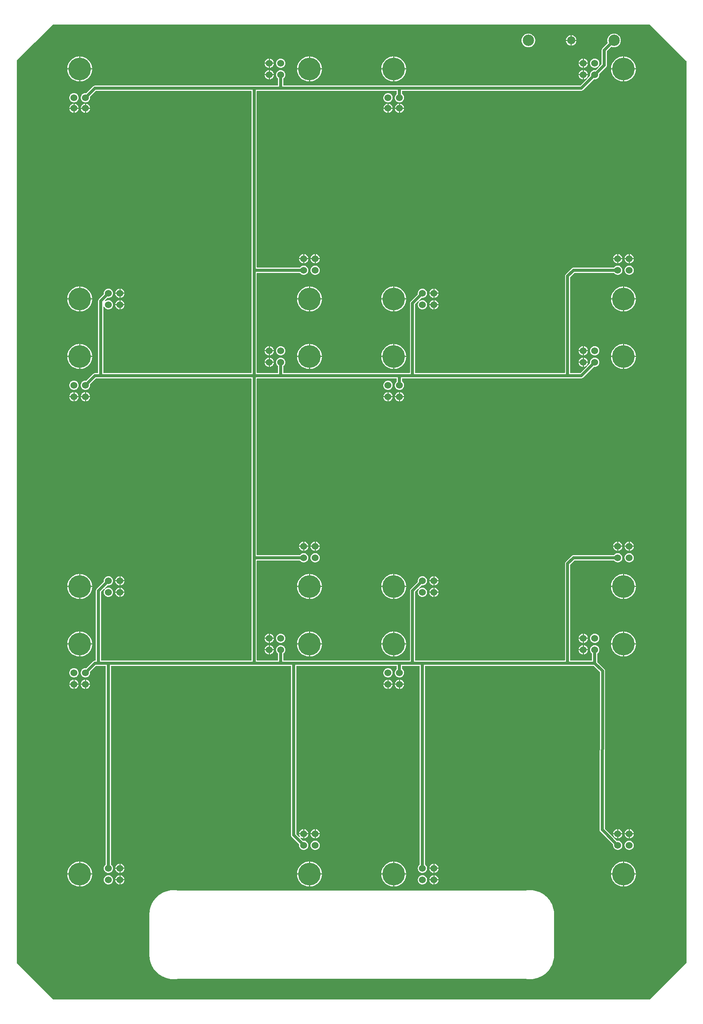
<source format=gbl>
G04 Layer: BottomLayer*
G04 EasyEDA v6.5.22, 2023-04-02 16:29:49*
G04 1135aa0c46e14357a5d69858543a1a0d,5a6b42c53f6a479593ecc07194224c93,10*
G04 Gerber Generator version 0.2*
G04 Scale: 100 percent, Rotated: No, Reflected: No *
G04 Dimensions in millimeters *
G04 leading zeros omitted , absolute positions ,4 integer and 5 decimal *
%FSLAX45Y45*%
%MOMM*%

%ADD10C,0.6350*%
%ADD11C,5.0000*%
%ADD12C,1.5240*%
%ADD13C,2.5000*%
%ADD14C,1.8000*%
%ADD15C,0.0187*%

%LPD*%
G36*
X7380935Y25908D02*
G01*
X7377074Y26670D01*
X7373772Y28905D01*
X6569405Y833272D01*
X6567170Y836574D01*
X6566408Y840435D01*
X6566408Y20764347D01*
X6567220Y20768310D01*
X6569456Y20771612D01*
X7373620Y21561196D01*
X7376922Y21563330D01*
X7380731Y21564092D01*
X20559064Y21564092D01*
X20562925Y21563330D01*
X20566227Y21561094D01*
X21370594Y20756727D01*
X21372830Y20753425D01*
X21373592Y20749564D01*
X21373592Y840435D01*
X21372830Y836574D01*
X21370594Y833272D01*
X20566227Y28905D01*
X20562925Y26670D01*
X20559064Y25908D01*
G37*

%LPC*%
G36*
X18839078Y21221700D02*
G01*
X18941440Y21221700D01*
X18941338Y21223528D01*
X18938595Y21237803D01*
X18934125Y21251672D01*
X18927927Y21264829D01*
X18920104Y21277122D01*
X18910808Y21288349D01*
X18900241Y21298306D01*
X18888456Y21306840D01*
X18875705Y21313851D01*
X18862141Y21319236D01*
X18848070Y21322842D01*
X18839078Y21323960D01*
G37*
G36*
X18711265Y21221700D02*
G01*
X18813678Y21221700D01*
X18813678Y21323960D01*
X18804636Y21322842D01*
X18790564Y21319236D01*
X18777000Y21313851D01*
X18764250Y21306840D01*
X18752464Y21298306D01*
X18741898Y21288349D01*
X18732601Y21277122D01*
X18724778Y21264829D01*
X18718580Y21251672D01*
X18714110Y21237803D01*
X18711367Y21223528D01*
G37*
G36*
X18813678Y21094039D02*
G01*
X18813678Y21196300D01*
X18711265Y21196300D01*
X18711367Y21194471D01*
X18714110Y21180196D01*
X18718580Y21166328D01*
X18724778Y21153170D01*
X18732601Y21140877D01*
X18741898Y21129650D01*
X18752464Y21119693D01*
X18764250Y21111159D01*
X18777000Y21104148D01*
X18790564Y21098764D01*
X18804636Y21095157D01*
G37*
G36*
X13050672Y2523642D02*
G01*
X13055295Y2523744D01*
X13078307Y2526182D01*
X13101015Y2530500D01*
X13123265Y2536698D01*
X13144906Y2544775D01*
X13165836Y2554579D01*
X13185851Y2566162D01*
X13204799Y2579319D01*
X13222630Y2594051D01*
X13239140Y2610256D01*
X13254228Y2627731D01*
X13267791Y2646426D01*
X13279780Y2666187D01*
X13290042Y2686862D01*
X13298525Y2708351D01*
X13305231Y2730500D01*
X13310006Y2753106D01*
X13312901Y2776016D01*
X13313359Y2786380D01*
X13050672Y2786380D01*
G37*
G36*
X14914778Y2523642D02*
G01*
X14919401Y2523744D01*
X14942413Y2526182D01*
X14965121Y2530500D01*
X14987371Y2536698D01*
X15009012Y2544775D01*
X15029942Y2554579D01*
X15049906Y2566162D01*
X15068905Y2579319D01*
X15086685Y2594051D01*
X15103195Y2610256D01*
X15118334Y2627731D01*
X15131897Y2646426D01*
X15143886Y2666187D01*
X15154148Y2686862D01*
X15162631Y2708351D01*
X15169337Y2730500D01*
X15174112Y2753106D01*
X15177007Y2776016D01*
X15177465Y2786380D01*
X14914778Y2786380D01*
G37*
G36*
X19994778Y2523642D02*
G01*
X19999401Y2523744D01*
X20022413Y2526182D01*
X20045121Y2530500D01*
X20067371Y2536698D01*
X20089012Y2544775D01*
X20109942Y2554579D01*
X20129906Y2566162D01*
X20148905Y2579319D01*
X20166685Y2594051D01*
X20183195Y2610256D01*
X20198334Y2627731D01*
X20211897Y2646426D01*
X20223886Y2666187D01*
X20234148Y2686862D01*
X20242631Y2708351D01*
X20249337Y2730500D01*
X20254112Y2753106D01*
X20257008Y2776016D01*
X20257465Y2786380D01*
X19994778Y2786380D01*
G37*
G36*
X7970672Y2523642D02*
G01*
X7975295Y2523744D01*
X7998307Y2526182D01*
X8021015Y2530500D01*
X8043265Y2536698D01*
X8064906Y2544775D01*
X8085836Y2554579D01*
X8105851Y2566162D01*
X8124799Y2579319D01*
X8142630Y2594051D01*
X8159140Y2610256D01*
X8174228Y2627731D01*
X8187791Y2646426D01*
X8199780Y2666187D01*
X8210042Y2686862D01*
X8218525Y2708351D01*
X8225231Y2730500D01*
X8230006Y2753106D01*
X8232902Y2776016D01*
X8233359Y2786380D01*
X7970672Y2786380D01*
G37*
G36*
X19969378Y2523693D02*
G01*
X19969378Y2786380D01*
X19706539Y2786380D01*
X19708368Y2764536D01*
X19712228Y2741726D01*
X19717969Y2719374D01*
X19725589Y2697530D01*
X19734987Y2676448D01*
X19746112Y2656179D01*
X19758914Y2636926D01*
X19773239Y2618841D01*
X19789038Y2601976D01*
X19806208Y2586532D01*
X19824649Y2572562D01*
X19844156Y2560167D01*
X19864628Y2549448D01*
X19885914Y2540508D01*
X19907910Y2533345D01*
X19930414Y2528112D01*
X19953274Y2524709D01*
G37*
G36*
X14889378Y2523693D02*
G01*
X14889378Y2786380D01*
X14626539Y2786380D01*
X14628368Y2764536D01*
X14632228Y2741726D01*
X14637969Y2719374D01*
X14645589Y2697530D01*
X14654987Y2676448D01*
X14666112Y2656179D01*
X14678913Y2636926D01*
X14693239Y2618841D01*
X14709038Y2601976D01*
X14726208Y2586532D01*
X14744649Y2572562D01*
X14764156Y2560167D01*
X14784628Y2549448D01*
X14805913Y2540508D01*
X14827910Y2533345D01*
X14850414Y2528112D01*
X14873274Y2524709D01*
G37*
G36*
X13025272Y2523693D02*
G01*
X13025272Y2786380D01*
X12762433Y2786380D01*
X12764262Y2764536D01*
X12768122Y2741726D01*
X12773863Y2719374D01*
X12781483Y2697530D01*
X12790881Y2676448D01*
X12802006Y2656179D01*
X12814808Y2636926D01*
X12829133Y2618841D01*
X12844983Y2601976D01*
X12862153Y2586532D01*
X12880543Y2572562D01*
X12900050Y2560167D01*
X12920522Y2549448D01*
X12941808Y2540508D01*
X12963804Y2533345D01*
X12986308Y2528112D01*
X13009168Y2524709D01*
G37*
G36*
X7945272Y2523693D02*
G01*
X7945272Y2786380D01*
X7682433Y2786380D01*
X7684262Y2764536D01*
X7688122Y2741726D01*
X7693863Y2719374D01*
X7701483Y2697530D01*
X7710881Y2676448D01*
X7722006Y2656179D01*
X7734808Y2636926D01*
X7749133Y2618841D01*
X7764983Y2601976D01*
X7782153Y2586532D01*
X7800543Y2572562D01*
X7820050Y2560167D01*
X7840522Y2549448D01*
X7861808Y2540508D01*
X7883804Y2533345D01*
X7906308Y2528112D01*
X7929168Y2524709D01*
G37*
G36*
X15540532Y2570073D02*
G01*
X15554096Y2571445D01*
X15567355Y2574594D01*
X15580055Y2579522D01*
X15592044Y2586075D01*
X15603016Y2594152D01*
X15612821Y2603652D01*
X15621254Y2614320D01*
X15628213Y2626055D01*
X15633547Y2638602D01*
X15637154Y2651760D01*
X15638983Y2665272D01*
X15638983Y2678938D01*
X15637154Y2692450D01*
X15633547Y2705608D01*
X15628213Y2718155D01*
X15621254Y2729890D01*
X15612821Y2740558D01*
X15603016Y2750058D01*
X15592044Y2758135D01*
X15580055Y2764688D01*
X15567355Y2769616D01*
X15554096Y2772765D01*
X15540532Y2774137D01*
X15526867Y2773680D01*
X15513456Y2771394D01*
X15500400Y2767380D01*
X15488056Y2761640D01*
X15476575Y2754274D01*
X15466161Y2745486D01*
X15457017Y2735376D01*
X15449296Y2724150D01*
X15443149Y2711958D01*
X15438628Y2699054D01*
X15435935Y2685694D01*
X15435021Y2672080D01*
X15435935Y2658516D01*
X15438628Y2645156D01*
X15443149Y2632252D01*
X15449296Y2620060D01*
X15457017Y2608834D01*
X15466161Y2598724D01*
X15476575Y2589936D01*
X15488056Y2582570D01*
X15500400Y2576830D01*
X15513456Y2572816D01*
X15526867Y2570530D01*
G37*
G36*
X8596426Y2570073D02*
G01*
X8609990Y2571445D01*
X8623249Y2574594D01*
X8636000Y2579522D01*
X8647938Y2586075D01*
X8658910Y2594152D01*
X8668715Y2603652D01*
X8677148Y2614320D01*
X8684107Y2626055D01*
X8689441Y2638602D01*
X8693048Y2651760D01*
X8694877Y2665272D01*
X8694877Y2678938D01*
X8693048Y2692450D01*
X8689441Y2705608D01*
X8684107Y2718155D01*
X8677148Y2729890D01*
X8668715Y2740558D01*
X8658910Y2750058D01*
X8647938Y2758135D01*
X8636000Y2764688D01*
X8623249Y2769616D01*
X8609990Y2772765D01*
X8596426Y2774137D01*
X8582812Y2773680D01*
X8569350Y2771394D01*
X8556294Y2767380D01*
X8543950Y2761640D01*
X8532469Y2754274D01*
X8522055Y2745486D01*
X8512911Y2735376D01*
X8505190Y2724150D01*
X8499043Y2711958D01*
X8494572Y2699054D01*
X8491829Y2685694D01*
X8490915Y2672080D01*
X8491829Y2658516D01*
X8494572Y2645156D01*
X8499043Y2632252D01*
X8505190Y2620060D01*
X8512911Y2608834D01*
X8522055Y2598724D01*
X8532469Y2589936D01*
X8543950Y2582570D01*
X8556294Y2576830D01*
X8569350Y2572816D01*
X8582812Y2570530D01*
G37*
G36*
X15778429Y2570937D02*
G01*
X15778429Y2659380D01*
X15689884Y2659380D01*
X15692628Y2645156D01*
X15697149Y2632252D01*
X15703296Y2620060D01*
X15711017Y2608834D01*
X15720161Y2598724D01*
X15730575Y2589936D01*
X15742056Y2582570D01*
X15754400Y2576830D01*
X15767456Y2572816D01*
G37*
G36*
X8834323Y2570937D02*
G01*
X8834323Y2659380D01*
X8745778Y2659380D01*
X8748572Y2645156D01*
X8753043Y2632252D01*
X8759190Y2620060D01*
X8766911Y2608834D01*
X8776055Y2598724D01*
X8786469Y2589936D01*
X8797950Y2582570D01*
X8810294Y2576830D01*
X8823350Y2572816D01*
G37*
G36*
X15803829Y2570988D02*
G01*
X15808096Y2571445D01*
X15821355Y2574594D01*
X15834055Y2579522D01*
X15846044Y2586075D01*
X15857016Y2594152D01*
X15866821Y2603652D01*
X15875254Y2614320D01*
X15882213Y2626055D01*
X15887547Y2638602D01*
X15891154Y2651760D01*
X15892170Y2659380D01*
X15803829Y2659380D01*
G37*
G36*
X8859723Y2570988D02*
G01*
X8863990Y2571445D01*
X8877249Y2574594D01*
X8890000Y2579522D01*
X8901938Y2586075D01*
X8912910Y2594152D01*
X8922715Y2603652D01*
X8931148Y2614320D01*
X8938107Y2626055D01*
X8943441Y2638602D01*
X8947048Y2651760D01*
X8948064Y2659380D01*
X8859723Y2659380D01*
G37*
G36*
X8859723Y2684780D02*
G01*
X8948064Y2684780D01*
X8947048Y2692450D01*
X8943441Y2705608D01*
X8938107Y2718155D01*
X8931148Y2729890D01*
X8922715Y2740558D01*
X8912910Y2750058D01*
X8901938Y2758135D01*
X8890000Y2764688D01*
X8877249Y2769616D01*
X8863990Y2772765D01*
X8859723Y2773222D01*
G37*
G36*
X15803829Y2684780D02*
G01*
X15892170Y2684780D01*
X15891154Y2692450D01*
X15887547Y2705608D01*
X15882213Y2718155D01*
X15875254Y2729890D01*
X15866821Y2740558D01*
X15857016Y2750058D01*
X15846044Y2758135D01*
X15834055Y2764688D01*
X15821355Y2769616D01*
X15808096Y2772765D01*
X15803829Y2773222D01*
G37*
G36*
X8745778Y2684780D02*
G01*
X8834323Y2684780D01*
X8834323Y2773273D01*
X8823350Y2771394D01*
X8810294Y2767380D01*
X8797950Y2761640D01*
X8786469Y2754274D01*
X8776055Y2745486D01*
X8766911Y2735376D01*
X8759190Y2724150D01*
X8753043Y2711958D01*
X8748572Y2699054D01*
G37*
G36*
X15689884Y2684780D02*
G01*
X15778429Y2684780D01*
X15778429Y2773273D01*
X15767456Y2771394D01*
X15754400Y2767380D01*
X15742056Y2761640D01*
X15730575Y2754274D01*
X15720161Y2745486D01*
X15711017Y2735376D01*
X15703296Y2724150D01*
X15697149Y2711958D01*
X15692628Y2699054D01*
G37*
G36*
X14914778Y2811780D02*
G01*
X15177465Y2811780D01*
X15177007Y2822194D01*
X15174112Y2845104D01*
X15169337Y2867710D01*
X15162631Y2889808D01*
X15154148Y2911297D01*
X15143886Y2932023D01*
X15131897Y2951784D01*
X15118334Y2970479D01*
X15103195Y2987954D01*
X15086685Y3004108D01*
X15068905Y3018840D01*
X15049906Y3032048D01*
X15029942Y3043580D01*
X15009012Y3053435D01*
X14987371Y3061512D01*
X14965121Y3067710D01*
X14942413Y3072028D01*
X14919401Y3074466D01*
X14914778Y3074568D01*
G37*
G36*
X7970672Y2811780D02*
G01*
X8233359Y2811780D01*
X8232902Y2822194D01*
X8230006Y2845104D01*
X8225231Y2867710D01*
X8218525Y2889808D01*
X8210042Y2911297D01*
X8199780Y2932023D01*
X8187791Y2951784D01*
X8174228Y2970479D01*
X8159140Y2987954D01*
X8142630Y3004108D01*
X8124799Y3018840D01*
X8105851Y3032048D01*
X8085836Y3043580D01*
X8064906Y3053435D01*
X8043265Y3061512D01*
X8021015Y3067710D01*
X7998307Y3072028D01*
X7975295Y3074466D01*
X7970672Y3074568D01*
G37*
G36*
X19994778Y2811780D02*
G01*
X20257465Y2811780D01*
X20257008Y2822194D01*
X20254112Y2845104D01*
X20249337Y2867710D01*
X20242631Y2889808D01*
X20234148Y2911297D01*
X20223886Y2932023D01*
X20211897Y2951784D01*
X20198334Y2970479D01*
X20183195Y2987954D01*
X20166685Y3004108D01*
X20148905Y3018840D01*
X20129906Y3032048D01*
X20109942Y3043580D01*
X20089012Y3053435D01*
X20067371Y3061512D01*
X20045121Y3067710D01*
X20022413Y3072028D01*
X19999401Y3074466D01*
X19994778Y3074568D01*
G37*
G36*
X13050672Y2811780D02*
G01*
X13313359Y2811780D01*
X13312901Y2822194D01*
X13310006Y2845104D01*
X13305231Y2867710D01*
X13298525Y2889808D01*
X13290042Y2911297D01*
X13279780Y2932023D01*
X13267791Y2951784D01*
X13254228Y2970479D01*
X13239140Y2987954D01*
X13222630Y3004108D01*
X13204799Y3018840D01*
X13185851Y3032048D01*
X13165836Y3043580D01*
X13144906Y3053435D01*
X13123265Y3061512D01*
X13101015Y3067710D01*
X13078307Y3072028D01*
X13055295Y3074466D01*
X13050672Y3074568D01*
G37*
G36*
X19706539Y2811780D02*
G01*
X19969378Y2811780D01*
X19969378Y3074517D01*
X19953274Y3073501D01*
X19930414Y3070098D01*
X19907910Y3064814D01*
X19885914Y3057702D01*
X19864628Y3048762D01*
X19844156Y3038043D01*
X19824649Y3025648D01*
X19806208Y3011678D01*
X19789038Y2996234D01*
X19773239Y2979369D01*
X19758914Y2961284D01*
X19746112Y2942031D01*
X19734987Y2921762D01*
X19725589Y2900680D01*
X19717969Y2878836D01*
X19712228Y2856484D01*
X19708368Y2833674D01*
G37*
G36*
X12762433Y2811780D02*
G01*
X13025272Y2811780D01*
X13025272Y3074517D01*
X13009168Y3073501D01*
X12986308Y3070098D01*
X12963804Y3064814D01*
X12941808Y3057702D01*
X12920522Y3048762D01*
X12900050Y3038043D01*
X12880543Y3025648D01*
X12862153Y3011678D01*
X12844983Y2996234D01*
X12829133Y2979369D01*
X12814808Y2961284D01*
X12802006Y2942031D01*
X12790881Y2921762D01*
X12781483Y2900680D01*
X12773863Y2878836D01*
X12768122Y2856484D01*
X12764262Y2833674D01*
G37*
G36*
X14626539Y2811780D02*
G01*
X14889378Y2811780D01*
X14889378Y3074517D01*
X14873274Y3073501D01*
X14850414Y3070098D01*
X14827910Y3064814D01*
X14805913Y3057702D01*
X14784628Y3048762D01*
X14764156Y3038043D01*
X14744649Y3025648D01*
X14726208Y3011678D01*
X14709038Y2996234D01*
X14693239Y2979369D01*
X14678913Y2961284D01*
X14666112Y2942031D01*
X14654987Y2921762D01*
X14645589Y2900680D01*
X14637969Y2878836D01*
X14632228Y2856484D01*
X14628368Y2833674D01*
G37*
G36*
X7682433Y2811780D02*
G01*
X7945272Y2811780D01*
X7945272Y3074517D01*
X7929168Y3073501D01*
X7906308Y3070098D01*
X7883804Y3064814D01*
X7861808Y3057702D01*
X7840522Y3048762D01*
X7820050Y3038043D01*
X7800543Y3025648D01*
X7782153Y3011678D01*
X7764983Y2996234D01*
X7749133Y2979369D01*
X7734808Y2961284D01*
X7722006Y2942031D01*
X7710881Y2921762D01*
X7701483Y2900680D01*
X7693863Y2878836D01*
X7688122Y2856484D01*
X7684262Y2833674D01*
G37*
G36*
X8596426Y2824073D02*
G01*
X8609990Y2825445D01*
X8623249Y2828594D01*
X8636000Y2833522D01*
X8647938Y2840075D01*
X8658910Y2848152D01*
X8668715Y2857652D01*
X8677148Y2868320D01*
X8684107Y2880055D01*
X8689441Y2892602D01*
X8693048Y2905760D01*
X8694877Y2919272D01*
X8694877Y2932938D01*
X8693048Y2946450D01*
X8689441Y2959608D01*
X8684107Y2972155D01*
X8677148Y2983890D01*
X8668715Y2994558D01*
X8658910Y3004058D01*
X8654796Y3007106D01*
X8652560Y3009341D01*
X8651138Y3012135D01*
X8650681Y3015284D01*
X8650681Y7387081D01*
X8651443Y7390993D01*
X8653627Y7394244D01*
X8656929Y7396480D01*
X8660841Y7397242D01*
X12623596Y7397242D01*
X12627457Y7396480D01*
X12630759Y7394244D01*
X12632944Y7390993D01*
X12633756Y7387081D01*
X12633756Y3658006D01*
X12634569Y3648100D01*
X12636906Y3638905D01*
X12640716Y3630168D01*
X12645999Y3622141D01*
X12650876Y3616604D01*
X12807492Y3459987D01*
X12809880Y3456178D01*
X12810439Y3451758D01*
X12808966Y3437534D01*
X12809423Y3423869D01*
X12811709Y3410458D01*
X12815722Y3397402D01*
X12821462Y3385058D01*
X12828828Y3373526D01*
X12837617Y3363112D01*
X12847726Y3353968D01*
X12859004Y3346246D01*
X12871145Y3340100D01*
X12884048Y3335629D01*
X12897408Y3332937D01*
X12911023Y3332022D01*
X12924637Y3332937D01*
X12937998Y3335629D01*
X12950850Y3340100D01*
X12963042Y3346246D01*
X12974269Y3353968D01*
X12984378Y3363112D01*
X12993217Y3373526D01*
X13000532Y3385058D01*
X13006273Y3397402D01*
X13010337Y3410458D01*
X13012572Y3423869D01*
X13013029Y3437534D01*
X13011658Y3451098D01*
X13008508Y3464356D01*
X13003631Y3477056D01*
X12997078Y3489045D01*
X12988950Y3500018D01*
X12979501Y3509822D01*
X12968782Y3518255D01*
X12957048Y3525215D01*
X12944500Y3530549D01*
X12931343Y3534156D01*
X12917830Y3535984D01*
X12904165Y3535984D01*
X12900710Y3535476D01*
X12897612Y3535527D01*
X12894665Y3536543D01*
X12892176Y3538372D01*
X12845389Y3585159D01*
X12843052Y3588765D01*
X12842392Y3592982D01*
X12843560Y3597046D01*
X12846253Y3600348D01*
X12850114Y3602228D01*
X12854381Y3602329D01*
X12858953Y3600246D01*
X12871145Y3594100D01*
X12884048Y3589629D01*
X12898323Y3586886D01*
X12898323Y3675379D01*
X12809829Y3675379D01*
X12811709Y3664458D01*
X12815722Y3651402D01*
X12821462Y3639058D01*
X12824256Y3634689D01*
X12825730Y3630726D01*
X12825476Y3626510D01*
X12823545Y3622801D01*
X12820294Y3620160D01*
X12816230Y3619042D01*
X12812064Y3619703D01*
X12808508Y3622040D01*
X12752019Y3678529D01*
X12749834Y3681780D01*
X12749072Y3685692D01*
X12749072Y7387081D01*
X12749834Y7390993D01*
X12752019Y7394244D01*
X12755321Y7396480D01*
X12759232Y7397242D01*
X14961260Y7397242D01*
X14965172Y7396480D01*
X14968474Y7394244D01*
X14970658Y7390993D01*
X14971420Y7387081D01*
X14971420Y7333437D01*
X14970912Y7330186D01*
X14969388Y7327290D01*
X14955723Y7315047D01*
X14946934Y7304633D01*
X14939568Y7293152D01*
X14933828Y7280808D01*
X14929815Y7267752D01*
X14927529Y7254341D01*
X14927072Y7240676D01*
X14928443Y7227112D01*
X14931593Y7213853D01*
X14936520Y7201153D01*
X14943074Y7189165D01*
X14951151Y7178192D01*
X14960600Y7168388D01*
X14971318Y7159955D01*
X14983053Y7152995D01*
X14995601Y7147661D01*
X15008758Y7144054D01*
X15022271Y7142225D01*
X15035936Y7142225D01*
X15049449Y7144054D01*
X15062606Y7147661D01*
X15075154Y7152995D01*
X15086888Y7159955D01*
X15097556Y7168388D01*
X15107056Y7178192D01*
X15115133Y7189165D01*
X15121686Y7201153D01*
X15126614Y7213853D01*
X15129763Y7227112D01*
X15131135Y7240676D01*
X15130678Y7254341D01*
X15128392Y7267752D01*
X15124379Y7280808D01*
X15118638Y7293152D01*
X15111272Y7304633D01*
X15102484Y7315047D01*
X15088819Y7327290D01*
X15087295Y7330186D01*
X15086736Y7333437D01*
X15086736Y7387081D01*
X15087549Y7390993D01*
X15089733Y7394244D01*
X15093035Y7396480D01*
X15096896Y7397242D01*
X15469311Y7397242D01*
X15473172Y7396480D01*
X15476474Y7394244D01*
X15478658Y7390993D01*
X15479471Y7387081D01*
X15479471Y3015437D01*
X15478506Y3011170D01*
X15475864Y3007715D01*
X15466161Y2999486D01*
X15457017Y2989376D01*
X15449296Y2978150D01*
X15443149Y2965958D01*
X15438628Y2953054D01*
X15435935Y2939694D01*
X15435021Y2926080D01*
X15435935Y2912516D01*
X15438628Y2899156D01*
X15443149Y2886252D01*
X15449296Y2874060D01*
X15457017Y2862834D01*
X15466161Y2852724D01*
X15476575Y2843936D01*
X15488056Y2836570D01*
X15500400Y2830830D01*
X15513456Y2826816D01*
X15526867Y2824530D01*
X15540532Y2824073D01*
X15554096Y2825445D01*
X15567355Y2828594D01*
X15580055Y2833522D01*
X15592044Y2840075D01*
X15603016Y2848152D01*
X15612821Y2857652D01*
X15621254Y2868320D01*
X15628213Y2880055D01*
X15633547Y2892602D01*
X15637154Y2905760D01*
X15638983Y2919272D01*
X15638983Y2932938D01*
X15637154Y2946450D01*
X15633547Y2959608D01*
X15628213Y2972155D01*
X15621254Y2983890D01*
X15612821Y2994558D01*
X15603016Y3004058D01*
X15598901Y3007106D01*
X15596666Y3009341D01*
X15595244Y3012135D01*
X15594787Y3015284D01*
X15594787Y7387081D01*
X15595549Y7390993D01*
X15597733Y7394244D01*
X15601035Y7396480D01*
X15604947Y7397242D01*
X19319087Y7397242D01*
X19322999Y7396480D01*
X19326250Y7394244D01*
X19459194Y7261352D01*
X19461429Y7258050D01*
X19462191Y7254138D01*
X19454622Y3777538D01*
X19455434Y3767632D01*
X19457720Y3758387D01*
X19461530Y3749649D01*
X19466763Y3741623D01*
X19471741Y3735984D01*
X19751243Y3456482D01*
X19753630Y3452723D01*
X19754138Y3448304D01*
X19753072Y3437534D01*
X19753529Y3423869D01*
X19755815Y3410458D01*
X19759828Y3397402D01*
X19765568Y3385058D01*
X19772934Y3373526D01*
X19781723Y3363112D01*
X19791832Y3353968D01*
X19803059Y3346246D01*
X19815251Y3340100D01*
X19828154Y3335629D01*
X19841514Y3332937D01*
X19855129Y3332022D01*
X19868692Y3332937D01*
X19882053Y3335629D01*
X19894956Y3340100D01*
X19907148Y3346246D01*
X19918375Y3353968D01*
X19928484Y3363112D01*
X19937272Y3373526D01*
X19944638Y3385058D01*
X19950379Y3397402D01*
X19954392Y3410458D01*
X19956678Y3423869D01*
X19957135Y3437534D01*
X19955764Y3451098D01*
X19952614Y3464356D01*
X19947686Y3477056D01*
X19941133Y3489045D01*
X19933056Y3500018D01*
X19923556Y3509822D01*
X19912888Y3518255D01*
X19901154Y3525215D01*
X19888606Y3530549D01*
X19875449Y3534156D01*
X19861936Y3535984D01*
X19848271Y3535984D01*
X19841413Y3535019D01*
X19838314Y3535121D01*
X19835368Y3536086D01*
X19832878Y3537915D01*
X19774611Y3596182D01*
X19772274Y3599942D01*
X19771817Y3604666D01*
X19767042Y3605072D01*
X19763333Y3607460D01*
X19572986Y3797808D01*
X19570750Y3801110D01*
X19569988Y3805021D01*
X19577558Y7281621D01*
X19576745Y7291527D01*
X19574459Y7300772D01*
X19570649Y7309510D01*
X19565416Y7317536D01*
X19560438Y7323175D01*
X19407835Y7475829D01*
X19405600Y7479080D01*
X19404838Y7482992D01*
X19404838Y7662824D01*
X19405803Y7667091D01*
X19408444Y7670596D01*
X19418046Y7678724D01*
X19427240Y7688834D01*
X19434911Y7700060D01*
X19441109Y7712252D01*
X19445579Y7725105D01*
X19448272Y7738516D01*
X19449186Y7752080D01*
X19448272Y7765694D01*
X19445579Y7779054D01*
X19441109Y7791958D01*
X19434911Y7804099D01*
X19427240Y7815376D01*
X19418046Y7825486D01*
X19407632Y7834274D01*
X19396151Y7841640D01*
X19383806Y7847380D01*
X19370751Y7851394D01*
X19357340Y7853680D01*
X19343674Y7854137D01*
X19330111Y7852765D01*
X19316852Y7849616D01*
X19304152Y7844688D01*
X19292163Y7838135D01*
X19281190Y7830058D01*
X19271386Y7820558D01*
X19262953Y7809890D01*
X19255994Y7798155D01*
X19250660Y7785608D01*
X19247053Y7772450D01*
X19245224Y7758938D01*
X19245224Y7745272D01*
X19247053Y7731759D01*
X19250660Y7718602D01*
X19255994Y7706055D01*
X19262953Y7694320D01*
X19271386Y7683601D01*
X19281190Y7674152D01*
X19285407Y7671053D01*
X19287591Y7668818D01*
X19289014Y7665974D01*
X19289522Y7662875D01*
X19289522Y7522718D01*
X19288760Y7518806D01*
X19286524Y7515555D01*
X19283273Y7513320D01*
X19279362Y7512558D01*
X18814338Y7512558D01*
X18810427Y7513320D01*
X18807125Y7515555D01*
X18804940Y7518806D01*
X18804178Y7522718D01*
X18804178Y9623907D01*
X18804940Y9627819D01*
X18807125Y9631070D01*
X18899479Y9723424D01*
X18902781Y9725660D01*
X18906693Y9726422D01*
X19765772Y9726422D01*
X19770039Y9725456D01*
X19773544Y9722815D01*
X19781723Y9713112D01*
X19791832Y9703968D01*
X19803059Y9696246D01*
X19815251Y9690100D01*
X19828154Y9685629D01*
X19841514Y9682937D01*
X19855129Y9682022D01*
X19868692Y9682937D01*
X19882053Y9685629D01*
X19894956Y9690100D01*
X19907148Y9696246D01*
X19918375Y9703968D01*
X19928484Y9713112D01*
X19937272Y9723526D01*
X19944638Y9735058D01*
X19950379Y9747402D01*
X19954392Y9760458D01*
X19956678Y9773869D01*
X19957135Y9787534D01*
X19955764Y9801098D01*
X19952614Y9814356D01*
X19947686Y9827056D01*
X19941133Y9839045D01*
X19933056Y9850018D01*
X19923556Y9859822D01*
X19912888Y9868255D01*
X19901154Y9875215D01*
X19888606Y9880549D01*
X19875449Y9884156D01*
X19861936Y9885984D01*
X19848271Y9885984D01*
X19834758Y9884156D01*
X19821601Y9880549D01*
X19809053Y9875215D01*
X19797318Y9868255D01*
X19786650Y9859822D01*
X19777151Y9850018D01*
X19774103Y9845852D01*
X19771868Y9843668D01*
X19769023Y9842246D01*
X19765924Y9841738D01*
X18879007Y9841738D01*
X18869101Y9840925D01*
X18859855Y9838588D01*
X18851168Y9834778D01*
X18843091Y9829495D01*
X18837605Y9824618D01*
X18706033Y9693046D01*
X18699581Y9685477D01*
X18694755Y9677298D01*
X18691250Y9668459D01*
X18689320Y9659010D01*
X18688862Y9651695D01*
X18688862Y7522718D01*
X18688050Y7518806D01*
X18685865Y7515555D01*
X18682563Y7513320D01*
X18678702Y7512558D01*
X15385338Y7512558D01*
X15381427Y7513320D01*
X15378125Y7515555D01*
X15375940Y7518806D01*
X15375178Y7522718D01*
X15375178Y9027109D01*
X15375940Y9031020D01*
X15378125Y9034272D01*
X15440660Y9097213D01*
X15444266Y9099550D01*
X15448483Y9100159D01*
X15452547Y9099042D01*
X15455849Y9096349D01*
X15457728Y9092488D01*
X15457881Y9088221D01*
X15456255Y9084310D01*
X15449296Y9074150D01*
X15443149Y9061958D01*
X15438628Y9049054D01*
X15435935Y9035694D01*
X15435021Y9022080D01*
X15435935Y9008516D01*
X15438628Y8995156D01*
X15443149Y8982252D01*
X15449296Y8970060D01*
X15457017Y8958834D01*
X15466161Y8948724D01*
X15476575Y8939936D01*
X15488056Y8932570D01*
X15500400Y8926830D01*
X15513456Y8922816D01*
X15526867Y8920530D01*
X15540532Y8920073D01*
X15554096Y8921445D01*
X15567355Y8924594D01*
X15580055Y8929522D01*
X15592044Y8936075D01*
X15603016Y8944152D01*
X15612821Y8953652D01*
X15621254Y8964320D01*
X15628213Y8976055D01*
X15633547Y8988602D01*
X15637154Y9001760D01*
X15638983Y9015272D01*
X15638983Y9028938D01*
X15637154Y9042450D01*
X15633547Y9055608D01*
X15628213Y9068155D01*
X15621254Y9079890D01*
X15612821Y9090558D01*
X15603016Y9100058D01*
X15592044Y9108135D01*
X15580055Y9114688D01*
X15567355Y9119616D01*
X15554096Y9122765D01*
X15540532Y9124137D01*
X15526867Y9123680D01*
X15513456Y9121394D01*
X15500400Y9117380D01*
X15488056Y9111640D01*
X15476575Y9104274D01*
X15475051Y9103004D01*
X15471140Y9100972D01*
X15466771Y9100769D01*
X15462707Y9102445D01*
X15459710Y9105696D01*
X15458389Y9109862D01*
X15458948Y9114231D01*
X15461284Y9117939D01*
X15515183Y9172143D01*
X15517774Y9174022D01*
X15520873Y9175038D01*
X15524073Y9174988D01*
X15526867Y9174530D01*
X15540532Y9174073D01*
X15554096Y9175445D01*
X15567355Y9178594D01*
X15580055Y9183522D01*
X15592044Y9190075D01*
X15603016Y9198152D01*
X15612821Y9207652D01*
X15621254Y9218320D01*
X15628213Y9230055D01*
X15633547Y9242602D01*
X15637154Y9255760D01*
X15638983Y9269272D01*
X15638983Y9282938D01*
X15637154Y9296450D01*
X15633547Y9309608D01*
X15628213Y9322155D01*
X15621254Y9333890D01*
X15612821Y9344558D01*
X15603016Y9354058D01*
X15592044Y9362135D01*
X15580055Y9368688D01*
X15567355Y9373616D01*
X15554096Y9376765D01*
X15540532Y9378137D01*
X15526867Y9377680D01*
X15513456Y9375394D01*
X15500400Y9371380D01*
X15488056Y9365640D01*
X15476575Y9358274D01*
X15466161Y9349486D01*
X15457017Y9339376D01*
X15449296Y9328150D01*
X15443149Y9315958D01*
X15438628Y9303054D01*
X15435935Y9289694D01*
X15435021Y9276080D01*
X15436088Y9259112D01*
X15435122Y9255963D01*
X15433192Y9253220D01*
X15276931Y9096044D01*
X15270530Y9088424D01*
X15265654Y9080246D01*
X15262250Y9071406D01*
X15260269Y9061958D01*
X15259862Y9054795D01*
X15259862Y7522718D01*
X15259050Y7518806D01*
X15256865Y7515555D01*
X15253563Y7513320D01*
X15249702Y7512558D01*
X12470790Y7512558D01*
X12466929Y7513320D01*
X12463627Y7515555D01*
X12461443Y7518806D01*
X12460630Y7522718D01*
X12460630Y7662722D01*
X12461595Y7667040D01*
X12464237Y7670495D01*
X12473990Y7678724D01*
X12483134Y7688834D01*
X12490856Y7700060D01*
X12497003Y7712252D01*
X12501473Y7725105D01*
X12504166Y7738516D01*
X12505080Y7752080D01*
X12504166Y7765694D01*
X12501473Y7779054D01*
X12497003Y7791958D01*
X12490856Y7804099D01*
X12483134Y7815376D01*
X12473990Y7825486D01*
X12463576Y7834274D01*
X12452045Y7841640D01*
X12439700Y7847380D01*
X12426645Y7851394D01*
X12413234Y7853680D01*
X12399568Y7854137D01*
X12386005Y7852765D01*
X12372746Y7849616D01*
X12360046Y7844688D01*
X12348057Y7838135D01*
X12337084Y7830058D01*
X12327280Y7820558D01*
X12318847Y7809890D01*
X12311888Y7798155D01*
X12306554Y7785608D01*
X12302947Y7772450D01*
X12301118Y7758938D01*
X12301118Y7745272D01*
X12302947Y7731759D01*
X12306554Y7718602D01*
X12311888Y7706055D01*
X12318847Y7694320D01*
X12327280Y7683601D01*
X12337084Y7674152D01*
X12341199Y7671104D01*
X12343434Y7668869D01*
X12344857Y7666075D01*
X12345314Y7662925D01*
X12345314Y7522718D01*
X12344552Y7518806D01*
X12342368Y7515555D01*
X12339066Y7513320D01*
X12335154Y7512558D01*
X11882882Y7512558D01*
X11878970Y7513320D01*
X11875719Y7515555D01*
X11873484Y7518806D01*
X11872722Y7522718D01*
X11872722Y9716262D01*
X11873484Y9720173D01*
X11875719Y9723424D01*
X11878970Y9725660D01*
X11882882Y9726422D01*
X12821666Y9726422D01*
X12825933Y9725456D01*
X12829438Y9722815D01*
X12837617Y9713112D01*
X12847726Y9703968D01*
X12858953Y9696246D01*
X12871145Y9690100D01*
X12884048Y9685629D01*
X12897408Y9682937D01*
X12911023Y9682022D01*
X12924586Y9682937D01*
X12937947Y9685629D01*
X12950850Y9690100D01*
X12963042Y9696246D01*
X12974269Y9703968D01*
X12984378Y9713112D01*
X12993166Y9723526D01*
X13000532Y9735058D01*
X13006273Y9747402D01*
X13010286Y9760458D01*
X13012572Y9773869D01*
X13013029Y9787534D01*
X13011658Y9801098D01*
X13008508Y9814356D01*
X13003580Y9827056D01*
X12997027Y9839045D01*
X12988950Y9850018D01*
X12979450Y9859822D01*
X12968782Y9868255D01*
X12957048Y9875215D01*
X12944500Y9880549D01*
X12931343Y9884156D01*
X12917830Y9885984D01*
X12904165Y9885984D01*
X12890652Y9884156D01*
X12877495Y9880549D01*
X12864947Y9875215D01*
X12853212Y9868255D01*
X12842544Y9859822D01*
X12833045Y9850018D01*
X12829997Y9845852D01*
X12827762Y9843668D01*
X12824917Y9842246D01*
X12821818Y9841738D01*
X11882882Y9841738D01*
X11878970Y9842500D01*
X11875719Y9844735D01*
X11873484Y9847986D01*
X11872722Y9851898D01*
X11872722Y13737082D01*
X11873484Y13740993D01*
X11875719Y13744244D01*
X11878970Y13746480D01*
X11882882Y13747242D01*
X14961260Y13747242D01*
X14965172Y13746480D01*
X14968474Y13744244D01*
X14970658Y13740993D01*
X14971420Y13737082D01*
X14971420Y13683437D01*
X14970912Y13680186D01*
X14969388Y13677290D01*
X14955723Y13665047D01*
X14946934Y13654633D01*
X14939568Y13643152D01*
X14933828Y13630808D01*
X14929815Y13617752D01*
X14927529Y13604341D01*
X14927072Y13590676D01*
X14928443Y13577112D01*
X14931593Y13563854D01*
X14936520Y13551154D01*
X14943074Y13539165D01*
X14951151Y13528192D01*
X14960600Y13518388D01*
X14971318Y13509955D01*
X14983053Y13502995D01*
X14995601Y13497661D01*
X15008758Y13494054D01*
X15022271Y13492226D01*
X15035936Y13492226D01*
X15049449Y13494054D01*
X15062606Y13497661D01*
X15075154Y13502995D01*
X15086888Y13509955D01*
X15097556Y13518388D01*
X15107056Y13528192D01*
X15115133Y13539165D01*
X15121686Y13551154D01*
X15126614Y13563854D01*
X15129763Y13577112D01*
X15131135Y13590676D01*
X15130678Y13604341D01*
X15128392Y13617752D01*
X15124379Y13630808D01*
X15118638Y13643152D01*
X15111272Y13654633D01*
X15102484Y13665047D01*
X15088819Y13677290D01*
X15087295Y13680186D01*
X15086736Y13683437D01*
X15086736Y13737082D01*
X15087549Y13740993D01*
X15089733Y13744244D01*
X15093035Y13746480D01*
X15096896Y13747242D01*
X19049492Y13747242D01*
X19059398Y13748054D01*
X19068592Y13750391D01*
X19077330Y13754201D01*
X19085356Y13759484D01*
X19090894Y13764361D01*
X19324777Y13998244D01*
X19328536Y14000632D01*
X19332956Y14001140D01*
X19343674Y14000073D01*
X19357340Y14000530D01*
X19370751Y14002816D01*
X19383806Y14006830D01*
X19396151Y14012570D01*
X19407632Y14019936D01*
X19418046Y14028724D01*
X19427240Y14038834D01*
X19434911Y14050060D01*
X19441109Y14062252D01*
X19445579Y14075105D01*
X19448272Y14088516D01*
X19449186Y14102080D01*
X19448272Y14115694D01*
X19445579Y14129054D01*
X19441109Y14141957D01*
X19434911Y14154099D01*
X19427240Y14165376D01*
X19418046Y14175486D01*
X19407632Y14184274D01*
X19396151Y14191640D01*
X19383806Y14197380D01*
X19370751Y14201394D01*
X19357340Y14203680D01*
X19343674Y14204137D01*
X19330111Y14202765D01*
X19316852Y14199616D01*
X19304152Y14194688D01*
X19292163Y14188135D01*
X19281190Y14180057D01*
X19271386Y14170558D01*
X19262953Y14159890D01*
X19255994Y14148155D01*
X19250660Y14135607D01*
X19247053Y14122450D01*
X19245224Y14108938D01*
X19245224Y14095272D01*
X19246189Y14088363D01*
X19246088Y14085265D01*
X19245122Y14082318D01*
X19243294Y14079829D01*
X19184569Y14021104D01*
X19180810Y14018768D01*
X19176949Y14018260D01*
X19176441Y14014297D01*
X19174053Y14010589D01*
X19028968Y13865555D01*
X19025717Y13863319D01*
X19021806Y13862557D01*
X18814338Y13862557D01*
X18810427Y13863319D01*
X18807125Y13865555D01*
X18804940Y13868806D01*
X18804178Y13872718D01*
X18804178Y15973907D01*
X18804940Y15977819D01*
X18807125Y15981070D01*
X18899479Y16073424D01*
X18902781Y16075660D01*
X18906693Y16076422D01*
X19765772Y16076422D01*
X19770039Y16075456D01*
X19773544Y16072815D01*
X19781723Y16063112D01*
X19791832Y16053968D01*
X19803110Y16046246D01*
X19815251Y16040100D01*
X19828154Y16035629D01*
X19841514Y16032937D01*
X19855129Y16032022D01*
X19868692Y16032937D01*
X19882104Y16035629D01*
X19894956Y16040100D01*
X19907148Y16046246D01*
X19918375Y16053968D01*
X19928484Y16063112D01*
X19937272Y16073526D01*
X19944638Y16085057D01*
X19950379Y16097402D01*
X19954392Y16110457D01*
X19956678Y16123869D01*
X19957135Y16137534D01*
X19955764Y16151098D01*
X19952614Y16164356D01*
X19947686Y16177056D01*
X19941133Y16189045D01*
X19933056Y16200018D01*
X19923607Y16209822D01*
X19912888Y16218255D01*
X19901154Y16225215D01*
X19888606Y16230549D01*
X19875449Y16234156D01*
X19861936Y16235984D01*
X19848271Y16235984D01*
X19834758Y16234156D01*
X19821601Y16230549D01*
X19809053Y16225215D01*
X19797318Y16218255D01*
X19786650Y16209822D01*
X19777151Y16200018D01*
X19774103Y16195852D01*
X19771868Y16193668D01*
X19769023Y16192246D01*
X19765924Y16191738D01*
X18879007Y16191738D01*
X18869101Y16190925D01*
X18859855Y16188588D01*
X18851168Y16184778D01*
X18843091Y16179495D01*
X18837605Y16174618D01*
X18706033Y16043046D01*
X18699581Y16035477D01*
X18694755Y16027298D01*
X18691250Y16018459D01*
X18689320Y16009010D01*
X18688862Y16001695D01*
X18688862Y13872718D01*
X18688050Y13868806D01*
X18685865Y13865555D01*
X18682563Y13863319D01*
X18678702Y13862557D01*
X15385338Y13862557D01*
X15381427Y13863319D01*
X15378125Y13865555D01*
X15375940Y13868806D01*
X15375178Y13872718D01*
X15375178Y15377109D01*
X15375940Y15381020D01*
X15378125Y15384272D01*
X15440660Y15447213D01*
X15444266Y15449550D01*
X15448483Y15450159D01*
X15452547Y15449042D01*
X15455849Y15446349D01*
X15457728Y15442488D01*
X15457881Y15438221D01*
X15456255Y15434310D01*
X15449296Y15424150D01*
X15443149Y15411957D01*
X15438628Y15399054D01*
X15435935Y15385694D01*
X15435021Y15372080D01*
X15435935Y15358516D01*
X15438628Y15345156D01*
X15443149Y15332252D01*
X15449296Y15320060D01*
X15457017Y15308834D01*
X15466161Y15298724D01*
X15476575Y15289936D01*
X15488056Y15282570D01*
X15500400Y15276830D01*
X15513456Y15272816D01*
X15526867Y15270530D01*
X15540532Y15270073D01*
X15554096Y15271445D01*
X15567355Y15274594D01*
X15580055Y15279522D01*
X15592044Y15286075D01*
X15603016Y15294152D01*
X15612821Y15303652D01*
X15621254Y15314320D01*
X15628213Y15326055D01*
X15633547Y15338602D01*
X15637154Y15351760D01*
X15638983Y15365272D01*
X15638983Y15378938D01*
X15637154Y15392450D01*
X15633547Y15405607D01*
X15628213Y15418155D01*
X15621254Y15429890D01*
X15612821Y15440558D01*
X15603016Y15450057D01*
X15592044Y15458135D01*
X15580055Y15464688D01*
X15567355Y15469616D01*
X15554096Y15472765D01*
X15540532Y15474137D01*
X15526867Y15473680D01*
X15513456Y15471394D01*
X15500400Y15467380D01*
X15488056Y15461640D01*
X15476575Y15454274D01*
X15475051Y15453004D01*
X15471140Y15450972D01*
X15466771Y15450769D01*
X15462707Y15452445D01*
X15459710Y15455696D01*
X15458389Y15459862D01*
X15458948Y15464231D01*
X15461284Y15467939D01*
X15515183Y15522143D01*
X15517774Y15524022D01*
X15520873Y15525038D01*
X15524073Y15524988D01*
X15526867Y15524530D01*
X15540532Y15524073D01*
X15554096Y15525445D01*
X15567355Y15528594D01*
X15580055Y15533522D01*
X15592044Y15540075D01*
X15603016Y15548152D01*
X15612821Y15557652D01*
X15621254Y15568320D01*
X15628213Y15580055D01*
X15633547Y15592602D01*
X15637154Y15605760D01*
X15638983Y15619272D01*
X15638983Y15632938D01*
X15637154Y15646450D01*
X15633547Y15659607D01*
X15628213Y15672155D01*
X15621254Y15683890D01*
X15612821Y15694558D01*
X15603016Y15704057D01*
X15592044Y15712135D01*
X15580055Y15718688D01*
X15567355Y15723616D01*
X15554096Y15726765D01*
X15540532Y15728137D01*
X15526867Y15727680D01*
X15513456Y15725394D01*
X15500400Y15721380D01*
X15488056Y15715640D01*
X15476575Y15708274D01*
X15466161Y15699486D01*
X15457017Y15689376D01*
X15449296Y15678150D01*
X15443149Y15665957D01*
X15438628Y15653054D01*
X15435935Y15639694D01*
X15435021Y15626080D01*
X15436088Y15609112D01*
X15435122Y15605963D01*
X15433192Y15603219D01*
X15276931Y15446044D01*
X15270530Y15438424D01*
X15265654Y15430246D01*
X15262250Y15421406D01*
X15260269Y15411957D01*
X15259862Y15404795D01*
X15259862Y13872718D01*
X15259050Y13868806D01*
X15256865Y13865555D01*
X15253563Y13863319D01*
X15249702Y13862557D01*
X12470790Y13862557D01*
X12466929Y13863319D01*
X12463627Y13865555D01*
X12461443Y13868806D01*
X12460630Y13872718D01*
X12460630Y14012722D01*
X12461595Y14017040D01*
X12464237Y14020495D01*
X12473990Y14028724D01*
X12483134Y14038834D01*
X12490856Y14050060D01*
X12497003Y14062252D01*
X12501473Y14075105D01*
X12504166Y14088516D01*
X12505080Y14102080D01*
X12504166Y14115694D01*
X12501473Y14129054D01*
X12497003Y14141957D01*
X12490856Y14154099D01*
X12483134Y14165376D01*
X12473990Y14175486D01*
X12463576Y14184274D01*
X12452045Y14191640D01*
X12439700Y14197380D01*
X12426645Y14201394D01*
X12413234Y14203680D01*
X12399568Y14204137D01*
X12386005Y14202765D01*
X12372746Y14199616D01*
X12360046Y14194688D01*
X12348057Y14188135D01*
X12337084Y14180057D01*
X12327280Y14170558D01*
X12318847Y14159890D01*
X12311888Y14148155D01*
X12306554Y14135607D01*
X12302947Y14122450D01*
X12301118Y14108938D01*
X12301118Y14095272D01*
X12302947Y14081760D01*
X12306554Y14068602D01*
X12311888Y14056055D01*
X12318847Y14044320D01*
X12327280Y14033601D01*
X12337084Y14024152D01*
X12341199Y14021104D01*
X12343434Y14018869D01*
X12344857Y14016075D01*
X12345314Y14012926D01*
X12345314Y13872718D01*
X12344552Y13868806D01*
X12342368Y13865555D01*
X12339066Y13863319D01*
X12335154Y13862557D01*
X11882882Y13862557D01*
X11878970Y13863319D01*
X11875719Y13865555D01*
X11873484Y13868806D01*
X11872722Y13872718D01*
X11872722Y16066262D01*
X11873484Y16070173D01*
X11875719Y16073424D01*
X11878970Y16075660D01*
X11882882Y16076422D01*
X12821666Y16076422D01*
X12825933Y16075456D01*
X12829438Y16072815D01*
X12837617Y16063112D01*
X12847726Y16053968D01*
X12859004Y16046246D01*
X12871145Y16040100D01*
X12884048Y16035629D01*
X12897408Y16032937D01*
X12911023Y16032022D01*
X12924637Y16032937D01*
X12937998Y16035629D01*
X12950850Y16040100D01*
X12963042Y16046246D01*
X12974269Y16053968D01*
X12984378Y16063112D01*
X12993217Y16073526D01*
X13000532Y16085057D01*
X13006273Y16097402D01*
X13010337Y16110457D01*
X13012572Y16123869D01*
X13013029Y16137534D01*
X13011658Y16151098D01*
X13008508Y16164356D01*
X13003631Y16177056D01*
X12997078Y16189045D01*
X12988950Y16200018D01*
X12979501Y16209822D01*
X12968782Y16218255D01*
X12957048Y16225215D01*
X12944500Y16230549D01*
X12931343Y16234156D01*
X12917830Y16235984D01*
X12904165Y16235984D01*
X12890652Y16234156D01*
X12877546Y16230549D01*
X12864947Y16225215D01*
X12853212Y16218255D01*
X12842544Y16209822D01*
X12833045Y16200018D01*
X12829997Y16195852D01*
X12827762Y16193668D01*
X12824917Y16192246D01*
X12821818Y16191738D01*
X11882882Y16191738D01*
X11878970Y16192500D01*
X11875719Y16194735D01*
X11873484Y16197986D01*
X11872722Y16201898D01*
X11872722Y20087082D01*
X11873484Y20090993D01*
X11875719Y20094244D01*
X11878970Y20096480D01*
X11882882Y20097242D01*
X14961260Y20097242D01*
X14965172Y20096480D01*
X14968474Y20094244D01*
X14970658Y20090993D01*
X14971420Y20087082D01*
X14971420Y20033437D01*
X14970912Y20030186D01*
X14969388Y20027290D01*
X14955723Y20015047D01*
X14946934Y20004633D01*
X14939568Y19993152D01*
X14933828Y19980808D01*
X14929815Y19967752D01*
X14927529Y19954341D01*
X14927072Y19940676D01*
X14928443Y19927112D01*
X14931593Y19913854D01*
X14936520Y19901154D01*
X14943074Y19889165D01*
X14951151Y19878192D01*
X14960600Y19868388D01*
X14971318Y19859955D01*
X14983053Y19852995D01*
X14995601Y19847661D01*
X15008758Y19844054D01*
X15022271Y19842226D01*
X15035936Y19842226D01*
X15049449Y19844054D01*
X15062606Y19847661D01*
X15075154Y19852995D01*
X15086888Y19859955D01*
X15097556Y19868388D01*
X15107056Y19878192D01*
X15115133Y19889165D01*
X15121686Y19901154D01*
X15126614Y19913854D01*
X15129763Y19927112D01*
X15131135Y19940676D01*
X15130678Y19954341D01*
X15128392Y19967752D01*
X15124379Y19980808D01*
X15118638Y19993152D01*
X15111272Y20004633D01*
X15102484Y20015047D01*
X15088819Y20027290D01*
X15087295Y20030186D01*
X15086736Y20033437D01*
X15086736Y20087082D01*
X15087549Y20090993D01*
X15089733Y20094244D01*
X15093035Y20096480D01*
X15096896Y20097242D01*
X19049492Y20097242D01*
X19059398Y20098054D01*
X19068592Y20100391D01*
X19077330Y20104201D01*
X19085356Y20109484D01*
X19090894Y20114361D01*
X19324777Y20348244D01*
X19328536Y20350632D01*
X19332956Y20351140D01*
X19343674Y20350073D01*
X19357340Y20350530D01*
X19370751Y20352816D01*
X19383806Y20356830D01*
X19396151Y20362570D01*
X19407632Y20369936D01*
X19418046Y20378724D01*
X19427240Y20388834D01*
X19434911Y20400060D01*
X19441109Y20412252D01*
X19445579Y20425105D01*
X19448272Y20438516D01*
X19449186Y20452080D01*
X19448170Y20466608D01*
X19448780Y20470876D01*
X19451116Y20474482D01*
X19598487Y20621853D01*
X19604888Y20629422D01*
X19609765Y20637601D01*
X19613219Y20646440D01*
X19615200Y20655889D01*
X19615658Y20663204D01*
X19615658Y20965007D01*
X19616420Y20968919D01*
X19618655Y20972170D01*
X19711466Y21065032D01*
X19714768Y21067217D01*
X19718629Y21067979D01*
X19740321Y21061883D01*
X19756983Y21059038D01*
X19773900Y21058124D01*
X19790765Y21059038D01*
X19807478Y21061883D01*
X19823734Y21066556D01*
X19839381Y21073059D01*
X19854164Y21081238D01*
X19867981Y21091042D01*
X19880580Y21102320D01*
X19891857Y21114918D01*
X19901662Y21128736D01*
X19909840Y21143518D01*
X19916292Y21159165D01*
X19921016Y21175421D01*
X19923810Y21192083D01*
X19924776Y21209000D01*
X19923810Y21225916D01*
X19921016Y21242578D01*
X19916292Y21258834D01*
X19909840Y21274481D01*
X19901662Y21289264D01*
X19891857Y21303081D01*
X19880580Y21315680D01*
X19867981Y21326957D01*
X19854164Y21336762D01*
X19839381Y21344940D01*
X19823734Y21351443D01*
X19807478Y21356116D01*
X19790765Y21358961D01*
X19773900Y21359876D01*
X19756983Y21358961D01*
X19740321Y21356116D01*
X19724065Y21351443D01*
X19708418Y21344940D01*
X19693636Y21336762D01*
X19679818Y21326957D01*
X19667220Y21315680D01*
X19655942Y21303081D01*
X19646138Y21289264D01*
X19637959Y21274481D01*
X19631456Y21258834D01*
X19626783Y21242578D01*
X19623938Y21225916D01*
X19623024Y21209000D01*
X19623938Y21192083D01*
X19626783Y21175421D01*
X19631456Y21159165D01*
X19632117Y21157641D01*
X19632879Y21153729D01*
X19632117Y21149818D01*
X19629882Y21146566D01*
X19517512Y21034146D01*
X19511111Y21026577D01*
X19506234Y21018398D01*
X19502780Y21009559D01*
X19500799Y21000110D01*
X19500342Y20992795D01*
X19500342Y20690992D01*
X19499580Y20687080D01*
X19497344Y20683829D01*
X19437146Y20623631D01*
X19433387Y20621244D01*
X19431558Y20620990D01*
X19431304Y20619110D01*
X19428968Y20615402D01*
X19369532Y20555966D01*
X19366890Y20554086D01*
X19363842Y20553070D01*
X19360642Y20553121D01*
X19357340Y20553680D01*
X19343674Y20554137D01*
X19330111Y20552765D01*
X19316852Y20549616D01*
X19304152Y20544688D01*
X19292163Y20538135D01*
X19281190Y20530058D01*
X19271386Y20520558D01*
X19262953Y20509890D01*
X19255994Y20498155D01*
X19250660Y20485608D01*
X19247053Y20472450D01*
X19245224Y20458938D01*
X19245224Y20445272D01*
X19246189Y20438364D01*
X19246088Y20435265D01*
X19245122Y20432318D01*
X19243294Y20429829D01*
X19184569Y20371104D01*
X19180810Y20368768D01*
X19176949Y20368260D01*
X19176441Y20364297D01*
X19174053Y20360589D01*
X19028968Y20215555D01*
X19025717Y20213320D01*
X19021806Y20212558D01*
X12470841Y20212558D01*
X12466929Y20213320D01*
X12463627Y20215555D01*
X12461443Y20218806D01*
X12460681Y20222718D01*
X12460681Y20362773D01*
X12461595Y20367040D01*
X12464237Y20370495D01*
X12473990Y20378724D01*
X12483134Y20388834D01*
X12490856Y20400060D01*
X12497003Y20412252D01*
X12501473Y20425105D01*
X12504166Y20438516D01*
X12505080Y20452080D01*
X12504166Y20465694D01*
X12501473Y20479054D01*
X12497003Y20491958D01*
X12490856Y20504099D01*
X12483134Y20515376D01*
X12473990Y20525486D01*
X12463576Y20534274D01*
X12452045Y20541640D01*
X12439700Y20547380D01*
X12426645Y20551394D01*
X12413234Y20553680D01*
X12399568Y20554137D01*
X12386005Y20552765D01*
X12372746Y20549616D01*
X12360046Y20544688D01*
X12348057Y20538135D01*
X12337084Y20530058D01*
X12327280Y20520558D01*
X12318847Y20509890D01*
X12311888Y20498155D01*
X12306554Y20485608D01*
X12302947Y20472450D01*
X12301118Y20458938D01*
X12301118Y20445272D01*
X12302947Y20431760D01*
X12306554Y20418602D01*
X12311888Y20406055D01*
X12318847Y20394320D01*
X12327280Y20383601D01*
X12337084Y20374152D01*
X12341199Y20371104D01*
X12343434Y20368869D01*
X12344857Y20366024D01*
X12345365Y20362926D01*
X12345365Y20222718D01*
X12344552Y20218806D01*
X12342368Y20215555D01*
X12339066Y20213320D01*
X12335205Y20212558D01*
X8296198Y20212558D01*
X8286292Y20211745D01*
X8277098Y20209408D01*
X8268360Y20205598D01*
X8260334Y20200315D01*
X8254796Y20195438D01*
X8107476Y20048118D01*
X8103819Y20045781D01*
X8099552Y20045172D01*
X8084972Y20046188D01*
X8071408Y20045273D01*
X8058048Y20042581D01*
X8045145Y20038060D01*
X8032953Y20031913D01*
X8021726Y20024191D01*
X8011617Y20015047D01*
X8002828Y20004633D01*
X7995462Y19993152D01*
X7989722Y19980808D01*
X7985709Y19967752D01*
X7983423Y19954341D01*
X7982966Y19940676D01*
X7984337Y19927112D01*
X7987487Y19913854D01*
X7992414Y19901154D01*
X7998968Y19889165D01*
X8007045Y19878192D01*
X8016544Y19868388D01*
X8027212Y19859955D01*
X8038947Y19852995D01*
X8051495Y19847661D01*
X8064652Y19844054D01*
X8078165Y19842226D01*
X8091830Y19842226D01*
X8105343Y19844054D01*
X8118500Y19847661D01*
X8131048Y19852995D01*
X8142782Y19859955D01*
X8153501Y19868388D01*
X8162950Y19878192D01*
X8171027Y19889165D01*
X8177580Y19901154D01*
X8182508Y19913854D01*
X8185658Y19927112D01*
X8187029Y19940676D01*
X8186572Y19954341D01*
X8186013Y19957542D01*
X8186013Y19960742D01*
X8186978Y19963841D01*
X8188858Y19966432D01*
X8316722Y20094244D01*
X8319973Y20096480D01*
X8323884Y20097242D01*
X11747246Y20097242D01*
X11751157Y20096480D01*
X11754408Y20094244D01*
X11756644Y20090993D01*
X11757406Y20087082D01*
X11757406Y13872718D01*
X11756644Y13868806D01*
X11754408Y13865555D01*
X11751157Y13863319D01*
X11747246Y13862557D01*
X8492032Y13862557D01*
X8488121Y13863319D01*
X8484819Y13865555D01*
X8482634Y13868806D01*
X8481872Y13872718D01*
X8481872Y15323566D01*
X8482838Y15327985D01*
X8485632Y15331490D01*
X8489645Y15333472D01*
X8494166Y15333522D01*
X8498230Y15331643D01*
X8501075Y15328188D01*
X8505190Y15320060D01*
X8512911Y15308834D01*
X8522055Y15298724D01*
X8532469Y15289936D01*
X8543950Y15282570D01*
X8556294Y15276830D01*
X8569350Y15272816D01*
X8582812Y15270530D01*
X8596426Y15270073D01*
X8609990Y15271445D01*
X8623249Y15274594D01*
X8636000Y15279522D01*
X8647938Y15286075D01*
X8658910Y15294152D01*
X8668715Y15303652D01*
X8677148Y15314320D01*
X8684107Y15326055D01*
X8689441Y15338602D01*
X8693048Y15351760D01*
X8694877Y15365272D01*
X8694877Y15378938D01*
X8693048Y15392450D01*
X8689441Y15405607D01*
X8684107Y15418155D01*
X8677148Y15429890D01*
X8668715Y15440558D01*
X8658910Y15450057D01*
X8647938Y15458135D01*
X8636000Y15464688D01*
X8623249Y15469616D01*
X8609990Y15472765D01*
X8596426Y15474137D01*
X8582812Y15473680D01*
X8569350Y15471394D01*
X8556294Y15467380D01*
X8543950Y15461640D01*
X8532215Y15454071D01*
X8528304Y15452039D01*
X8523935Y15451836D01*
X8519871Y15453512D01*
X8516874Y15456712D01*
X8515553Y15460929D01*
X8516112Y15465298D01*
X8518448Y15469006D01*
X8571179Y15522143D01*
X8573770Y15524022D01*
X8576868Y15525038D01*
X8580069Y15524988D01*
X8582812Y15524530D01*
X8596426Y15524073D01*
X8609990Y15525445D01*
X8623249Y15528594D01*
X8636000Y15533522D01*
X8647938Y15540075D01*
X8658910Y15548152D01*
X8668715Y15557652D01*
X8677148Y15568320D01*
X8684107Y15580055D01*
X8689441Y15592602D01*
X8693048Y15605760D01*
X8694877Y15619272D01*
X8694877Y15632938D01*
X8693048Y15646450D01*
X8689441Y15659607D01*
X8684107Y15672155D01*
X8677148Y15683890D01*
X8668715Y15694558D01*
X8658910Y15704057D01*
X8647938Y15712135D01*
X8636000Y15718688D01*
X8623249Y15723616D01*
X8609990Y15726765D01*
X8596426Y15728137D01*
X8582812Y15727680D01*
X8569350Y15725394D01*
X8556294Y15721380D01*
X8543950Y15715640D01*
X8532469Y15708274D01*
X8522055Y15699486D01*
X8512911Y15689376D01*
X8505190Y15678150D01*
X8499043Y15665957D01*
X8494572Y15653054D01*
X8491829Y15639694D01*
X8490915Y15626080D01*
X8491982Y15609011D01*
X8491016Y15605861D01*
X8489137Y15603169D01*
X8383473Y15496743D01*
X8378596Y15491155D01*
X8377275Y15489377D01*
X8373414Y15483179D01*
X8372398Y15481198D01*
X8369604Y15474442D01*
X8368944Y15472308D01*
X8366963Y15463012D01*
X8366556Y15455595D01*
X8366556Y13872718D01*
X8365744Y13868806D01*
X8363559Y13865555D01*
X8360257Y13863319D01*
X8356396Y13862557D01*
X8296198Y13862557D01*
X8286292Y13861745D01*
X8277098Y13859408D01*
X8268360Y13855598D01*
X8260334Y13850315D01*
X8254796Y13845438D01*
X8107476Y13698118D01*
X8103819Y13695781D01*
X8099552Y13695172D01*
X8084972Y13696188D01*
X8071408Y13695273D01*
X8058048Y13692581D01*
X8045145Y13688060D01*
X8032953Y13681913D01*
X8021726Y13674191D01*
X8011617Y13665047D01*
X8002828Y13654633D01*
X7995462Y13643152D01*
X7989722Y13630808D01*
X7985709Y13617752D01*
X7983423Y13604341D01*
X7982966Y13590676D01*
X7984337Y13577112D01*
X7987487Y13563854D01*
X7992414Y13551154D01*
X7998968Y13539165D01*
X8007045Y13528192D01*
X8016544Y13518388D01*
X8027212Y13509955D01*
X8038947Y13502995D01*
X8051495Y13497661D01*
X8064652Y13494054D01*
X8078165Y13492226D01*
X8091830Y13492226D01*
X8105343Y13494054D01*
X8118500Y13497661D01*
X8131048Y13502995D01*
X8142782Y13509955D01*
X8153501Y13518388D01*
X8162950Y13528192D01*
X8171027Y13539165D01*
X8177580Y13551154D01*
X8182508Y13563854D01*
X8185658Y13577112D01*
X8187029Y13590676D01*
X8186572Y13604341D01*
X8186013Y13607542D01*
X8186013Y13610742D01*
X8186978Y13613841D01*
X8188858Y13616432D01*
X8316722Y13744244D01*
X8319973Y13746480D01*
X8323884Y13747242D01*
X11747246Y13747242D01*
X11751157Y13746480D01*
X11754408Y13744244D01*
X11756644Y13740993D01*
X11757406Y13737082D01*
X11757406Y7522718D01*
X11756644Y7518806D01*
X11754408Y7515555D01*
X11751157Y7513320D01*
X11747246Y7512558D01*
X8441232Y7512558D01*
X8437321Y7513320D01*
X8434019Y7515555D01*
X8431834Y7518806D01*
X8431072Y7522718D01*
X8431072Y9027109D01*
X8431834Y9031020D01*
X8434019Y9034272D01*
X8496554Y9097213D01*
X8500160Y9099550D01*
X8504377Y9100159D01*
X8508492Y9099042D01*
X8511743Y9096349D01*
X8513622Y9092488D01*
X8513775Y9088221D01*
X8512149Y9084310D01*
X8505190Y9074150D01*
X8499043Y9061958D01*
X8494572Y9049054D01*
X8491829Y9035694D01*
X8490915Y9022080D01*
X8491829Y9008516D01*
X8494572Y8995156D01*
X8499043Y8982252D01*
X8505190Y8970060D01*
X8512911Y8958834D01*
X8522055Y8948724D01*
X8532469Y8939936D01*
X8543950Y8932570D01*
X8556294Y8926830D01*
X8569350Y8922816D01*
X8582812Y8920530D01*
X8596426Y8920073D01*
X8609990Y8921445D01*
X8623249Y8924594D01*
X8636000Y8929522D01*
X8647938Y8936075D01*
X8658910Y8944152D01*
X8668715Y8953652D01*
X8677148Y8964320D01*
X8684107Y8976055D01*
X8689441Y8988602D01*
X8693048Y9001760D01*
X8694877Y9015272D01*
X8694877Y9028938D01*
X8693048Y9042450D01*
X8689441Y9055608D01*
X8684107Y9068155D01*
X8677148Y9079890D01*
X8668715Y9090558D01*
X8658910Y9100058D01*
X8647938Y9108135D01*
X8636000Y9114688D01*
X8623249Y9119616D01*
X8609990Y9122765D01*
X8596426Y9124137D01*
X8582812Y9123680D01*
X8569350Y9121394D01*
X8556294Y9117380D01*
X8543950Y9111640D01*
X8532469Y9104274D01*
X8530945Y9103004D01*
X8527084Y9100972D01*
X8522665Y9100769D01*
X8518601Y9102445D01*
X8515604Y9105696D01*
X8514283Y9109862D01*
X8514842Y9114231D01*
X8517178Y9117939D01*
X8571077Y9172143D01*
X8573668Y9174022D01*
X8576767Y9175038D01*
X8579967Y9174988D01*
X8582812Y9174530D01*
X8596426Y9174073D01*
X8609990Y9175445D01*
X8623249Y9178594D01*
X8636000Y9183522D01*
X8647938Y9190075D01*
X8658910Y9198152D01*
X8668715Y9207652D01*
X8677148Y9218320D01*
X8684107Y9230055D01*
X8689441Y9242602D01*
X8693048Y9255760D01*
X8694877Y9269272D01*
X8694877Y9282938D01*
X8693048Y9296450D01*
X8689441Y9309608D01*
X8684107Y9322155D01*
X8677148Y9333890D01*
X8668715Y9344558D01*
X8658910Y9354058D01*
X8647938Y9362135D01*
X8636000Y9368688D01*
X8623249Y9373616D01*
X8609990Y9376765D01*
X8596426Y9378137D01*
X8582812Y9377680D01*
X8569350Y9375394D01*
X8556294Y9371380D01*
X8543950Y9365640D01*
X8532469Y9358274D01*
X8522055Y9349486D01*
X8512911Y9339376D01*
X8505190Y9328150D01*
X8499043Y9315958D01*
X8494572Y9303054D01*
X8491829Y9289694D01*
X8490915Y9276080D01*
X8491982Y9259112D01*
X8491016Y9255963D01*
X8489086Y9253220D01*
X8332825Y9096044D01*
X8326424Y9088424D01*
X8321548Y9080246D01*
X8318144Y9071406D01*
X8316163Y9061958D01*
X8315756Y9054795D01*
X8315756Y7522718D01*
X8314944Y7518806D01*
X8312759Y7515555D01*
X8309457Y7513320D01*
X8305596Y7512558D01*
X8296300Y7512558D01*
X8286394Y7511745D01*
X8277199Y7509408D01*
X8268462Y7505598D01*
X8260435Y7500315D01*
X8254898Y7495438D01*
X8107578Y7348118D01*
X8103920Y7345781D01*
X8099653Y7345172D01*
X8084972Y7346188D01*
X8071408Y7345273D01*
X8058048Y7342581D01*
X8045145Y7338059D01*
X8032953Y7331913D01*
X8021726Y7324191D01*
X8011617Y7315047D01*
X8002828Y7304633D01*
X7995462Y7293152D01*
X7989722Y7280808D01*
X7985709Y7267752D01*
X7983423Y7254341D01*
X7982966Y7240676D01*
X7984337Y7227112D01*
X7987487Y7213853D01*
X7992414Y7201153D01*
X7998968Y7189165D01*
X8007045Y7178192D01*
X8016544Y7168388D01*
X8027212Y7159955D01*
X8038947Y7152995D01*
X8051495Y7147661D01*
X8064652Y7144054D01*
X8078165Y7142225D01*
X8091830Y7142225D01*
X8105343Y7144054D01*
X8118500Y7147661D01*
X8131048Y7152995D01*
X8142782Y7159955D01*
X8153501Y7168388D01*
X8162950Y7178192D01*
X8171027Y7189165D01*
X8177580Y7201153D01*
X8182508Y7213853D01*
X8185658Y7227112D01*
X8187029Y7240676D01*
X8186572Y7254341D01*
X8186064Y7257491D01*
X8186013Y7260691D01*
X8186978Y7263739D01*
X8188858Y7266330D01*
X8316823Y7394244D01*
X8320074Y7396480D01*
X8323986Y7397242D01*
X8525205Y7397242D01*
X8529066Y7396480D01*
X8532368Y7394244D01*
X8534552Y7390993D01*
X8535365Y7387081D01*
X8535365Y3015437D01*
X8534400Y3011170D01*
X8531758Y3007715D01*
X8522055Y2999486D01*
X8512911Y2989376D01*
X8505190Y2978150D01*
X8499043Y2965958D01*
X8494572Y2953054D01*
X8491829Y2939694D01*
X8490915Y2926080D01*
X8491829Y2912516D01*
X8494572Y2899156D01*
X8499043Y2886252D01*
X8505190Y2874060D01*
X8512911Y2862834D01*
X8522055Y2852724D01*
X8532469Y2843936D01*
X8543950Y2836570D01*
X8556294Y2830830D01*
X8569350Y2826816D01*
X8582812Y2824530D01*
G37*
G36*
X18839078Y21094039D02*
G01*
X18848070Y21095157D01*
X18862141Y21098764D01*
X18875705Y21104148D01*
X18888456Y21111159D01*
X18900241Y21119693D01*
X18910808Y21129650D01*
X18920104Y21140877D01*
X18927927Y21153170D01*
X18934125Y21166328D01*
X18938595Y21180196D01*
X18941338Y21194471D01*
X18941440Y21196300D01*
X18839078Y21196300D01*
G37*
G36*
X8834323Y2824937D02*
G01*
X8834323Y2913380D01*
X8745778Y2913380D01*
X8748572Y2899156D01*
X8753043Y2886252D01*
X8759190Y2874060D01*
X8766911Y2862834D01*
X8776055Y2852724D01*
X8786469Y2843936D01*
X8797950Y2836570D01*
X8810294Y2830830D01*
X8823350Y2826816D01*
G37*
G36*
X15778429Y2824937D02*
G01*
X15778429Y2913380D01*
X15689884Y2913380D01*
X15692628Y2899156D01*
X15697149Y2886252D01*
X15703296Y2874060D01*
X15711017Y2862834D01*
X15720161Y2852724D01*
X15730575Y2843936D01*
X15742056Y2836570D01*
X15754400Y2830830D01*
X15767456Y2826816D01*
G37*
G36*
X8859723Y2824988D02*
G01*
X8863990Y2825445D01*
X8877249Y2828594D01*
X8890000Y2833522D01*
X8901938Y2840075D01*
X8912910Y2848152D01*
X8922715Y2857652D01*
X8931148Y2868320D01*
X8938107Y2880055D01*
X8943441Y2892602D01*
X8947048Y2905760D01*
X8948064Y2913380D01*
X8859723Y2913380D01*
G37*
G36*
X15803829Y2824988D02*
G01*
X15808096Y2825445D01*
X15821355Y2828594D01*
X15834055Y2833522D01*
X15846044Y2840075D01*
X15857016Y2848152D01*
X15866821Y2857652D01*
X15875254Y2868320D01*
X15882213Y2880055D01*
X15887547Y2892602D01*
X15891154Y2905760D01*
X15892170Y2913380D01*
X15803829Y2913380D01*
G37*
G36*
X8859723Y2938780D02*
G01*
X8948064Y2938780D01*
X8947048Y2946450D01*
X8943441Y2959608D01*
X8938107Y2972155D01*
X8931148Y2983890D01*
X8922715Y2994558D01*
X8912910Y3004058D01*
X8901938Y3012135D01*
X8890000Y3018688D01*
X8877249Y3023616D01*
X8863990Y3026765D01*
X8859723Y3027222D01*
G37*
G36*
X15803829Y2938780D02*
G01*
X15892170Y2938780D01*
X15891154Y2946450D01*
X15887547Y2959608D01*
X15882213Y2972155D01*
X15875254Y2983890D01*
X15866821Y2994558D01*
X15857016Y3004058D01*
X15846044Y3012135D01*
X15834055Y3018688D01*
X15821355Y3023616D01*
X15808096Y3026765D01*
X15803829Y3027222D01*
G37*
G36*
X15689884Y2938780D02*
G01*
X15778429Y2938780D01*
X15778429Y3027273D01*
X15767456Y3025394D01*
X15754400Y3021380D01*
X15742056Y3015640D01*
X15730575Y3008274D01*
X15720161Y2999486D01*
X15711017Y2989376D01*
X15703296Y2978150D01*
X15697149Y2965958D01*
X15692628Y2953054D01*
G37*
G36*
X8745778Y2938780D02*
G01*
X8834323Y2938780D01*
X8834323Y3027273D01*
X8823350Y3025394D01*
X8810294Y3021380D01*
X8797950Y3015640D01*
X8786469Y3008274D01*
X8776055Y2999486D01*
X8766911Y2989376D01*
X8759190Y2978150D01*
X8753043Y2965958D01*
X8748572Y2953054D01*
G37*
G36*
X13165023Y3332022D02*
G01*
X13178586Y3332937D01*
X13191947Y3335629D01*
X13204850Y3340100D01*
X13217042Y3346246D01*
X13228269Y3353968D01*
X13238378Y3363112D01*
X13247166Y3373526D01*
X13254532Y3385058D01*
X13260273Y3397402D01*
X13264286Y3410458D01*
X13266572Y3423869D01*
X13267029Y3437534D01*
X13265657Y3451098D01*
X13262508Y3464356D01*
X13257580Y3477056D01*
X13251027Y3489045D01*
X13242950Y3500018D01*
X13233450Y3509822D01*
X13222782Y3518255D01*
X13211048Y3525215D01*
X13198500Y3530549D01*
X13185343Y3534156D01*
X13171830Y3535984D01*
X13158165Y3535984D01*
X13144652Y3534156D01*
X13131495Y3530549D01*
X13118947Y3525215D01*
X13107212Y3518255D01*
X13096544Y3509822D01*
X13087045Y3500018D01*
X13078968Y3489045D01*
X13072414Y3477056D01*
X13067487Y3464356D01*
X13064337Y3451098D01*
X13062965Y3437534D01*
X13063423Y3423869D01*
X13065709Y3410458D01*
X13069722Y3397402D01*
X13075462Y3385058D01*
X13082828Y3373526D01*
X13091617Y3363112D01*
X13101726Y3353968D01*
X13112953Y3346246D01*
X13125145Y3340100D01*
X13138048Y3335629D01*
X13151408Y3332937D01*
G37*
G36*
X20109129Y3332022D02*
G01*
X20122692Y3332937D01*
X20136053Y3335629D01*
X20148956Y3340100D01*
X20161148Y3346246D01*
X20172375Y3353968D01*
X20182484Y3363112D01*
X20191272Y3373526D01*
X20198638Y3385058D01*
X20204379Y3397402D01*
X20208392Y3410458D01*
X20210678Y3423869D01*
X20211135Y3437534D01*
X20209764Y3451098D01*
X20206614Y3464356D01*
X20201686Y3477056D01*
X20195133Y3489045D01*
X20187056Y3500018D01*
X20177556Y3509822D01*
X20166888Y3518255D01*
X20155154Y3525215D01*
X20142606Y3530549D01*
X20129449Y3534156D01*
X20115936Y3535984D01*
X20102271Y3535984D01*
X20088758Y3534156D01*
X20075601Y3530549D01*
X20063053Y3525215D01*
X20051318Y3518255D01*
X20040650Y3509822D01*
X20031151Y3500018D01*
X20023074Y3489045D01*
X20016520Y3477056D01*
X20011593Y3464356D01*
X20008443Y3451098D01*
X20007072Y3437534D01*
X20007529Y3423869D01*
X20009815Y3410458D01*
X20013828Y3397402D01*
X20019568Y3385058D01*
X20026934Y3373526D01*
X20035723Y3363112D01*
X20045832Y3353968D01*
X20057059Y3346246D01*
X20069251Y3340100D01*
X20082154Y3335629D01*
X20095514Y3332937D01*
G37*
G36*
X17878806Y21058124D02*
G01*
X17895722Y21059038D01*
X17912384Y21061883D01*
X17928640Y21066556D01*
X17944287Y21073059D01*
X17959070Y21081238D01*
X17972887Y21091042D01*
X17985486Y21102320D01*
X17996763Y21114918D01*
X18006568Y21128736D01*
X18014746Y21143518D01*
X18021249Y21159165D01*
X18025922Y21175421D01*
X18028767Y21192083D01*
X18029682Y21209000D01*
X18028767Y21225916D01*
X18025922Y21242578D01*
X18021249Y21258834D01*
X18014746Y21274481D01*
X18006568Y21289264D01*
X17996763Y21303081D01*
X17985486Y21315680D01*
X17972887Y21326957D01*
X17959070Y21336762D01*
X17944287Y21344940D01*
X17928640Y21351443D01*
X17912384Y21356116D01*
X17895722Y21358961D01*
X17878806Y21359876D01*
X17861940Y21358961D01*
X17845227Y21356116D01*
X17828971Y21351443D01*
X17813324Y21344940D01*
X17798542Y21336762D01*
X17784724Y21326957D01*
X17772126Y21315680D01*
X17760848Y21303081D01*
X17751044Y21289264D01*
X17742865Y21274481D01*
X17736413Y21258834D01*
X17731689Y21242578D01*
X17728895Y21225916D01*
X17727930Y21209000D01*
X17728895Y21192083D01*
X17731689Y21175421D01*
X17736413Y21159165D01*
X17742865Y21143518D01*
X17751044Y21128736D01*
X17760848Y21114918D01*
X17772126Y21102320D01*
X17784724Y21091042D01*
X17798542Y21081238D01*
X17813324Y21073059D01*
X17828971Y21066556D01*
X17845227Y21061883D01*
X17861940Y21059038D01*
G37*
G36*
X19105778Y20718780D02*
G01*
X19194322Y20718780D01*
X19191579Y20733054D01*
X19187109Y20745958D01*
X19180911Y20758099D01*
X19173240Y20769376D01*
X19164046Y20779486D01*
X19153632Y20788274D01*
X19142151Y20795640D01*
X19129806Y20801380D01*
X19116751Y20805394D01*
X19105778Y20807273D01*
G37*
G36*
X12161723Y20718780D02*
G01*
X12250216Y20718780D01*
X12247473Y20733054D01*
X12243003Y20745958D01*
X12236856Y20758099D01*
X12229134Y20769376D01*
X12219990Y20779486D01*
X12209576Y20788274D01*
X12198045Y20795640D01*
X12185700Y20801380D01*
X12172645Y20805394D01*
X12161723Y20807273D01*
G37*
G36*
X12047931Y20718780D02*
G01*
X12136323Y20718780D01*
X12136323Y20807172D01*
X12132005Y20806765D01*
X12118746Y20803616D01*
X12106046Y20798688D01*
X12094057Y20792135D01*
X12083084Y20784058D01*
X12073280Y20774558D01*
X12064847Y20763890D01*
X12057888Y20752155D01*
X12052554Y20739608D01*
X12048947Y20726450D01*
G37*
G36*
X19842429Y3586886D02*
G01*
X19842429Y3675379D01*
X19753935Y3675379D01*
X19755815Y3664458D01*
X19759828Y3651402D01*
X19765568Y3639058D01*
X19772934Y3627526D01*
X19778268Y3621227D01*
X19780351Y3617315D01*
X19780504Y3613404D01*
X19784771Y3613099D01*
X19788632Y3610864D01*
X19791832Y3607968D01*
X19803059Y3600246D01*
X19815251Y3594100D01*
X19828154Y3589629D01*
G37*
G36*
X19867829Y3586886D02*
G01*
X19882053Y3589629D01*
X19894956Y3594100D01*
X19907148Y3600246D01*
X19918375Y3607968D01*
X19928484Y3617112D01*
X19937272Y3627526D01*
X19944638Y3639058D01*
X19950379Y3651402D01*
X19954392Y3664458D01*
X19956272Y3675379D01*
X19867829Y3675379D01*
G37*
G36*
X20096429Y3586886D02*
G01*
X20096429Y3675379D01*
X20007935Y3675379D01*
X20009815Y3664458D01*
X20013828Y3651402D01*
X20019568Y3639058D01*
X20026934Y3627526D01*
X20035723Y3617112D01*
X20045832Y3607968D01*
X20057059Y3600246D01*
X20069251Y3594100D01*
X20082154Y3589629D01*
G37*
G36*
X13177723Y3586886D02*
G01*
X13191947Y3589629D01*
X13204850Y3594100D01*
X13217042Y3600246D01*
X13228269Y3607968D01*
X13238378Y3617112D01*
X13247166Y3627526D01*
X13254532Y3639058D01*
X13260273Y3651402D01*
X13264286Y3664458D01*
X13266166Y3675379D01*
X13177723Y3675379D01*
G37*
G36*
X13152323Y3586886D02*
G01*
X13152323Y3675379D01*
X13063829Y3675379D01*
X13065709Y3664458D01*
X13069722Y3651402D01*
X13075462Y3639058D01*
X13082828Y3627526D01*
X13091617Y3617112D01*
X13101726Y3607968D01*
X13112953Y3600246D01*
X13125145Y3594100D01*
X13138048Y3589629D01*
G37*
G36*
X12923723Y3586886D02*
G01*
X12937947Y3589629D01*
X12950850Y3594100D01*
X12963042Y3600246D01*
X12974269Y3607968D01*
X12984378Y3617112D01*
X12993166Y3627526D01*
X13000532Y3639058D01*
X13006273Y3651402D01*
X13010286Y3664458D01*
X13012165Y3675379D01*
X12923723Y3675379D01*
G37*
G36*
X20121829Y3586886D02*
G01*
X20136053Y3589629D01*
X20148956Y3594100D01*
X20161148Y3600246D01*
X20172375Y3607968D01*
X20182484Y3617112D01*
X20191272Y3627526D01*
X20198638Y3639058D01*
X20204379Y3651402D01*
X20208392Y3664458D01*
X20210272Y3675379D01*
X20121829Y3675379D01*
G37*
G36*
X18992037Y20718780D02*
G01*
X19080378Y20718780D01*
X19080378Y20807172D01*
X19076111Y20806765D01*
X19062852Y20803616D01*
X19050152Y20798688D01*
X19038163Y20792135D01*
X19027190Y20784058D01*
X19017386Y20774558D01*
X19008953Y20763890D01*
X19001994Y20752155D01*
X18996660Y20739608D01*
X18993053Y20726450D01*
G37*
G36*
X19080378Y20604988D02*
G01*
X19080378Y20693380D01*
X18992037Y20693380D01*
X18993053Y20685760D01*
X18996660Y20672602D01*
X19001994Y20660055D01*
X19008953Y20648320D01*
X19017386Y20637601D01*
X19027190Y20628152D01*
X19038163Y20620075D01*
X19050152Y20613522D01*
X19062852Y20608594D01*
X19076111Y20605445D01*
G37*
G36*
X20121829Y3700779D02*
G01*
X20210221Y3700779D01*
X20209764Y3705098D01*
X20206614Y3718356D01*
X20201686Y3731056D01*
X20195133Y3743045D01*
X20187056Y3754018D01*
X20177556Y3763822D01*
X20166888Y3772255D01*
X20155154Y3779215D01*
X20142606Y3784549D01*
X20129449Y3788156D01*
X20121829Y3789172D01*
G37*
G36*
X12923723Y3700779D02*
G01*
X13012115Y3700779D01*
X13011658Y3705098D01*
X13008508Y3718356D01*
X13003580Y3731056D01*
X12997027Y3743045D01*
X12988950Y3754018D01*
X12979450Y3763822D01*
X12968782Y3772255D01*
X12957048Y3779215D01*
X12944500Y3784549D01*
X12931343Y3788156D01*
X12923723Y3789172D01*
G37*
G36*
X13177723Y3700779D02*
G01*
X13266115Y3700779D01*
X13265657Y3705098D01*
X13262508Y3718356D01*
X13257580Y3731056D01*
X13251027Y3743045D01*
X13242950Y3754018D01*
X13233450Y3763822D01*
X13222782Y3772255D01*
X13211048Y3779215D01*
X13198500Y3784549D01*
X13185343Y3788156D01*
X13177723Y3789172D01*
G37*
G36*
X19867829Y3700779D02*
G01*
X19956221Y3700779D01*
X19955764Y3705098D01*
X19952614Y3718356D01*
X19947686Y3731056D01*
X19941133Y3743045D01*
X19933056Y3754018D01*
X19923556Y3763822D01*
X19912888Y3772255D01*
X19901154Y3779215D01*
X19888606Y3784549D01*
X19875449Y3788156D01*
X19867829Y3789172D01*
G37*
G36*
X13063880Y3700779D02*
G01*
X13152323Y3700779D01*
X13152323Y3789172D01*
X13144652Y3788156D01*
X13131495Y3784549D01*
X13118947Y3779215D01*
X13107212Y3772255D01*
X13096544Y3763822D01*
X13087045Y3754018D01*
X13078968Y3743045D01*
X13072414Y3731056D01*
X13067487Y3718356D01*
X13064337Y3705098D01*
G37*
G36*
X20007986Y3700779D02*
G01*
X20096429Y3700779D01*
X20096429Y3789172D01*
X20088758Y3788156D01*
X20075601Y3784549D01*
X20063053Y3779215D01*
X20051318Y3772255D01*
X20040650Y3763822D01*
X20031151Y3754018D01*
X20023074Y3743045D01*
X20016520Y3731056D01*
X20011593Y3718356D01*
X20008443Y3705098D01*
G37*
G36*
X12809880Y3700779D02*
G01*
X12898323Y3700779D01*
X12898323Y3789172D01*
X12890652Y3788156D01*
X12877495Y3784549D01*
X12864947Y3779215D01*
X12853212Y3772255D01*
X12842544Y3763822D01*
X12833045Y3754018D01*
X12824968Y3743045D01*
X12818414Y3731056D01*
X12813487Y3718356D01*
X12810337Y3705098D01*
G37*
G36*
X19753986Y3700779D02*
G01*
X19842429Y3700779D01*
X19842429Y3789172D01*
X19834758Y3788156D01*
X19821601Y3784549D01*
X19809053Y3779215D01*
X19797318Y3772255D01*
X19786650Y3763822D01*
X19777151Y3754018D01*
X19769074Y3743045D01*
X19762520Y3731056D01*
X19757593Y3718356D01*
X19754443Y3705098D01*
G37*
G36*
X8072323Y6889038D02*
G01*
X8072323Y6977380D01*
X7983931Y6977380D01*
X7984337Y6973112D01*
X7987487Y6959853D01*
X7992414Y6947153D01*
X7998968Y6935165D01*
X8007045Y6924192D01*
X8016544Y6914388D01*
X8027212Y6905955D01*
X8038947Y6898995D01*
X8051495Y6893661D01*
X8064652Y6890054D01*
G37*
G36*
X7818323Y6889038D02*
G01*
X7818323Y6977380D01*
X7729931Y6977380D01*
X7730337Y6973112D01*
X7733487Y6959853D01*
X7738414Y6947153D01*
X7744968Y6935165D01*
X7753045Y6924192D01*
X7762544Y6914388D01*
X7773212Y6905955D01*
X7784947Y6898995D01*
X7797495Y6893661D01*
X7810652Y6890054D01*
G37*
G36*
X7843723Y6889038D02*
G01*
X7851343Y6890054D01*
X7864500Y6893661D01*
X7877048Y6898995D01*
X7888782Y6905955D01*
X7899501Y6914388D01*
X7908950Y6924192D01*
X7917027Y6935165D01*
X7923580Y6947153D01*
X7928508Y6959853D01*
X7931658Y6973112D01*
X7932115Y6977380D01*
X7843723Y6977380D01*
G37*
G36*
X8097723Y6889038D02*
G01*
X8105343Y6890054D01*
X8118500Y6893661D01*
X8131048Y6898995D01*
X8142782Y6905955D01*
X8153501Y6914388D01*
X8162950Y6924192D01*
X8171027Y6935165D01*
X8177580Y6947153D01*
X8182508Y6959853D01*
X8185658Y6973112D01*
X8186115Y6977380D01*
X8097723Y6977380D01*
G37*
G36*
X15016378Y6889038D02*
G01*
X15016378Y6977380D01*
X14927986Y6977380D01*
X14928443Y6973112D01*
X14931593Y6959853D01*
X14936520Y6947153D01*
X14943074Y6935165D01*
X14951151Y6924192D01*
X14960600Y6914388D01*
X14971318Y6905955D01*
X14983053Y6898995D01*
X14995601Y6893661D01*
X15008758Y6890054D01*
G37*
G36*
X14762378Y6889038D02*
G01*
X14762378Y6977380D01*
X14673986Y6977380D01*
X14674443Y6973112D01*
X14677593Y6959853D01*
X14682520Y6947153D01*
X14689074Y6935165D01*
X14697151Y6924192D01*
X14706600Y6914388D01*
X14717318Y6905955D01*
X14729053Y6898995D01*
X14741601Y6893661D01*
X14754758Y6890054D01*
G37*
G36*
X15041778Y6889038D02*
G01*
X15049449Y6890054D01*
X15062606Y6893661D01*
X15075154Y6898995D01*
X15086888Y6905955D01*
X15097556Y6914388D01*
X15107056Y6924192D01*
X15115133Y6935165D01*
X15121686Y6947153D01*
X15126614Y6959853D01*
X15129763Y6973112D01*
X15130170Y6977380D01*
X15041778Y6977380D01*
G37*
G36*
X14787778Y6889038D02*
G01*
X14795449Y6890054D01*
X14808606Y6893661D01*
X14821154Y6898995D01*
X14832888Y6905955D01*
X14843556Y6914388D01*
X14853056Y6924192D01*
X14861133Y6935165D01*
X14867686Y6947153D01*
X14872614Y6959853D01*
X14875763Y6973112D01*
X14876170Y6977380D01*
X14787778Y6977380D01*
G37*
G36*
X7843723Y7002780D02*
G01*
X7932166Y7002780D01*
X7930286Y7013752D01*
X7926273Y7026808D01*
X7920532Y7039152D01*
X7913166Y7050633D01*
X7904378Y7061047D01*
X7894269Y7070191D01*
X7883042Y7077913D01*
X7870850Y7084059D01*
X7857947Y7088581D01*
X7843723Y7091324D01*
G37*
G36*
X7729829Y7002780D02*
G01*
X7818323Y7002780D01*
X7818323Y7091324D01*
X7804048Y7088581D01*
X7791145Y7084059D01*
X7778953Y7077913D01*
X7767726Y7070191D01*
X7757617Y7061047D01*
X7748828Y7050633D01*
X7741462Y7039152D01*
X7735722Y7026808D01*
X7731709Y7013752D01*
G37*
G36*
X7983829Y7002780D02*
G01*
X8072323Y7002780D01*
X8072323Y7091324D01*
X8058048Y7088581D01*
X8045145Y7084059D01*
X8032953Y7077913D01*
X8021726Y7070191D01*
X8011617Y7061047D01*
X8002828Y7050633D01*
X7995462Y7039152D01*
X7989722Y7026808D01*
X7985709Y7013752D01*
G37*
G36*
X8097723Y7002780D02*
G01*
X8186166Y7002780D01*
X8184286Y7013752D01*
X8180273Y7026808D01*
X8174532Y7039152D01*
X8167166Y7050633D01*
X8158378Y7061047D01*
X8148269Y7070191D01*
X8137042Y7077913D01*
X8124850Y7084059D01*
X8111947Y7088581D01*
X8097723Y7091324D01*
G37*
G36*
X14927935Y7002780D02*
G01*
X15016378Y7002780D01*
X15016378Y7091324D01*
X15002154Y7088581D01*
X14989251Y7084059D01*
X14977059Y7077913D01*
X14965832Y7070191D01*
X14955723Y7061047D01*
X14946934Y7050633D01*
X14939568Y7039152D01*
X14933828Y7026808D01*
X14929815Y7013752D01*
G37*
G36*
X15041778Y7002780D02*
G01*
X15130272Y7002780D01*
X15128392Y7013752D01*
X15124379Y7026808D01*
X15118638Y7039152D01*
X15111272Y7050633D01*
X15102484Y7061047D01*
X15092375Y7070191D01*
X15081148Y7077913D01*
X15068956Y7084059D01*
X15056053Y7088581D01*
X15041778Y7091324D01*
G37*
G36*
X14787778Y7002780D02*
G01*
X14876272Y7002780D01*
X14874392Y7013752D01*
X14870379Y7026808D01*
X14864638Y7039152D01*
X14857272Y7050633D01*
X14848484Y7061047D01*
X14838375Y7070191D01*
X14827148Y7077913D01*
X14814956Y7084059D01*
X14802053Y7088581D01*
X14787778Y7091324D01*
G37*
G36*
X14673935Y7002780D02*
G01*
X14762378Y7002780D01*
X14762378Y7091324D01*
X14748154Y7088581D01*
X14735251Y7084059D01*
X14723059Y7077913D01*
X14711832Y7070191D01*
X14701723Y7061047D01*
X14692934Y7050633D01*
X14685568Y7039152D01*
X14679828Y7026808D01*
X14675815Y7013752D01*
G37*
G36*
X14768271Y7142225D02*
G01*
X14781936Y7142225D01*
X14795449Y7144054D01*
X14808606Y7147661D01*
X14821154Y7152995D01*
X14832888Y7159955D01*
X14843556Y7168388D01*
X14853056Y7178192D01*
X14861133Y7189165D01*
X14867686Y7201153D01*
X14872614Y7213853D01*
X14875763Y7227112D01*
X14877135Y7240676D01*
X14876678Y7254341D01*
X14874392Y7267752D01*
X14870379Y7280808D01*
X14864638Y7293152D01*
X14857272Y7304633D01*
X14848484Y7315047D01*
X14838375Y7324191D01*
X14827148Y7331913D01*
X14814956Y7338059D01*
X14802053Y7342581D01*
X14788692Y7345273D01*
X14775078Y7346188D01*
X14761514Y7345273D01*
X14748154Y7342581D01*
X14735251Y7338059D01*
X14723059Y7331913D01*
X14711832Y7324191D01*
X14701723Y7315047D01*
X14692934Y7304633D01*
X14685568Y7293152D01*
X14679828Y7280808D01*
X14675815Y7267752D01*
X14673529Y7254341D01*
X14673072Y7240676D01*
X14674443Y7227112D01*
X14677593Y7213853D01*
X14682520Y7201153D01*
X14689074Y7189165D01*
X14697151Y7178192D01*
X14706600Y7168388D01*
X14717318Y7159955D01*
X14729053Y7152995D01*
X14741601Y7147661D01*
X14754758Y7144054D01*
G37*
G36*
X7824165Y7142225D02*
G01*
X7837830Y7142225D01*
X7851343Y7144054D01*
X7864500Y7147661D01*
X7877048Y7152995D01*
X7888782Y7159955D01*
X7899501Y7168388D01*
X7908950Y7178192D01*
X7917027Y7189165D01*
X7923580Y7201153D01*
X7928508Y7213853D01*
X7931658Y7227112D01*
X7933029Y7240676D01*
X7932572Y7254341D01*
X7930286Y7267752D01*
X7926273Y7280808D01*
X7920532Y7293152D01*
X7913166Y7304633D01*
X7904378Y7315047D01*
X7894269Y7324191D01*
X7883042Y7331913D01*
X7870850Y7338059D01*
X7857947Y7342581D01*
X7844586Y7345273D01*
X7831023Y7346188D01*
X7817408Y7345273D01*
X7804048Y7342581D01*
X7791145Y7338059D01*
X7778953Y7331913D01*
X7767726Y7324191D01*
X7757617Y7315047D01*
X7748828Y7304633D01*
X7741462Y7293152D01*
X7735722Y7280808D01*
X7731709Y7267752D01*
X7729423Y7254341D01*
X7728966Y7240676D01*
X7730337Y7227112D01*
X7733487Y7213853D01*
X7738414Y7201153D01*
X7744968Y7189165D01*
X7753045Y7178192D01*
X7762544Y7168388D01*
X7773212Y7159955D01*
X7784947Y7152995D01*
X7797495Y7147661D01*
X7810652Y7144054D01*
G37*
G36*
X12136323Y20604988D02*
G01*
X12136323Y20693380D01*
X12047931Y20693380D01*
X12048947Y20685760D01*
X12052554Y20672602D01*
X12057888Y20660055D01*
X12064847Y20648320D01*
X12073280Y20637601D01*
X12083084Y20628152D01*
X12094057Y20620075D01*
X12106046Y20613522D01*
X12118746Y20608594D01*
X12132005Y20605445D01*
G37*
G36*
X19105778Y20604937D02*
G01*
X19116751Y20606816D01*
X19129806Y20610830D01*
X19142151Y20616570D01*
X19153632Y20623936D01*
X19164046Y20632724D01*
X19173240Y20642834D01*
X19180911Y20654060D01*
X19187109Y20666252D01*
X19191579Y20679105D01*
X19194322Y20693380D01*
X19105778Y20693380D01*
G37*
G36*
X12161723Y20604937D02*
G01*
X12172645Y20606816D01*
X12185700Y20610830D01*
X12198045Y20616570D01*
X12209576Y20623936D01*
X12219990Y20632724D01*
X12229134Y20642834D01*
X12236856Y20654060D01*
X12243003Y20666252D01*
X12247473Y20679105D01*
X12250216Y20693380D01*
X12161723Y20693380D01*
G37*
G36*
X12399568Y20604073D02*
G01*
X12413234Y20604530D01*
X12426645Y20606816D01*
X12439700Y20610830D01*
X12452045Y20616570D01*
X12463576Y20623936D01*
X12473990Y20632724D01*
X12483134Y20642834D01*
X12490856Y20654060D01*
X12497003Y20666252D01*
X12501473Y20679105D01*
X12504166Y20692516D01*
X12505080Y20706080D01*
X12504166Y20719694D01*
X12501473Y20733054D01*
X12497003Y20745958D01*
X12490856Y20758099D01*
X12483134Y20769376D01*
X12473990Y20779486D01*
X12463576Y20788274D01*
X12452045Y20795640D01*
X12439700Y20801380D01*
X12426645Y20805394D01*
X12413234Y20807680D01*
X12399568Y20808137D01*
X12386005Y20806765D01*
X12372746Y20803616D01*
X12360046Y20798688D01*
X12348057Y20792135D01*
X12337084Y20784058D01*
X12327280Y20774558D01*
X12318847Y20763890D01*
X12311888Y20752155D01*
X12306554Y20739608D01*
X12302947Y20726450D01*
X12301118Y20712938D01*
X12301118Y20699272D01*
X12302947Y20685760D01*
X12306554Y20672602D01*
X12311888Y20660055D01*
X12318847Y20648320D01*
X12327280Y20637601D01*
X12337084Y20628152D01*
X12348057Y20620075D01*
X12360046Y20613522D01*
X12372746Y20608594D01*
X12386005Y20605445D01*
G37*
G36*
X19343624Y20604073D02*
G01*
X19357289Y20604530D01*
X19370700Y20606816D01*
X19383756Y20610830D01*
X19396100Y20616570D01*
X19407632Y20623936D01*
X19415201Y20630337D01*
X19419112Y20632369D01*
X19420179Y20632420D01*
X19420281Y20633740D01*
X19422465Y20637601D01*
X19427190Y20642834D01*
X19434911Y20654060D01*
X19441058Y20666252D01*
X19445528Y20679105D01*
X19448221Y20692516D01*
X19449135Y20706080D01*
X19448221Y20719694D01*
X19445528Y20733054D01*
X19441058Y20745958D01*
X19434911Y20758099D01*
X19427190Y20769376D01*
X19418046Y20779486D01*
X19407632Y20788274D01*
X19396100Y20795640D01*
X19383756Y20801380D01*
X19370700Y20805394D01*
X19357289Y20807680D01*
X19343624Y20808137D01*
X19330060Y20806765D01*
X19316801Y20803616D01*
X19304101Y20798688D01*
X19292112Y20792135D01*
X19281140Y20784058D01*
X19271335Y20774558D01*
X19262902Y20763890D01*
X19255943Y20752155D01*
X19250609Y20739608D01*
X19247002Y20726450D01*
X19245224Y20712938D01*
X19245224Y20699272D01*
X19247002Y20685760D01*
X19250609Y20672602D01*
X19255943Y20660055D01*
X19262902Y20648320D01*
X19271335Y20637601D01*
X19281140Y20628152D01*
X19292112Y20620075D01*
X19304101Y20613522D01*
X19316801Y20608594D01*
X19330060Y20605445D01*
G37*
G36*
X12762433Y20591780D02*
G01*
X13025272Y20591780D01*
X13025272Y20854517D01*
X13009168Y20853501D01*
X12986308Y20850098D01*
X12963804Y20844865D01*
X12941808Y20837702D01*
X12920522Y20828762D01*
X12900050Y20818043D01*
X12880543Y20805648D01*
X12862153Y20791678D01*
X12844932Y20776234D01*
X12829133Y20759369D01*
X12814808Y20741284D01*
X12802006Y20722031D01*
X12790881Y20701762D01*
X12781483Y20680680D01*
X12773863Y20658836D01*
X12768122Y20636484D01*
X12764262Y20613674D01*
G37*
G36*
X19706539Y20591780D02*
G01*
X19969378Y20591780D01*
X19969378Y20854517D01*
X19953274Y20853501D01*
X19930414Y20850098D01*
X19907910Y20844865D01*
X19885914Y20837702D01*
X19864628Y20828762D01*
X19844156Y20818043D01*
X19824649Y20805648D01*
X19806259Y20791678D01*
X19789038Y20776234D01*
X19773239Y20759369D01*
X19758914Y20741284D01*
X19746112Y20722031D01*
X19734987Y20701762D01*
X19725589Y20680680D01*
X19717969Y20658836D01*
X19712228Y20636484D01*
X19708368Y20613674D01*
G37*
G36*
X14626539Y20591780D02*
G01*
X14889378Y20591780D01*
X14889378Y20854517D01*
X14873274Y20853501D01*
X14850414Y20850098D01*
X14827910Y20844865D01*
X14805913Y20837702D01*
X14784628Y20828762D01*
X14764156Y20818043D01*
X14744649Y20805648D01*
X14726259Y20791678D01*
X14709038Y20776234D01*
X14693239Y20759369D01*
X14678913Y20741284D01*
X14666112Y20722031D01*
X14654987Y20701762D01*
X14645589Y20680680D01*
X14637969Y20658836D01*
X14632228Y20636484D01*
X14628368Y20613674D01*
G37*
G36*
X14914778Y7603642D02*
G01*
X14919401Y7603744D01*
X14942413Y7606182D01*
X14965121Y7610500D01*
X14987371Y7616698D01*
X15009012Y7624775D01*
X15029942Y7634579D01*
X15049906Y7646162D01*
X15068905Y7659319D01*
X15086685Y7674051D01*
X15103195Y7690256D01*
X15118334Y7707731D01*
X15131897Y7726425D01*
X15143886Y7746187D01*
X15154148Y7766862D01*
X15162631Y7788351D01*
X15169337Y7810500D01*
X15174112Y7833106D01*
X15177007Y7856016D01*
X15177465Y7866380D01*
X14914778Y7866380D01*
G37*
G36*
X13050672Y7603642D02*
G01*
X13055295Y7603744D01*
X13078307Y7606182D01*
X13101015Y7610500D01*
X13123265Y7616698D01*
X13144906Y7624775D01*
X13165836Y7634579D01*
X13185851Y7646162D01*
X13204799Y7659319D01*
X13222630Y7674051D01*
X13239140Y7690256D01*
X13254228Y7707731D01*
X13267791Y7726425D01*
X13279780Y7746187D01*
X13290042Y7766862D01*
X13298525Y7788351D01*
X13305231Y7810500D01*
X13310006Y7833106D01*
X13312901Y7856016D01*
X13313359Y7866380D01*
X13050672Y7866380D01*
G37*
G36*
X7970672Y7603642D02*
G01*
X7975295Y7603744D01*
X7998307Y7606182D01*
X8021015Y7610500D01*
X8043265Y7616698D01*
X8064906Y7624775D01*
X8085836Y7634579D01*
X8105851Y7646162D01*
X8124799Y7659319D01*
X8142630Y7674051D01*
X8159140Y7690256D01*
X8174228Y7707731D01*
X8187791Y7726425D01*
X8199780Y7746187D01*
X8210042Y7766862D01*
X8218525Y7788351D01*
X8225231Y7810500D01*
X8230006Y7833106D01*
X8232902Y7856016D01*
X8233359Y7866380D01*
X7970672Y7866380D01*
G37*
G36*
X19994778Y7603642D02*
G01*
X19999401Y7603744D01*
X20022413Y7606182D01*
X20045121Y7610500D01*
X20067371Y7616698D01*
X20089012Y7624775D01*
X20109942Y7634579D01*
X20129906Y7646162D01*
X20148905Y7659319D01*
X20166685Y7674051D01*
X20183195Y7690256D01*
X20198334Y7707731D01*
X20211897Y7726425D01*
X20223886Y7746187D01*
X20234148Y7766862D01*
X20242631Y7788351D01*
X20249337Y7810500D01*
X20254112Y7833106D01*
X20257008Y7856016D01*
X20257465Y7866380D01*
X19994778Y7866380D01*
G37*
G36*
X7945272Y7603693D02*
G01*
X7945272Y7866380D01*
X7682433Y7866380D01*
X7684262Y7844536D01*
X7688122Y7821726D01*
X7693863Y7799374D01*
X7701483Y7777530D01*
X7710881Y7756448D01*
X7722006Y7736179D01*
X7734808Y7716926D01*
X7749133Y7698841D01*
X7764983Y7681975D01*
X7782153Y7666532D01*
X7800543Y7652562D01*
X7820050Y7640167D01*
X7840522Y7629448D01*
X7861808Y7620508D01*
X7883804Y7613345D01*
X7906308Y7608112D01*
X7929168Y7604709D01*
G37*
G36*
X14889378Y7603693D02*
G01*
X14889378Y7866380D01*
X14626539Y7866380D01*
X14628368Y7844536D01*
X14632228Y7821726D01*
X14637969Y7799374D01*
X14645589Y7777530D01*
X14654987Y7756448D01*
X14666112Y7736179D01*
X14678913Y7716926D01*
X14693239Y7698841D01*
X14709038Y7681975D01*
X14726208Y7666532D01*
X14744649Y7652562D01*
X14764156Y7640167D01*
X14784628Y7629448D01*
X14805913Y7620508D01*
X14827910Y7613345D01*
X14850414Y7608112D01*
X14873274Y7604709D01*
G37*
G36*
X19969378Y7603693D02*
G01*
X19969378Y7866380D01*
X19706539Y7866380D01*
X19708368Y7844536D01*
X19712228Y7821726D01*
X19717969Y7799374D01*
X19725589Y7777530D01*
X19734987Y7756448D01*
X19746112Y7736179D01*
X19758914Y7716926D01*
X19773239Y7698841D01*
X19789038Y7681975D01*
X19806208Y7666532D01*
X19824649Y7652562D01*
X19844156Y7640167D01*
X19864628Y7629448D01*
X19885914Y7620508D01*
X19907910Y7613345D01*
X19930414Y7608112D01*
X19953274Y7604709D01*
G37*
G36*
X13025272Y7603693D02*
G01*
X13025272Y7866380D01*
X12762433Y7866380D01*
X12764262Y7844536D01*
X12768122Y7821726D01*
X12773863Y7799374D01*
X12781483Y7777530D01*
X12790881Y7756448D01*
X12802006Y7736179D01*
X12814808Y7716926D01*
X12829133Y7698841D01*
X12844983Y7681975D01*
X12862153Y7666532D01*
X12880543Y7652562D01*
X12900050Y7640167D01*
X12920522Y7629448D01*
X12941808Y7620508D01*
X12963804Y7613345D01*
X12986308Y7608112D01*
X13009168Y7604709D01*
G37*
G36*
X12161723Y7650937D02*
G01*
X12172645Y7652816D01*
X12185700Y7656830D01*
X12198045Y7662570D01*
X12209576Y7669936D01*
X12219990Y7678724D01*
X12229134Y7688834D01*
X12236856Y7700060D01*
X12243003Y7712252D01*
X12247473Y7725105D01*
X12250216Y7739380D01*
X12161723Y7739380D01*
G37*
G36*
X19105778Y7650937D02*
G01*
X19116751Y7652816D01*
X19129806Y7656830D01*
X19142151Y7662570D01*
X19153632Y7669936D01*
X19164046Y7678724D01*
X19173240Y7688834D01*
X19180911Y7700060D01*
X19187109Y7712252D01*
X19191579Y7725105D01*
X19194322Y7739380D01*
X19105778Y7739380D01*
G37*
G36*
X12136323Y7650988D02*
G01*
X12136323Y7739380D01*
X12047931Y7739380D01*
X12048947Y7731759D01*
X12052554Y7718602D01*
X12057888Y7706055D01*
X12064847Y7694320D01*
X12073280Y7683601D01*
X12083084Y7674152D01*
X12094057Y7666075D01*
X12106046Y7659522D01*
X12118746Y7654594D01*
X12132005Y7651445D01*
G37*
G36*
X19080378Y7650988D02*
G01*
X19080378Y7739380D01*
X18992037Y7739380D01*
X18993053Y7731759D01*
X18996660Y7718602D01*
X19001994Y7706055D01*
X19008953Y7694320D01*
X19017386Y7683601D01*
X19027190Y7674152D01*
X19038163Y7666075D01*
X19050152Y7659522D01*
X19062852Y7654594D01*
X19076111Y7651445D01*
G37*
G36*
X12047931Y7764780D02*
G01*
X12136323Y7764780D01*
X12136323Y7853172D01*
X12132005Y7852765D01*
X12118746Y7849616D01*
X12106046Y7844688D01*
X12094057Y7838135D01*
X12083084Y7830058D01*
X12073280Y7820558D01*
X12064847Y7809890D01*
X12057888Y7798155D01*
X12052554Y7785608D01*
X12048947Y7772450D01*
G37*
G36*
X18992037Y7764780D02*
G01*
X19080378Y7764780D01*
X19080378Y7853172D01*
X19076111Y7852765D01*
X19062852Y7849616D01*
X19050152Y7844688D01*
X19038163Y7838135D01*
X19027190Y7830058D01*
X19017386Y7820558D01*
X19008953Y7809890D01*
X19001994Y7798155D01*
X18996660Y7785608D01*
X18993053Y7772450D01*
G37*
G36*
X19105778Y7764780D02*
G01*
X19194322Y7764780D01*
X19191579Y7779054D01*
X19187109Y7791958D01*
X19180911Y7804099D01*
X19173240Y7815376D01*
X19164046Y7825486D01*
X19153632Y7834274D01*
X19142151Y7841640D01*
X19129806Y7847380D01*
X19116751Y7851394D01*
X19105778Y7853273D01*
G37*
G36*
X12161723Y7764780D02*
G01*
X12250216Y7764780D01*
X12247473Y7779054D01*
X12243003Y7791958D01*
X12236856Y7804099D01*
X12229134Y7815376D01*
X12219990Y7825486D01*
X12209576Y7834274D01*
X12198045Y7841640D01*
X12185700Y7847380D01*
X12172645Y7851394D01*
X12161723Y7853273D01*
G37*
G36*
X19994778Y7891780D02*
G01*
X20257465Y7891780D01*
X20257008Y7902194D01*
X20254112Y7925104D01*
X20249337Y7947710D01*
X20242631Y7969808D01*
X20234148Y7991297D01*
X20223886Y8012023D01*
X20211897Y8031784D01*
X20198334Y8050479D01*
X20183195Y8067954D01*
X20166685Y8084108D01*
X20148905Y8098840D01*
X20129906Y8112048D01*
X20109942Y8123580D01*
X20089012Y8133435D01*
X20067371Y8141512D01*
X20045121Y8147710D01*
X20022413Y8152028D01*
X19999401Y8154466D01*
X19994778Y8154568D01*
G37*
G36*
X7970672Y7891780D02*
G01*
X8233359Y7891780D01*
X8232902Y7902194D01*
X8230006Y7925104D01*
X8225231Y7947710D01*
X8218525Y7969808D01*
X8210042Y7991297D01*
X8199780Y8012023D01*
X8187791Y8031784D01*
X8174228Y8050479D01*
X8159140Y8067954D01*
X8142630Y8084108D01*
X8124799Y8098840D01*
X8105851Y8112048D01*
X8085836Y8123580D01*
X8064906Y8133435D01*
X8043265Y8141512D01*
X8021015Y8147710D01*
X7998307Y8152028D01*
X7975295Y8154466D01*
X7970672Y8154568D01*
G37*
G36*
X14914778Y7891780D02*
G01*
X15177465Y7891780D01*
X15177007Y7902194D01*
X15174112Y7925104D01*
X15169337Y7947710D01*
X15162631Y7969808D01*
X15154148Y7991297D01*
X15143886Y8012023D01*
X15131897Y8031784D01*
X15118334Y8050479D01*
X15103195Y8067954D01*
X15086685Y8084108D01*
X15068905Y8098840D01*
X15049906Y8112048D01*
X15029942Y8123580D01*
X15009012Y8133435D01*
X14987371Y8141512D01*
X14965121Y8147710D01*
X14942413Y8152028D01*
X14919401Y8154466D01*
X14914778Y8154568D01*
G37*
G36*
X13050672Y7891780D02*
G01*
X13313359Y7891780D01*
X13312901Y7902194D01*
X13310006Y7925104D01*
X13305231Y7947710D01*
X13298525Y7969808D01*
X13290042Y7991297D01*
X13279780Y8012023D01*
X13267791Y8031784D01*
X13254228Y8050479D01*
X13239140Y8067954D01*
X13222630Y8084108D01*
X13204799Y8098840D01*
X13185851Y8112048D01*
X13165836Y8123580D01*
X13144906Y8133435D01*
X13123265Y8141512D01*
X13101015Y8147710D01*
X13078307Y8152028D01*
X13055295Y8154466D01*
X13050672Y8154568D01*
G37*
G36*
X14626539Y7891780D02*
G01*
X14889378Y7891780D01*
X14889378Y8154517D01*
X14873274Y8153501D01*
X14850414Y8150098D01*
X14827910Y8144814D01*
X14805913Y8137702D01*
X14784628Y8128762D01*
X14764156Y8118043D01*
X14744649Y8105648D01*
X14726208Y8091678D01*
X14709038Y8076234D01*
X14693239Y8059369D01*
X14678913Y8041284D01*
X14666112Y8022031D01*
X14654987Y8001762D01*
X14645589Y7980680D01*
X14637969Y7958836D01*
X14632228Y7936484D01*
X14628368Y7913674D01*
G37*
G36*
X12762433Y7891780D02*
G01*
X13025272Y7891780D01*
X13025272Y8154517D01*
X13009168Y8153501D01*
X12986308Y8150098D01*
X12963804Y8144814D01*
X12941808Y8137702D01*
X12920522Y8128762D01*
X12900050Y8118043D01*
X12880543Y8105648D01*
X12862153Y8091678D01*
X12844983Y8076234D01*
X12829133Y8059369D01*
X12814808Y8041284D01*
X12802006Y8022031D01*
X12790881Y8001762D01*
X12781483Y7980680D01*
X12773863Y7958836D01*
X12768122Y7936484D01*
X12764262Y7913674D01*
G37*
G36*
X19706539Y7891780D02*
G01*
X19969378Y7891780D01*
X19969378Y8154517D01*
X19953274Y8153501D01*
X19930414Y8150098D01*
X19907910Y8144814D01*
X19885914Y8137702D01*
X19864628Y8128762D01*
X19844156Y8118043D01*
X19824649Y8105648D01*
X19806208Y8091678D01*
X19789038Y8076234D01*
X19773239Y8059369D01*
X19758914Y8041284D01*
X19746112Y8022031D01*
X19734987Y8001762D01*
X19725589Y7980680D01*
X19717969Y7958836D01*
X19712228Y7936484D01*
X19708368Y7913674D01*
G37*
G36*
X7682433Y7891780D02*
G01*
X7945272Y7891780D01*
X7945272Y8154517D01*
X7929168Y8153501D01*
X7906308Y8150098D01*
X7883804Y8144814D01*
X7861808Y8137702D01*
X7840522Y8128762D01*
X7820050Y8118043D01*
X7800543Y8105648D01*
X7782153Y8091678D01*
X7764983Y8076234D01*
X7749133Y8059369D01*
X7734808Y8041284D01*
X7722006Y8022031D01*
X7710881Y8001762D01*
X7701483Y7980680D01*
X7693863Y7958836D01*
X7688122Y7936484D01*
X7684262Y7913674D01*
G37*
G36*
X12399568Y7904073D02*
G01*
X12413234Y7904530D01*
X12426645Y7906816D01*
X12439700Y7910830D01*
X12452045Y7916570D01*
X12463576Y7923936D01*
X12473990Y7932724D01*
X12483134Y7942834D01*
X12490856Y7954060D01*
X12497003Y7966252D01*
X12501473Y7979105D01*
X12504166Y7992516D01*
X12505080Y8006080D01*
X12504166Y8019694D01*
X12501473Y8033054D01*
X12497003Y8045958D01*
X12490856Y8058099D01*
X12483134Y8069376D01*
X12473990Y8079486D01*
X12463576Y8088274D01*
X12452045Y8095640D01*
X12439700Y8101380D01*
X12426645Y8105394D01*
X12413234Y8107680D01*
X12399568Y8108137D01*
X12386005Y8106765D01*
X12372746Y8103616D01*
X12360046Y8098688D01*
X12348057Y8092135D01*
X12337084Y8084058D01*
X12327280Y8074558D01*
X12318847Y8063890D01*
X12311888Y8052155D01*
X12306554Y8039608D01*
X12302947Y8026450D01*
X12301118Y8012938D01*
X12301118Y7999272D01*
X12302947Y7985759D01*
X12306554Y7972602D01*
X12311888Y7960055D01*
X12318847Y7948320D01*
X12327280Y7937601D01*
X12337084Y7928152D01*
X12348057Y7920075D01*
X12360046Y7913522D01*
X12372746Y7908594D01*
X12386005Y7905445D01*
G37*
G36*
X19343674Y7904073D02*
G01*
X19357340Y7904530D01*
X19370751Y7906816D01*
X19383806Y7910830D01*
X19396151Y7916570D01*
X19407632Y7923936D01*
X19418046Y7932724D01*
X19427240Y7942834D01*
X19434911Y7954060D01*
X19441109Y7966252D01*
X19445579Y7979105D01*
X19448272Y7992516D01*
X19449186Y8006080D01*
X19448272Y8019694D01*
X19445579Y8033054D01*
X19441109Y8045958D01*
X19434911Y8058099D01*
X19427240Y8069376D01*
X19418046Y8079486D01*
X19407632Y8088274D01*
X19396151Y8095640D01*
X19383806Y8101380D01*
X19370751Y8105394D01*
X19357340Y8107680D01*
X19343674Y8108137D01*
X19330111Y8106765D01*
X19316852Y8103616D01*
X19304152Y8098688D01*
X19292163Y8092135D01*
X19281190Y8084058D01*
X19271386Y8074558D01*
X19262953Y8063890D01*
X19255994Y8052155D01*
X19250660Y8039608D01*
X19247053Y8026450D01*
X19245224Y8012938D01*
X19245224Y7999272D01*
X19247053Y7985759D01*
X19250660Y7972602D01*
X19255994Y7960055D01*
X19262953Y7948320D01*
X19271386Y7937601D01*
X19281190Y7928152D01*
X19292163Y7920075D01*
X19304152Y7913522D01*
X19316852Y7908594D01*
X19330111Y7905445D01*
G37*
G36*
X12161723Y7904937D02*
G01*
X12172645Y7906816D01*
X12185700Y7910830D01*
X12198045Y7916570D01*
X12209576Y7923936D01*
X12219990Y7932724D01*
X12229134Y7942834D01*
X12236856Y7954060D01*
X12243003Y7966252D01*
X12247473Y7979105D01*
X12250216Y7993380D01*
X12161723Y7993380D01*
G37*
G36*
X19105778Y7904937D02*
G01*
X19116751Y7906816D01*
X19129806Y7910830D01*
X19142151Y7916570D01*
X19153632Y7923936D01*
X19164046Y7932724D01*
X19173240Y7942834D01*
X19180911Y7954060D01*
X19187109Y7966252D01*
X19191579Y7979105D01*
X19194322Y7993380D01*
X19105778Y7993380D01*
G37*
G36*
X19080378Y7904988D02*
G01*
X19080378Y7993380D01*
X18992037Y7993380D01*
X18993053Y7985759D01*
X18996660Y7972602D01*
X19001994Y7960055D01*
X19008953Y7948320D01*
X19017386Y7937601D01*
X19027190Y7928152D01*
X19038163Y7920075D01*
X19050152Y7913522D01*
X19062852Y7908594D01*
X19076111Y7905445D01*
G37*
G36*
X12136323Y7904988D02*
G01*
X12136323Y7993380D01*
X12047931Y7993380D01*
X12048947Y7985759D01*
X12052554Y7972602D01*
X12057888Y7960055D01*
X12064847Y7948320D01*
X12073280Y7937601D01*
X12083084Y7928152D01*
X12094057Y7920075D01*
X12106046Y7913522D01*
X12118746Y7908594D01*
X12132005Y7905445D01*
G37*
G36*
X12047931Y8018780D02*
G01*
X12136323Y8018780D01*
X12136323Y8107172D01*
X12132005Y8106765D01*
X12118746Y8103616D01*
X12106046Y8098688D01*
X12094057Y8092135D01*
X12083084Y8084058D01*
X12073280Y8074558D01*
X12064847Y8063890D01*
X12057888Y8052155D01*
X12052554Y8039608D01*
X12048947Y8026450D01*
G37*
G36*
X18992037Y8018780D02*
G01*
X19080378Y8018780D01*
X19080378Y8107172D01*
X19076111Y8106765D01*
X19062852Y8103616D01*
X19050152Y8098688D01*
X19038163Y8092135D01*
X19027190Y8084058D01*
X19017386Y8074558D01*
X19008953Y8063890D01*
X19001994Y8052155D01*
X18996660Y8039608D01*
X18993053Y8026450D01*
G37*
G36*
X12161723Y8018780D02*
G01*
X12250216Y8018780D01*
X12247473Y8033054D01*
X12243003Y8045958D01*
X12236856Y8058099D01*
X12229134Y8069376D01*
X12219990Y8079486D01*
X12209576Y8088274D01*
X12198045Y8095640D01*
X12185700Y8101380D01*
X12172645Y8105394D01*
X12161723Y8107273D01*
G37*
G36*
X19105778Y8018780D02*
G01*
X19194322Y8018780D01*
X19191579Y8033054D01*
X19187109Y8045958D01*
X19180911Y8058099D01*
X19173240Y8069376D01*
X19164046Y8079486D01*
X19153632Y8088274D01*
X19142151Y8095640D01*
X19129806Y8101380D01*
X19116751Y8105394D01*
X19105778Y8107273D01*
G37*
G36*
X7970672Y8873642D02*
G01*
X7975295Y8873744D01*
X7998307Y8876182D01*
X8021015Y8880500D01*
X8043265Y8886698D01*
X8064906Y8894775D01*
X8085836Y8904579D01*
X8105851Y8916162D01*
X8124799Y8929319D01*
X8142630Y8944051D01*
X8159140Y8960256D01*
X8174228Y8977731D01*
X8187791Y8996426D01*
X8199780Y9016187D01*
X8210042Y9036862D01*
X8218525Y9058351D01*
X8225231Y9080500D01*
X8230006Y9103106D01*
X8232902Y9126016D01*
X8233359Y9136380D01*
X7970672Y9136380D01*
G37*
G36*
X19994778Y8873642D02*
G01*
X19999401Y8873744D01*
X20022413Y8876182D01*
X20045121Y8880500D01*
X20067371Y8886698D01*
X20089012Y8894775D01*
X20109942Y8904579D01*
X20129906Y8916162D01*
X20148905Y8929319D01*
X20166685Y8944051D01*
X20183195Y8960256D01*
X20198334Y8977731D01*
X20211897Y8996426D01*
X20223886Y9016187D01*
X20234148Y9036862D01*
X20242631Y9058351D01*
X20249337Y9080500D01*
X20254112Y9103106D01*
X20257008Y9126016D01*
X20257465Y9136380D01*
X19994778Y9136380D01*
G37*
G36*
X13050672Y8873642D02*
G01*
X13055295Y8873744D01*
X13078307Y8876182D01*
X13101015Y8880500D01*
X13123265Y8886698D01*
X13144906Y8894775D01*
X13165836Y8904579D01*
X13185851Y8916162D01*
X13204799Y8929319D01*
X13222630Y8944051D01*
X13239140Y8960256D01*
X13254228Y8977731D01*
X13267791Y8996426D01*
X13279780Y9016187D01*
X13290042Y9036862D01*
X13298525Y9058351D01*
X13305231Y9080500D01*
X13310006Y9103106D01*
X13312901Y9126016D01*
X13313359Y9136380D01*
X13050672Y9136380D01*
G37*
G36*
X14914778Y8873642D02*
G01*
X14919401Y8873744D01*
X14942413Y8876182D01*
X14965121Y8880500D01*
X14987371Y8886698D01*
X15009012Y8894775D01*
X15029942Y8904579D01*
X15049906Y8916162D01*
X15068905Y8929319D01*
X15086685Y8944051D01*
X15103195Y8960256D01*
X15118334Y8977731D01*
X15131897Y8996426D01*
X15143886Y9016187D01*
X15154148Y9036862D01*
X15162631Y9058351D01*
X15169337Y9080500D01*
X15174112Y9103106D01*
X15177007Y9126016D01*
X15177465Y9136380D01*
X14914778Y9136380D01*
G37*
G36*
X14889378Y8873693D02*
G01*
X14889378Y9136380D01*
X14626539Y9136380D01*
X14628368Y9114536D01*
X14632228Y9091726D01*
X14637969Y9069374D01*
X14645589Y9047530D01*
X14654987Y9026448D01*
X14666112Y9006179D01*
X14678913Y8986926D01*
X14693239Y8968841D01*
X14709038Y8951976D01*
X14726208Y8936532D01*
X14744649Y8922562D01*
X14764156Y8910167D01*
X14784628Y8899448D01*
X14805913Y8890508D01*
X14827910Y8883345D01*
X14850414Y8878112D01*
X14873274Y8874709D01*
G37*
G36*
X7945272Y8873693D02*
G01*
X7945272Y9136380D01*
X7682433Y9136380D01*
X7684262Y9114536D01*
X7688122Y9091726D01*
X7693863Y9069374D01*
X7701483Y9047530D01*
X7710881Y9026448D01*
X7722006Y9006179D01*
X7734808Y8986926D01*
X7749133Y8968841D01*
X7764983Y8951976D01*
X7782153Y8936532D01*
X7800543Y8922562D01*
X7820050Y8910167D01*
X7840522Y8899448D01*
X7861808Y8890508D01*
X7883804Y8883345D01*
X7906308Y8878112D01*
X7929168Y8874709D01*
G37*
G36*
X19969378Y8873693D02*
G01*
X19969378Y9136380D01*
X19706539Y9136380D01*
X19708368Y9114536D01*
X19712228Y9091726D01*
X19717969Y9069374D01*
X19725589Y9047530D01*
X19734987Y9026448D01*
X19746112Y9006179D01*
X19758914Y8986926D01*
X19773239Y8968841D01*
X19789038Y8951976D01*
X19806208Y8936532D01*
X19824649Y8922562D01*
X19844156Y8910167D01*
X19864628Y8899448D01*
X19885914Y8890508D01*
X19907910Y8883345D01*
X19930414Y8878112D01*
X19953274Y8874709D01*
G37*
G36*
X13025272Y8873693D02*
G01*
X13025272Y9136380D01*
X12762433Y9136380D01*
X12764262Y9114536D01*
X12768122Y9091726D01*
X12773863Y9069374D01*
X12781483Y9047530D01*
X12790881Y9026448D01*
X12802006Y9006179D01*
X12814808Y8986926D01*
X12829133Y8968841D01*
X12844983Y8951976D01*
X12862153Y8936532D01*
X12880543Y8922562D01*
X12900050Y8910167D01*
X12920522Y8899448D01*
X12941808Y8890508D01*
X12963804Y8883345D01*
X12986308Y8878112D01*
X13009168Y8874709D01*
G37*
G36*
X7682433Y20591780D02*
G01*
X7945272Y20591780D01*
X7945272Y20854517D01*
X7929168Y20853501D01*
X7906308Y20850098D01*
X7883804Y20844865D01*
X7861808Y20837702D01*
X7840522Y20828762D01*
X7820050Y20818043D01*
X7800543Y20805648D01*
X7782153Y20791678D01*
X7764932Y20776234D01*
X7749133Y20759369D01*
X7734808Y20741284D01*
X7722006Y20722031D01*
X7710881Y20701762D01*
X7701483Y20680680D01*
X7693863Y20658836D01*
X7688122Y20636484D01*
X7684262Y20613674D01*
G37*
G36*
X13050672Y20591780D02*
G01*
X13313359Y20591780D01*
X13312901Y20602194D01*
X13310006Y20625104D01*
X13305231Y20647710D01*
X13298525Y20669859D01*
X13290042Y20691348D01*
X13279780Y20712023D01*
X13267791Y20731784D01*
X13254228Y20750479D01*
X13239089Y20767954D01*
X13222630Y20784159D01*
X13204799Y20798891D01*
X13185851Y20812048D01*
X13165836Y20823631D01*
X13144906Y20833435D01*
X13123265Y20841512D01*
X13101015Y20847710D01*
X13078307Y20852028D01*
X13055295Y20854466D01*
X13050672Y20854568D01*
G37*
G36*
X15778429Y8920937D02*
G01*
X15778429Y9009380D01*
X15689884Y9009380D01*
X15692628Y8995156D01*
X15697149Y8982252D01*
X15703296Y8970060D01*
X15711017Y8958834D01*
X15720161Y8948724D01*
X15730575Y8939936D01*
X15742056Y8932570D01*
X15754400Y8926830D01*
X15767456Y8922816D01*
G37*
G36*
X8834323Y8920937D02*
G01*
X8834323Y9009380D01*
X8745778Y9009380D01*
X8748572Y8995156D01*
X8753043Y8982252D01*
X8759190Y8970060D01*
X8766911Y8958834D01*
X8776055Y8948724D01*
X8786469Y8939936D01*
X8797950Y8932570D01*
X8810294Y8926830D01*
X8823350Y8922816D01*
G37*
G36*
X8859723Y8920988D02*
G01*
X8863990Y8921445D01*
X8877249Y8924594D01*
X8890000Y8929522D01*
X8901938Y8936075D01*
X8912910Y8944152D01*
X8922715Y8953652D01*
X8931148Y8964320D01*
X8938107Y8976055D01*
X8943441Y8988602D01*
X8947048Y9001760D01*
X8948064Y9009380D01*
X8859723Y9009380D01*
G37*
G36*
X15803829Y8920988D02*
G01*
X15808096Y8921445D01*
X15821355Y8924594D01*
X15834055Y8929522D01*
X15846044Y8936075D01*
X15857016Y8944152D01*
X15866821Y8953652D01*
X15875254Y8964320D01*
X15882213Y8976055D01*
X15887547Y8988602D01*
X15891154Y9001760D01*
X15892170Y9009380D01*
X15803829Y9009380D01*
G37*
G36*
X15803829Y9034780D02*
G01*
X15892170Y9034780D01*
X15891154Y9042450D01*
X15887547Y9055608D01*
X15882213Y9068155D01*
X15875254Y9079890D01*
X15866821Y9090558D01*
X15857016Y9100058D01*
X15846044Y9108135D01*
X15834055Y9114688D01*
X15821355Y9119616D01*
X15808096Y9122765D01*
X15803829Y9123222D01*
G37*
G36*
X8859723Y9034780D02*
G01*
X8948064Y9034780D01*
X8947048Y9042450D01*
X8943441Y9055608D01*
X8938107Y9068155D01*
X8931148Y9079890D01*
X8922715Y9090558D01*
X8912910Y9100058D01*
X8901938Y9108135D01*
X8890000Y9114688D01*
X8877249Y9119616D01*
X8863990Y9122765D01*
X8859723Y9123222D01*
G37*
G36*
X8745778Y9034780D02*
G01*
X8834323Y9034780D01*
X8834323Y9123273D01*
X8823350Y9121394D01*
X8810294Y9117380D01*
X8797950Y9111640D01*
X8786469Y9104274D01*
X8776055Y9095486D01*
X8766911Y9085376D01*
X8759190Y9074150D01*
X8753043Y9061958D01*
X8748572Y9049054D01*
G37*
G36*
X15689884Y9034780D02*
G01*
X15778429Y9034780D01*
X15778429Y9123273D01*
X15767456Y9121394D01*
X15754400Y9117380D01*
X15742056Y9111640D01*
X15730575Y9104274D01*
X15720161Y9095486D01*
X15711017Y9085376D01*
X15703296Y9074150D01*
X15697149Y9061958D01*
X15692628Y9049054D01*
G37*
G36*
X14914778Y20591780D02*
G01*
X15177465Y20591780D01*
X15177007Y20602194D01*
X15174112Y20625104D01*
X15169337Y20647710D01*
X15162631Y20669859D01*
X15154148Y20691348D01*
X15143886Y20712023D01*
X15131897Y20731784D01*
X15118334Y20750479D01*
X15103195Y20767954D01*
X15086736Y20784159D01*
X15068905Y20798891D01*
X15049957Y20812048D01*
X15029942Y20823631D01*
X15009012Y20833435D01*
X14987371Y20841512D01*
X14965121Y20847710D01*
X14942413Y20852028D01*
X14919401Y20854466D01*
X14914778Y20854568D01*
G37*
G36*
X7970672Y20591780D02*
G01*
X8233359Y20591780D01*
X8232902Y20602194D01*
X8230006Y20625104D01*
X8225231Y20647710D01*
X8218525Y20669859D01*
X8210042Y20691348D01*
X8199780Y20712023D01*
X8187791Y20731784D01*
X8174228Y20750479D01*
X8159089Y20767954D01*
X8142630Y20784159D01*
X8124799Y20798891D01*
X8105851Y20812048D01*
X8085836Y20823631D01*
X8064906Y20833435D01*
X8043265Y20841512D01*
X8021015Y20847710D01*
X7998307Y20852028D01*
X7975295Y20854466D01*
X7970672Y20854568D01*
G37*
G36*
X14914778Y9161780D02*
G01*
X15177465Y9161780D01*
X15177007Y9172194D01*
X15174112Y9195104D01*
X15169337Y9217710D01*
X15162631Y9239808D01*
X15154148Y9261297D01*
X15143886Y9282023D01*
X15131897Y9301784D01*
X15118334Y9320479D01*
X15103195Y9337954D01*
X15086685Y9354108D01*
X15068905Y9368840D01*
X15049906Y9382048D01*
X15029942Y9393580D01*
X15009012Y9403435D01*
X14987371Y9411512D01*
X14965121Y9417710D01*
X14942413Y9422028D01*
X14919401Y9424466D01*
X14914778Y9424568D01*
G37*
G36*
X7970672Y9161780D02*
G01*
X8233359Y9161780D01*
X8232902Y9172194D01*
X8230006Y9195104D01*
X8225231Y9217710D01*
X8218525Y9239808D01*
X8210042Y9261297D01*
X8199780Y9282023D01*
X8187791Y9301784D01*
X8174228Y9320479D01*
X8159140Y9337954D01*
X8142630Y9354108D01*
X8124799Y9368840D01*
X8105851Y9382048D01*
X8085836Y9393580D01*
X8064906Y9403435D01*
X8043265Y9411512D01*
X8021015Y9417710D01*
X7998307Y9422028D01*
X7975295Y9424466D01*
X7970672Y9424568D01*
G37*
G36*
X13050672Y9161780D02*
G01*
X13313359Y9161780D01*
X13312901Y9172194D01*
X13310006Y9195104D01*
X13305231Y9217710D01*
X13298525Y9239808D01*
X13290042Y9261297D01*
X13279780Y9282023D01*
X13267791Y9301784D01*
X13254228Y9320479D01*
X13239140Y9337954D01*
X13222630Y9354108D01*
X13204799Y9368840D01*
X13185851Y9382048D01*
X13165836Y9393580D01*
X13144906Y9403435D01*
X13123265Y9411512D01*
X13101015Y9417710D01*
X13078307Y9422028D01*
X13055295Y9424466D01*
X13050672Y9424568D01*
G37*
G36*
X19994778Y9161780D02*
G01*
X20257465Y9161780D01*
X20257008Y9172194D01*
X20254112Y9195104D01*
X20249337Y9217710D01*
X20242631Y9239808D01*
X20234148Y9261297D01*
X20223886Y9282023D01*
X20211897Y9301784D01*
X20198334Y9320479D01*
X20183195Y9337954D01*
X20166685Y9354108D01*
X20148905Y9368840D01*
X20129906Y9382048D01*
X20109942Y9393580D01*
X20089012Y9403435D01*
X20067371Y9411512D01*
X20045121Y9417710D01*
X20022413Y9422028D01*
X19999401Y9424466D01*
X19994778Y9424568D01*
G37*
G36*
X12762433Y9161780D02*
G01*
X13025272Y9161780D01*
X13025272Y9424517D01*
X13009168Y9423501D01*
X12986308Y9420098D01*
X12963804Y9414814D01*
X12941808Y9407702D01*
X12920522Y9398762D01*
X12900050Y9388043D01*
X12880543Y9375648D01*
X12862153Y9361678D01*
X12844983Y9346234D01*
X12829133Y9329369D01*
X12814808Y9311284D01*
X12802006Y9292031D01*
X12790881Y9271762D01*
X12781483Y9250680D01*
X12773863Y9228836D01*
X12768122Y9206484D01*
X12764262Y9183674D01*
G37*
G36*
X7682433Y9161780D02*
G01*
X7945272Y9161780D01*
X7945272Y9424517D01*
X7929168Y9423501D01*
X7906308Y9420098D01*
X7883804Y9414814D01*
X7861808Y9407702D01*
X7840522Y9398762D01*
X7820050Y9388043D01*
X7800543Y9375648D01*
X7782153Y9361678D01*
X7764983Y9346234D01*
X7749133Y9329369D01*
X7734808Y9311284D01*
X7722006Y9292031D01*
X7710881Y9271762D01*
X7701483Y9250680D01*
X7693863Y9228836D01*
X7688122Y9206484D01*
X7684262Y9183674D01*
G37*
G36*
X19706539Y9161780D02*
G01*
X19969378Y9161780D01*
X19969378Y9424517D01*
X19953274Y9423501D01*
X19930414Y9420098D01*
X19907910Y9414814D01*
X19885914Y9407702D01*
X19864628Y9398762D01*
X19844156Y9388043D01*
X19824649Y9375648D01*
X19806208Y9361678D01*
X19789038Y9346234D01*
X19773239Y9329369D01*
X19758914Y9311284D01*
X19746112Y9292031D01*
X19734987Y9271762D01*
X19725589Y9250680D01*
X19717969Y9228836D01*
X19712228Y9206484D01*
X19708368Y9183674D01*
G37*
G36*
X14626539Y9161780D02*
G01*
X14889378Y9161780D01*
X14889378Y9424517D01*
X14873274Y9423501D01*
X14850414Y9420098D01*
X14827910Y9414814D01*
X14805913Y9407702D01*
X14784628Y9398762D01*
X14764156Y9388043D01*
X14744649Y9375648D01*
X14726208Y9361678D01*
X14709038Y9346234D01*
X14693239Y9329369D01*
X14678913Y9311284D01*
X14666112Y9292031D01*
X14654987Y9271762D01*
X14645589Y9250680D01*
X14637969Y9228836D01*
X14632228Y9206484D01*
X14628368Y9183674D01*
G37*
G36*
X19994778Y20591780D02*
G01*
X20257465Y20591780D01*
X20257008Y20602194D01*
X20254112Y20625104D01*
X20249337Y20647710D01*
X20242631Y20669859D01*
X20234148Y20691348D01*
X20223886Y20712023D01*
X20211897Y20731784D01*
X20198334Y20750479D01*
X20183195Y20767954D01*
X20166736Y20784159D01*
X20148905Y20798891D01*
X20129957Y20812048D01*
X20109942Y20823631D01*
X20089012Y20833435D01*
X20067371Y20841512D01*
X20045121Y20847710D01*
X20022413Y20852028D01*
X19999401Y20854466D01*
X19994778Y20854568D01*
G37*
G36*
X12161723Y20464780D02*
G01*
X12250216Y20464780D01*
X12247473Y20479054D01*
X12243003Y20491958D01*
X12236856Y20504099D01*
X12229134Y20515376D01*
X12219990Y20525486D01*
X12209576Y20534274D01*
X12198045Y20541640D01*
X12185700Y20547380D01*
X12172645Y20551394D01*
X12161723Y20553273D01*
G37*
G36*
X8834323Y9174937D02*
G01*
X8834323Y9263380D01*
X8745778Y9263380D01*
X8748572Y9249156D01*
X8753043Y9236252D01*
X8759190Y9224060D01*
X8766911Y9212834D01*
X8776055Y9202724D01*
X8786469Y9193936D01*
X8797950Y9186570D01*
X8810294Y9180830D01*
X8823350Y9176816D01*
G37*
G36*
X15778429Y9174937D02*
G01*
X15778429Y9263380D01*
X15689884Y9263380D01*
X15692628Y9249156D01*
X15697149Y9236252D01*
X15703296Y9224060D01*
X15711017Y9212834D01*
X15720161Y9202724D01*
X15730575Y9193936D01*
X15742056Y9186570D01*
X15754400Y9180830D01*
X15767456Y9176816D01*
G37*
G36*
X15803829Y9174988D02*
G01*
X15808096Y9175445D01*
X15821355Y9178594D01*
X15834055Y9183522D01*
X15846044Y9190075D01*
X15857016Y9198152D01*
X15866821Y9207652D01*
X15875254Y9218320D01*
X15882213Y9230055D01*
X15887547Y9242602D01*
X15891154Y9255760D01*
X15892170Y9263380D01*
X15803829Y9263380D01*
G37*
G36*
X8859723Y9174988D02*
G01*
X8863990Y9175445D01*
X8877249Y9178594D01*
X8890000Y9183522D01*
X8901938Y9190075D01*
X8912910Y9198152D01*
X8922715Y9207652D01*
X8931148Y9218320D01*
X8938107Y9230055D01*
X8943441Y9242602D01*
X8947048Y9255760D01*
X8948064Y9263380D01*
X8859723Y9263380D01*
G37*
G36*
X8859723Y9288780D02*
G01*
X8948064Y9288780D01*
X8947048Y9296450D01*
X8943441Y9309608D01*
X8938107Y9322155D01*
X8931148Y9333890D01*
X8922715Y9344558D01*
X8912910Y9354058D01*
X8901938Y9362135D01*
X8890000Y9368688D01*
X8877249Y9373616D01*
X8863990Y9376765D01*
X8859723Y9377222D01*
G37*
G36*
X15803829Y9288780D02*
G01*
X15892170Y9288780D01*
X15891154Y9296450D01*
X15887547Y9309608D01*
X15882213Y9322155D01*
X15875254Y9333890D01*
X15866821Y9344558D01*
X15857016Y9354058D01*
X15846044Y9362135D01*
X15834055Y9368688D01*
X15821355Y9373616D01*
X15808096Y9376765D01*
X15803829Y9377222D01*
G37*
G36*
X8745778Y9288780D02*
G01*
X8834323Y9288780D01*
X8834323Y9377273D01*
X8823350Y9375394D01*
X8810294Y9371380D01*
X8797950Y9365640D01*
X8786469Y9358274D01*
X8776055Y9349486D01*
X8766911Y9339376D01*
X8759190Y9328150D01*
X8753043Y9315958D01*
X8748572Y9303054D01*
G37*
G36*
X15689884Y9288780D02*
G01*
X15778429Y9288780D01*
X15778429Y9377273D01*
X15767456Y9375394D01*
X15754400Y9371380D01*
X15742056Y9365640D01*
X15730575Y9358274D01*
X15720161Y9349486D01*
X15711017Y9339376D01*
X15703296Y9328150D01*
X15697149Y9315958D01*
X15692628Y9303054D01*
G37*
G36*
X20109129Y9682022D02*
G01*
X20122692Y9682937D01*
X20136053Y9685629D01*
X20148956Y9690100D01*
X20161148Y9696246D01*
X20172375Y9703968D01*
X20182484Y9713112D01*
X20191272Y9723526D01*
X20198638Y9735058D01*
X20204379Y9747402D01*
X20208392Y9760458D01*
X20210678Y9773869D01*
X20211135Y9787534D01*
X20209764Y9801098D01*
X20206614Y9814356D01*
X20201686Y9827056D01*
X20195133Y9839045D01*
X20187056Y9850018D01*
X20177556Y9859822D01*
X20166888Y9868255D01*
X20155154Y9875215D01*
X20142606Y9880549D01*
X20129449Y9884156D01*
X20115936Y9885984D01*
X20102271Y9885984D01*
X20088758Y9884156D01*
X20075601Y9880549D01*
X20063053Y9875215D01*
X20051318Y9868255D01*
X20040650Y9859822D01*
X20031151Y9850018D01*
X20023074Y9839045D01*
X20016520Y9827056D01*
X20011593Y9814356D01*
X20008443Y9801098D01*
X20007072Y9787534D01*
X20007529Y9773869D01*
X20009815Y9760458D01*
X20013828Y9747402D01*
X20019568Y9735058D01*
X20026934Y9723526D01*
X20035723Y9713112D01*
X20045832Y9703968D01*
X20057059Y9696246D01*
X20069251Y9690100D01*
X20082154Y9685629D01*
X20095514Y9682937D01*
G37*
G36*
X13165023Y9682022D02*
G01*
X13178586Y9682937D01*
X13191947Y9685629D01*
X13204850Y9690100D01*
X13217042Y9696246D01*
X13228269Y9703968D01*
X13238378Y9713112D01*
X13247166Y9723526D01*
X13254532Y9735058D01*
X13260273Y9747402D01*
X13264286Y9760458D01*
X13266572Y9773869D01*
X13267029Y9787534D01*
X13265657Y9801098D01*
X13262508Y9814356D01*
X13257580Y9827056D01*
X13251027Y9839045D01*
X13242950Y9850018D01*
X13233450Y9859822D01*
X13222782Y9868255D01*
X13211048Y9875215D01*
X13198500Y9880549D01*
X13185343Y9884156D01*
X13171830Y9885984D01*
X13158165Y9885984D01*
X13144652Y9884156D01*
X13131495Y9880549D01*
X13118947Y9875215D01*
X13107212Y9868255D01*
X13096544Y9859822D01*
X13087045Y9850018D01*
X13078968Y9839045D01*
X13072414Y9827056D01*
X13067487Y9814356D01*
X13064337Y9801098D01*
X13062965Y9787534D01*
X13063423Y9773869D01*
X13065709Y9760458D01*
X13069722Y9747402D01*
X13075462Y9735058D01*
X13082828Y9723526D01*
X13091617Y9713112D01*
X13101726Y9703968D01*
X13112953Y9696246D01*
X13125145Y9690100D01*
X13138048Y9685629D01*
X13151408Y9682937D01*
G37*
G36*
X19105778Y20464780D02*
G01*
X19194322Y20464780D01*
X19191579Y20479054D01*
X19187109Y20491958D01*
X19180911Y20504099D01*
X19173240Y20515376D01*
X19164046Y20525486D01*
X19153632Y20534274D01*
X19142151Y20541640D01*
X19129806Y20547380D01*
X19116751Y20551394D01*
X19105778Y20553273D01*
G37*
G36*
X12047931Y20464780D02*
G01*
X12136323Y20464780D01*
X12136323Y20553172D01*
X12132005Y20552765D01*
X12118746Y20549616D01*
X12106046Y20544688D01*
X12094057Y20538135D01*
X12083084Y20530058D01*
X12073280Y20520558D01*
X12064847Y20509890D01*
X12057888Y20498155D01*
X12052554Y20485608D01*
X12048947Y20472450D01*
G37*
G36*
X18992037Y20464780D02*
G01*
X19080378Y20464780D01*
X19080378Y20553172D01*
X19076111Y20552765D01*
X19062852Y20549616D01*
X19050152Y20544688D01*
X19038163Y20538135D01*
X19027190Y20530058D01*
X19017386Y20520558D01*
X19008953Y20509890D01*
X19001994Y20498155D01*
X18996660Y20485608D01*
X18993053Y20472450D01*
G37*
G36*
X19867829Y9936886D02*
G01*
X19882053Y9939629D01*
X19894956Y9944100D01*
X19907148Y9950246D01*
X19918375Y9957968D01*
X19928484Y9967112D01*
X19937272Y9977526D01*
X19944638Y9989058D01*
X19950379Y10001402D01*
X19954392Y10014458D01*
X19956272Y10025380D01*
X19867829Y10025380D01*
G37*
G36*
X19842429Y9936886D02*
G01*
X19842429Y10025380D01*
X19753935Y10025380D01*
X19755815Y10014458D01*
X19759828Y10001402D01*
X19765568Y9989058D01*
X19772934Y9977526D01*
X19781723Y9967112D01*
X19791832Y9957968D01*
X19803059Y9950246D01*
X19815251Y9944100D01*
X19828154Y9939629D01*
G37*
G36*
X20096429Y9936886D02*
G01*
X20096429Y10025380D01*
X20007935Y10025380D01*
X20009815Y10014458D01*
X20013828Y10001402D01*
X20019568Y9989058D01*
X20026934Y9977526D01*
X20035723Y9967112D01*
X20045832Y9957968D01*
X20057059Y9950246D01*
X20069251Y9944100D01*
X20082154Y9939629D01*
G37*
G36*
X20121829Y9936886D02*
G01*
X20136053Y9939629D01*
X20148956Y9944100D01*
X20161148Y9950246D01*
X20172375Y9957968D01*
X20182484Y9967112D01*
X20191272Y9977526D01*
X20198638Y9989058D01*
X20204379Y10001402D01*
X20208392Y10014458D01*
X20210272Y10025380D01*
X20121829Y10025380D01*
G37*
G36*
X13152323Y9936886D02*
G01*
X13152323Y10025380D01*
X13063829Y10025380D01*
X13065709Y10014458D01*
X13069722Y10001402D01*
X13075462Y9989058D01*
X13082828Y9977526D01*
X13091617Y9967112D01*
X13101726Y9957968D01*
X13112953Y9950246D01*
X13125145Y9944100D01*
X13138048Y9939629D01*
G37*
G36*
X13177723Y9936886D02*
G01*
X13191947Y9939629D01*
X13204850Y9944100D01*
X13217042Y9950246D01*
X13228269Y9957968D01*
X13238378Y9967112D01*
X13247166Y9977526D01*
X13254532Y9989058D01*
X13260273Y10001402D01*
X13264286Y10014458D01*
X13266166Y10025380D01*
X13177723Y10025380D01*
G37*
G36*
X12923723Y9936886D02*
G01*
X12937947Y9939629D01*
X12950850Y9944100D01*
X12963042Y9950246D01*
X12974269Y9957968D01*
X12984378Y9967112D01*
X12993166Y9977526D01*
X13000532Y9989058D01*
X13006273Y10001402D01*
X13010286Y10014458D01*
X13012165Y10025380D01*
X12923723Y10025380D01*
G37*
G36*
X12898323Y9936886D02*
G01*
X12898323Y10025380D01*
X12809829Y10025380D01*
X12811709Y10014458D01*
X12815722Y10001402D01*
X12821462Y9989058D01*
X12828828Y9977526D01*
X12837617Y9967112D01*
X12847726Y9957968D01*
X12858953Y9950246D01*
X12871145Y9944100D01*
X12884048Y9939629D01*
G37*
G36*
X20121829Y10050780D02*
G01*
X20210221Y10050780D01*
X20209764Y10055098D01*
X20206614Y10068356D01*
X20201686Y10081056D01*
X20195133Y10093045D01*
X20187056Y10104018D01*
X20177556Y10113822D01*
X20166888Y10122255D01*
X20155154Y10129215D01*
X20142606Y10134549D01*
X20129449Y10138156D01*
X20121829Y10139172D01*
G37*
G36*
X19867829Y10050780D02*
G01*
X19956221Y10050780D01*
X19955764Y10055098D01*
X19952614Y10068356D01*
X19947686Y10081056D01*
X19941133Y10093045D01*
X19933056Y10104018D01*
X19923556Y10113822D01*
X19912888Y10122255D01*
X19901154Y10129215D01*
X19888606Y10134549D01*
X19875449Y10138156D01*
X19867829Y10139172D01*
G37*
G36*
X13177723Y10050780D02*
G01*
X13266115Y10050780D01*
X13265657Y10055098D01*
X13262508Y10068356D01*
X13257580Y10081056D01*
X13251027Y10093045D01*
X13242950Y10104018D01*
X13233450Y10113822D01*
X13222782Y10122255D01*
X13211048Y10129215D01*
X13198500Y10134549D01*
X13185343Y10138156D01*
X13177723Y10139172D01*
G37*
G36*
X19753986Y10050780D02*
G01*
X19842429Y10050780D01*
X19842429Y10139172D01*
X19834758Y10138156D01*
X19821601Y10134549D01*
X19809053Y10129215D01*
X19797318Y10122255D01*
X19786650Y10113822D01*
X19777151Y10104018D01*
X19769074Y10093045D01*
X19762520Y10081056D01*
X19757593Y10068356D01*
X19754443Y10055098D01*
G37*
G36*
X12923723Y10050780D02*
G01*
X13012115Y10050780D01*
X13011658Y10055098D01*
X13008508Y10068356D01*
X13003580Y10081056D01*
X12997027Y10093045D01*
X12988950Y10104018D01*
X12979450Y10113822D01*
X12968782Y10122255D01*
X12957048Y10129215D01*
X12944500Y10134549D01*
X12931343Y10138156D01*
X12923723Y10139172D01*
G37*
G36*
X20007986Y10050780D02*
G01*
X20096429Y10050780D01*
X20096429Y10139172D01*
X20088758Y10138156D01*
X20075601Y10134549D01*
X20063053Y10129215D01*
X20051318Y10122255D01*
X20040650Y10113822D01*
X20031151Y10104018D01*
X20023074Y10093045D01*
X20016520Y10081056D01*
X20011593Y10068356D01*
X20008443Y10055098D01*
G37*
G36*
X13063880Y10050780D02*
G01*
X13152323Y10050780D01*
X13152323Y10139172D01*
X13144652Y10138156D01*
X13131495Y10134549D01*
X13118947Y10129215D01*
X13107212Y10122255D01*
X13096544Y10113822D01*
X13087045Y10104018D01*
X13078968Y10093045D01*
X13072414Y10081056D01*
X13067487Y10068356D01*
X13064337Y10055098D01*
G37*
G36*
X12809880Y10050780D02*
G01*
X12898323Y10050780D01*
X12898323Y10139172D01*
X12890652Y10138156D01*
X12877495Y10134549D01*
X12864947Y10129215D01*
X12853212Y10122255D01*
X12842544Y10113822D01*
X12833045Y10104018D01*
X12824968Y10093045D01*
X12818414Y10081056D01*
X12813487Y10068356D01*
X12810337Y10055098D01*
G37*
G36*
X7818323Y13239038D02*
G01*
X7818323Y13327380D01*
X7729931Y13327380D01*
X7730337Y13323112D01*
X7733487Y13309854D01*
X7738414Y13297154D01*
X7744968Y13285165D01*
X7753045Y13274192D01*
X7762544Y13264388D01*
X7773212Y13255955D01*
X7784947Y13248995D01*
X7797495Y13243661D01*
X7810652Y13240054D01*
G37*
G36*
X10037724Y477418D02*
G01*
X10070236Y478383D01*
X10102646Y481330D01*
X10124897Y484581D01*
X17826075Y484479D01*
X17846802Y481330D01*
X17879161Y478383D01*
X17911724Y477418D01*
X17944236Y478383D01*
X17976646Y481330D01*
X18008803Y486206D01*
X18040604Y493064D01*
X18071947Y501802D01*
X18102681Y512419D01*
X18132755Y524865D01*
X18162016Y539089D01*
X18190362Y555091D01*
X18217642Y572719D01*
X18243854Y592023D01*
X18268848Y612851D01*
X18292572Y635152D01*
X18314873Y658825D01*
X18335701Y683818D01*
X18354954Y710031D01*
X18372632Y737362D01*
X18388634Y765708D01*
X18402858Y794969D01*
X18415304Y824992D01*
X18425922Y855776D01*
X18434659Y887120D01*
X18441466Y918921D01*
X18446394Y951077D01*
X18449340Y983487D01*
X18450052Y1005992D01*
X18450610Y1011072D01*
X18450610Y1909927D01*
X18450001Y1915820D01*
X18449340Y1937512D01*
X18446394Y1969922D01*
X18441466Y2002078D01*
X18434659Y2033879D01*
X18425922Y2065223D01*
X18415304Y2096007D01*
X18402858Y2126030D01*
X18388634Y2155291D01*
X18372632Y2183638D01*
X18354954Y2210968D01*
X18335701Y2237181D01*
X18314873Y2262174D01*
X18292572Y2285847D01*
X18268848Y2308148D01*
X18243854Y2328976D01*
X18217642Y2348280D01*
X18190362Y2365908D01*
X18162016Y2381910D01*
X18132755Y2396134D01*
X18102681Y2408580D01*
X18071947Y2419197D01*
X18040604Y2427935D01*
X18008803Y2434793D01*
X17976646Y2439670D01*
X17944236Y2442616D01*
X17911724Y2443581D01*
X17879161Y2442616D01*
X17846802Y2439670D01*
X17824551Y2436418D01*
X10123322Y2436520D01*
X10102596Y2439670D01*
X10070236Y2442616D01*
X10037724Y2443581D01*
X10005161Y2442616D01*
X9972802Y2439670D01*
X9940594Y2434793D01*
X9908794Y2427935D01*
X9877450Y2419197D01*
X9846716Y2408580D01*
X9816642Y2396134D01*
X9787382Y2381910D01*
X9759035Y2365908D01*
X9731756Y2348280D01*
X9705543Y2328976D01*
X9680549Y2308148D01*
X9656826Y2285847D01*
X9634524Y2262174D01*
X9613696Y2237181D01*
X9594443Y2210968D01*
X9576765Y2183638D01*
X9560814Y2155291D01*
X9546539Y2126030D01*
X9534093Y2096007D01*
X9523476Y2065223D01*
X9514738Y2033879D01*
X9507931Y2002078D01*
X9503003Y1969922D01*
X9500057Y1937512D01*
X9499346Y1915058D01*
X9498787Y1909927D01*
X9498787Y1011072D01*
X9499447Y1005128D01*
X9500057Y983487D01*
X9503003Y951077D01*
X9507931Y918921D01*
X9514738Y887120D01*
X9523476Y855776D01*
X9534093Y824992D01*
X9546539Y794969D01*
X9560814Y765708D01*
X9576765Y737362D01*
X9594443Y710031D01*
X9613696Y683818D01*
X9634524Y658825D01*
X9656826Y635152D01*
X9680549Y612851D01*
X9705543Y592023D01*
X9731756Y572719D01*
X9759035Y555091D01*
X9787382Y539089D01*
X9816642Y524865D01*
X9846716Y512419D01*
X9877450Y501802D01*
X9908794Y493064D01*
X9940594Y486206D01*
X9972802Y481330D01*
X10005161Y478383D01*
G37*
G36*
X7843723Y13239038D02*
G01*
X7851343Y13240054D01*
X7864500Y13243661D01*
X7877048Y13248995D01*
X7888782Y13255955D01*
X7899501Y13264388D01*
X7908950Y13274192D01*
X7917027Y13285165D01*
X7923580Y13297154D01*
X7928508Y13309854D01*
X7931658Y13323112D01*
X7932115Y13327380D01*
X7843723Y13327380D01*
G37*
G36*
X8097723Y13239038D02*
G01*
X8105343Y13240054D01*
X8118500Y13243661D01*
X8131048Y13248995D01*
X8142782Y13255955D01*
X8153501Y13264388D01*
X8162950Y13274192D01*
X8171027Y13285165D01*
X8177580Y13297154D01*
X8182508Y13309854D01*
X8185658Y13323112D01*
X8186115Y13327380D01*
X8097723Y13327380D01*
G37*
G36*
X14762378Y13239038D02*
G01*
X14762378Y13327380D01*
X14673986Y13327380D01*
X14674443Y13323112D01*
X14677593Y13309854D01*
X14682520Y13297154D01*
X14689074Y13285165D01*
X14697151Y13274192D01*
X14706600Y13264388D01*
X14717318Y13255955D01*
X14729053Y13248995D01*
X14741601Y13243661D01*
X14754758Y13240054D01*
G37*
G36*
X15016378Y13239038D02*
G01*
X15016378Y13327380D01*
X14927986Y13327380D01*
X14928443Y13323112D01*
X14931593Y13309854D01*
X14936520Y13297154D01*
X14943074Y13285165D01*
X14951151Y13274192D01*
X14960600Y13264388D01*
X14971318Y13255955D01*
X14983053Y13248995D01*
X14995601Y13243661D01*
X15008758Y13240054D01*
G37*
G36*
X14787778Y13239038D02*
G01*
X14795449Y13240054D01*
X14808606Y13243661D01*
X14821154Y13248995D01*
X14832888Y13255955D01*
X14843556Y13264388D01*
X14853056Y13274192D01*
X14861133Y13285165D01*
X14867686Y13297154D01*
X14872614Y13309854D01*
X14875763Y13323112D01*
X14876170Y13327380D01*
X14787778Y13327380D01*
G37*
G36*
X15041778Y13239038D02*
G01*
X15049449Y13240054D01*
X15062606Y13243661D01*
X15075154Y13248995D01*
X15086888Y13255955D01*
X15097556Y13264388D01*
X15107056Y13274192D01*
X15115133Y13285165D01*
X15121686Y13297154D01*
X15126614Y13309854D01*
X15129763Y13323112D01*
X15130170Y13327380D01*
X15041778Y13327380D01*
G37*
G36*
X7729829Y13352780D02*
G01*
X7818323Y13352780D01*
X7818323Y13441324D01*
X7804048Y13438581D01*
X7791145Y13434060D01*
X7778953Y13427913D01*
X7767726Y13420191D01*
X7757617Y13411047D01*
X7748828Y13400633D01*
X7741462Y13389152D01*
X7735722Y13376808D01*
X7731709Y13363752D01*
G37*
G36*
X7983829Y13352780D02*
G01*
X8072323Y13352780D01*
X8072323Y13441324D01*
X8058048Y13438581D01*
X8045145Y13434060D01*
X8032953Y13427913D01*
X8021726Y13420191D01*
X8011617Y13411047D01*
X8002828Y13400633D01*
X7995462Y13389152D01*
X7989722Y13376808D01*
X7985709Y13363752D01*
G37*
G36*
X8097723Y13352780D02*
G01*
X8186166Y13352780D01*
X8184286Y13363752D01*
X8180273Y13376808D01*
X8174532Y13389152D01*
X8167166Y13400633D01*
X8158378Y13411047D01*
X8148269Y13420191D01*
X8137042Y13427913D01*
X8124850Y13434060D01*
X8111947Y13438581D01*
X8097723Y13441324D01*
G37*
G36*
X7843723Y13352780D02*
G01*
X7932166Y13352780D01*
X7930286Y13363752D01*
X7926273Y13376808D01*
X7920532Y13389152D01*
X7913166Y13400633D01*
X7904378Y13411047D01*
X7894269Y13420191D01*
X7883042Y13427913D01*
X7870850Y13434060D01*
X7857947Y13438581D01*
X7843723Y13441324D01*
G37*
G36*
X14787778Y13352780D02*
G01*
X14876272Y13352780D01*
X14874392Y13363752D01*
X14870379Y13376808D01*
X14864638Y13389152D01*
X14857272Y13400633D01*
X14848484Y13411047D01*
X14838375Y13420191D01*
X14827148Y13427913D01*
X14814956Y13434060D01*
X14802053Y13438581D01*
X14787778Y13441324D01*
G37*
G36*
X14673935Y13352780D02*
G01*
X14762378Y13352780D01*
X14762378Y13441324D01*
X14748154Y13438581D01*
X14735251Y13434060D01*
X14723059Y13427913D01*
X14711832Y13420191D01*
X14701723Y13411047D01*
X14692934Y13400633D01*
X14685568Y13389152D01*
X14679828Y13376808D01*
X14675815Y13363752D01*
G37*
G36*
X14927935Y13352780D02*
G01*
X15016378Y13352780D01*
X15016378Y13441324D01*
X15002154Y13438581D01*
X14989251Y13434060D01*
X14977059Y13427913D01*
X14965832Y13420191D01*
X14955723Y13411047D01*
X14946934Y13400633D01*
X14939568Y13389152D01*
X14933828Y13376808D01*
X14929815Y13363752D01*
G37*
G36*
X15041778Y13352780D02*
G01*
X15130272Y13352780D01*
X15128392Y13363752D01*
X15124379Y13376808D01*
X15118638Y13389152D01*
X15111272Y13400633D01*
X15102484Y13411047D01*
X15092375Y13420191D01*
X15081148Y13427913D01*
X15068956Y13434060D01*
X15056053Y13438581D01*
X15041778Y13441324D01*
G37*
G36*
X7824165Y13492226D02*
G01*
X7837830Y13492226D01*
X7851343Y13494054D01*
X7864500Y13497661D01*
X7877048Y13502995D01*
X7888782Y13509955D01*
X7899501Y13518388D01*
X7908950Y13528192D01*
X7917027Y13539165D01*
X7923580Y13551154D01*
X7928508Y13563854D01*
X7931658Y13577112D01*
X7933029Y13590676D01*
X7932572Y13604341D01*
X7930286Y13617752D01*
X7926273Y13630808D01*
X7920532Y13643152D01*
X7913166Y13654633D01*
X7904378Y13665047D01*
X7894269Y13674191D01*
X7883042Y13681913D01*
X7870850Y13688060D01*
X7857947Y13692581D01*
X7844586Y13695273D01*
X7831023Y13696188D01*
X7817408Y13695273D01*
X7804048Y13692581D01*
X7791145Y13688060D01*
X7778953Y13681913D01*
X7767726Y13674191D01*
X7757617Y13665047D01*
X7748828Y13654633D01*
X7741462Y13643152D01*
X7735722Y13630808D01*
X7731709Y13617752D01*
X7729423Y13604341D01*
X7728966Y13590676D01*
X7730337Y13577112D01*
X7733487Y13563854D01*
X7738414Y13551154D01*
X7744968Y13539165D01*
X7753045Y13528192D01*
X7762544Y13518388D01*
X7773212Y13509955D01*
X7784947Y13502995D01*
X7797495Y13497661D01*
X7810652Y13494054D01*
G37*
G36*
X14768271Y13492226D02*
G01*
X14781936Y13492226D01*
X14795449Y13494054D01*
X14808606Y13497661D01*
X14821154Y13502995D01*
X14832888Y13509955D01*
X14843556Y13518388D01*
X14853056Y13528192D01*
X14861133Y13539165D01*
X14867686Y13551154D01*
X14872614Y13563854D01*
X14875763Y13577112D01*
X14877135Y13590676D01*
X14876678Y13604341D01*
X14874392Y13617752D01*
X14870379Y13630808D01*
X14864638Y13643152D01*
X14857272Y13654633D01*
X14848484Y13665047D01*
X14838375Y13674191D01*
X14827148Y13681913D01*
X14814956Y13688060D01*
X14802053Y13692581D01*
X14788692Y13695273D01*
X14775078Y13696188D01*
X14761514Y13695273D01*
X14748154Y13692581D01*
X14735251Y13688060D01*
X14723059Y13681913D01*
X14711832Y13674191D01*
X14701723Y13665047D01*
X14692934Y13654633D01*
X14685568Y13643152D01*
X14679828Y13630808D01*
X14675815Y13617752D01*
X14673529Y13604341D01*
X14673072Y13590676D01*
X14674443Y13577112D01*
X14677593Y13563854D01*
X14682520Y13551154D01*
X14689074Y13539165D01*
X14697151Y13528192D01*
X14706600Y13518388D01*
X14717318Y13509955D01*
X14729053Y13502995D01*
X14741601Y13497661D01*
X14754758Y13494054D01*
G37*
G36*
X12136323Y20350988D02*
G01*
X12136323Y20439380D01*
X12047931Y20439380D01*
X12048947Y20431760D01*
X12052554Y20418602D01*
X12057888Y20406055D01*
X12064847Y20394320D01*
X12073280Y20383601D01*
X12083084Y20374152D01*
X12094057Y20366075D01*
X12106046Y20359522D01*
X12118746Y20354594D01*
X12132005Y20351445D01*
G37*
G36*
X19080378Y20350988D02*
G01*
X19080378Y20439380D01*
X18992037Y20439380D01*
X18993053Y20431760D01*
X18996660Y20418602D01*
X19001994Y20406055D01*
X19008953Y20394320D01*
X19017386Y20383601D01*
X19027190Y20374152D01*
X19038163Y20366075D01*
X19050152Y20359522D01*
X19062852Y20354594D01*
X19076111Y20351445D01*
G37*
G36*
X12161723Y20350937D02*
G01*
X12172645Y20352816D01*
X12185700Y20356830D01*
X12198045Y20362570D01*
X12209576Y20369936D01*
X12219990Y20378724D01*
X12229134Y20388834D01*
X12236856Y20400060D01*
X12243003Y20412252D01*
X12247473Y20425105D01*
X12250216Y20439380D01*
X12161723Y20439380D01*
G37*
G36*
X19105778Y20350937D02*
G01*
X19116751Y20352816D01*
X19129806Y20356830D01*
X19142151Y20362570D01*
X19153632Y20369936D01*
X19160337Y20375524D01*
X19164198Y20377607D01*
X19167398Y20377759D01*
X19167652Y20381264D01*
X19169888Y20385125D01*
X19173240Y20388834D01*
X19180911Y20400060D01*
X19187109Y20412252D01*
X19191579Y20425105D01*
X19194322Y20439380D01*
X19105778Y20439380D01*
G37*
G36*
X13025272Y20303693D02*
G01*
X13025272Y20566380D01*
X12762433Y20566380D01*
X12764262Y20544536D01*
X12768122Y20521726D01*
X12773863Y20499374D01*
X12781483Y20477530D01*
X12790881Y20456448D01*
X12802006Y20436179D01*
X12814808Y20416926D01*
X12829133Y20398841D01*
X12844932Y20381976D01*
X12862153Y20366532D01*
X12880543Y20352562D01*
X12900050Y20340167D01*
X12920522Y20329448D01*
X12941808Y20320508D01*
X12963804Y20313345D01*
X12986308Y20308112D01*
X13009168Y20304709D01*
G37*
G36*
X14889378Y20303693D02*
G01*
X14889378Y20566380D01*
X14626539Y20566380D01*
X14628368Y20544536D01*
X14632228Y20521726D01*
X14637969Y20499374D01*
X14645589Y20477530D01*
X14654987Y20456448D01*
X14666112Y20436179D01*
X14678913Y20416926D01*
X14693239Y20398841D01*
X14709038Y20381976D01*
X14726259Y20366532D01*
X14744649Y20352562D01*
X14764156Y20340167D01*
X14784628Y20329448D01*
X14805913Y20320508D01*
X14827910Y20313345D01*
X14850414Y20308112D01*
X14873274Y20304709D01*
G37*
G36*
X7945272Y20303693D02*
G01*
X7945272Y20566380D01*
X7682433Y20566380D01*
X7684262Y20544536D01*
X7688122Y20521726D01*
X7693863Y20499374D01*
X7701483Y20477530D01*
X7710881Y20456448D01*
X7722006Y20436179D01*
X7734808Y20416926D01*
X7749133Y20398841D01*
X7764932Y20381976D01*
X7782153Y20366532D01*
X7800543Y20352562D01*
X7820050Y20340167D01*
X7840522Y20329448D01*
X7861808Y20320508D01*
X7883804Y20313345D01*
X7906308Y20308112D01*
X7929168Y20304709D01*
G37*
G36*
X19969378Y20303693D02*
G01*
X19969378Y20566380D01*
X19706539Y20566380D01*
X19708368Y20544536D01*
X19712228Y20521726D01*
X19717969Y20499374D01*
X19725589Y20477530D01*
X19734987Y20456448D01*
X19746112Y20436179D01*
X19758914Y20416926D01*
X19773239Y20398841D01*
X19789038Y20381976D01*
X19806259Y20366532D01*
X19824649Y20352562D01*
X19844156Y20340167D01*
X19864628Y20329448D01*
X19885914Y20320508D01*
X19907910Y20313345D01*
X19930414Y20308112D01*
X19953274Y20304709D01*
G37*
G36*
X19994778Y13953642D02*
G01*
X19999401Y13953744D01*
X20022413Y13956182D01*
X20045121Y13960500D01*
X20067371Y13966698D01*
X20089012Y13974775D01*
X20109942Y13984579D01*
X20129957Y13996162D01*
X20148905Y14009319D01*
X20166736Y14024051D01*
X20183195Y14040256D01*
X20198334Y14057731D01*
X20211897Y14076426D01*
X20223886Y14096187D01*
X20234148Y14116862D01*
X20242631Y14138351D01*
X20249337Y14160500D01*
X20254112Y14183106D01*
X20257008Y14206016D01*
X20257465Y14216380D01*
X19994778Y14216380D01*
G37*
G36*
X7970672Y13953642D02*
G01*
X7975295Y13953744D01*
X7998307Y13956182D01*
X8021015Y13960500D01*
X8043265Y13966698D01*
X8064906Y13974775D01*
X8085836Y13984579D01*
X8105851Y13996162D01*
X8124799Y14009319D01*
X8142630Y14024051D01*
X8159089Y14040256D01*
X8174228Y14057731D01*
X8187791Y14076426D01*
X8199780Y14096187D01*
X8210042Y14116862D01*
X8218525Y14138351D01*
X8225231Y14160500D01*
X8230006Y14183106D01*
X8232902Y14206016D01*
X8233359Y14216380D01*
X7970672Y14216380D01*
G37*
G36*
X13050672Y13953642D02*
G01*
X13055295Y13953744D01*
X13078307Y13956182D01*
X13101015Y13960500D01*
X13123265Y13966698D01*
X13144906Y13974775D01*
X13165836Y13984579D01*
X13185851Y13996162D01*
X13204799Y14009319D01*
X13222630Y14024051D01*
X13239089Y14040256D01*
X13254228Y14057731D01*
X13267791Y14076426D01*
X13279780Y14096187D01*
X13290042Y14116862D01*
X13298525Y14138351D01*
X13305231Y14160500D01*
X13310006Y14183106D01*
X13312901Y14206016D01*
X13313359Y14216380D01*
X13050672Y14216380D01*
G37*
G36*
X14914778Y13953642D02*
G01*
X14919401Y13953744D01*
X14942413Y13956182D01*
X14965121Y13960500D01*
X14987371Y13966698D01*
X15009012Y13974775D01*
X15029942Y13984579D01*
X15049957Y13996162D01*
X15068905Y14009319D01*
X15086736Y14024051D01*
X15103195Y14040256D01*
X15118334Y14057731D01*
X15131897Y14076426D01*
X15143886Y14096187D01*
X15154148Y14116862D01*
X15162631Y14138351D01*
X15169337Y14160500D01*
X15174112Y14183106D01*
X15177007Y14206016D01*
X15177465Y14216380D01*
X14914778Y14216380D01*
G37*
G36*
X7945272Y13953693D02*
G01*
X7945272Y14216380D01*
X7682433Y14216380D01*
X7684262Y14194536D01*
X7688122Y14171726D01*
X7693863Y14149374D01*
X7701483Y14127530D01*
X7710881Y14106448D01*
X7722006Y14086179D01*
X7734808Y14066926D01*
X7749133Y14048841D01*
X7764932Y14031976D01*
X7782153Y14016532D01*
X7800543Y14002562D01*
X7820050Y13990167D01*
X7840522Y13979448D01*
X7861808Y13970507D01*
X7883804Y13963345D01*
X7906308Y13958112D01*
X7929168Y13954709D01*
G37*
G36*
X14889378Y13953693D02*
G01*
X14889378Y14216380D01*
X14626539Y14216380D01*
X14628368Y14194536D01*
X14632228Y14171726D01*
X14637969Y14149374D01*
X14645589Y14127530D01*
X14654987Y14106448D01*
X14666112Y14086179D01*
X14678913Y14066926D01*
X14693239Y14048841D01*
X14709038Y14031976D01*
X14726259Y14016532D01*
X14744649Y14002562D01*
X14764156Y13990167D01*
X14784628Y13979448D01*
X14805913Y13970507D01*
X14827910Y13963345D01*
X14850414Y13958112D01*
X14873274Y13954709D01*
G37*
G36*
X13025272Y13953693D02*
G01*
X13025272Y14216380D01*
X12762433Y14216380D01*
X12764262Y14194536D01*
X12768122Y14171726D01*
X12773863Y14149374D01*
X12781483Y14127530D01*
X12790881Y14106448D01*
X12802006Y14086179D01*
X12814808Y14066926D01*
X12829133Y14048841D01*
X12844932Y14031976D01*
X12862153Y14016532D01*
X12880543Y14002562D01*
X12900050Y13990167D01*
X12920522Y13979448D01*
X12941808Y13970507D01*
X12963804Y13963345D01*
X12986308Y13958112D01*
X13009168Y13954709D01*
G37*
G36*
X19969378Y13953693D02*
G01*
X19969378Y14216380D01*
X19706539Y14216380D01*
X19708368Y14194536D01*
X19712228Y14171726D01*
X19717969Y14149374D01*
X19725589Y14127530D01*
X19734987Y14106448D01*
X19746112Y14086179D01*
X19758914Y14066926D01*
X19773239Y14048841D01*
X19789038Y14031976D01*
X19806259Y14016532D01*
X19824649Y14002562D01*
X19844156Y13990167D01*
X19864628Y13979448D01*
X19885914Y13970507D01*
X19907910Y13963345D01*
X19930414Y13958112D01*
X19953274Y13954709D01*
G37*
G36*
X13050672Y20303642D02*
G01*
X13055295Y20303744D01*
X13078307Y20306182D01*
X13101015Y20310500D01*
X13123265Y20316698D01*
X13144906Y20324775D01*
X13165836Y20334579D01*
X13185851Y20346162D01*
X13204799Y20359319D01*
X13222630Y20374051D01*
X13239089Y20390256D01*
X13254228Y20407731D01*
X13267791Y20426426D01*
X13279780Y20446187D01*
X13290042Y20466862D01*
X13298525Y20488351D01*
X13305231Y20510500D01*
X13310006Y20533106D01*
X13312901Y20556016D01*
X13313359Y20566380D01*
X13050672Y20566380D01*
G37*
G36*
X19105778Y14000937D02*
G01*
X19116751Y14002816D01*
X19129806Y14006830D01*
X19142151Y14012570D01*
X19153632Y14019936D01*
X19160337Y14025524D01*
X19164198Y14027607D01*
X19167398Y14027759D01*
X19167652Y14031264D01*
X19169888Y14035125D01*
X19173240Y14038834D01*
X19180911Y14050060D01*
X19187109Y14062252D01*
X19191579Y14075105D01*
X19194322Y14089380D01*
X19105778Y14089380D01*
G37*
G36*
X12161723Y14000937D02*
G01*
X12172645Y14002816D01*
X12185700Y14006830D01*
X12198045Y14012570D01*
X12209576Y14019936D01*
X12219990Y14028724D01*
X12229134Y14038834D01*
X12236856Y14050060D01*
X12243003Y14062252D01*
X12247473Y14075105D01*
X12250216Y14089380D01*
X12161723Y14089380D01*
G37*
G36*
X12136323Y14000988D02*
G01*
X12136323Y14089380D01*
X12047931Y14089380D01*
X12048947Y14081760D01*
X12052554Y14068602D01*
X12057888Y14056055D01*
X12064847Y14044320D01*
X12073280Y14033601D01*
X12083084Y14024152D01*
X12094057Y14016075D01*
X12106046Y14009522D01*
X12118746Y14004594D01*
X12132005Y14001445D01*
G37*
G36*
X19080378Y14000988D02*
G01*
X19080378Y14089380D01*
X18992037Y14089380D01*
X18993053Y14081760D01*
X18996660Y14068602D01*
X19001994Y14056055D01*
X19008953Y14044320D01*
X19017386Y14033601D01*
X19027190Y14024152D01*
X19038163Y14016075D01*
X19050152Y14009522D01*
X19062852Y14004594D01*
X19076111Y14001445D01*
G37*
G36*
X12047931Y14114780D02*
G01*
X12136323Y14114780D01*
X12136323Y14203172D01*
X12132005Y14202765D01*
X12118746Y14199616D01*
X12106046Y14194688D01*
X12094057Y14188135D01*
X12083084Y14180057D01*
X12073280Y14170558D01*
X12064847Y14159890D01*
X12057888Y14148155D01*
X12052554Y14135607D01*
X12048947Y14122450D01*
G37*
G36*
X18992037Y14114780D02*
G01*
X19080378Y14114780D01*
X19080378Y14203172D01*
X19076111Y14202765D01*
X19062852Y14199616D01*
X19050152Y14194688D01*
X19038163Y14188135D01*
X19027190Y14180057D01*
X19017386Y14170558D01*
X19008953Y14159890D01*
X19001994Y14148155D01*
X18996660Y14135607D01*
X18993053Y14122450D01*
G37*
G36*
X19105778Y14114780D02*
G01*
X19194322Y14114780D01*
X19191579Y14129054D01*
X19187109Y14141957D01*
X19180911Y14154099D01*
X19173240Y14165376D01*
X19164046Y14175486D01*
X19153632Y14184274D01*
X19142151Y14191640D01*
X19129806Y14197380D01*
X19116751Y14201394D01*
X19105778Y14203273D01*
G37*
G36*
X12161723Y14114780D02*
G01*
X12250216Y14114780D01*
X12247473Y14129054D01*
X12243003Y14141957D01*
X12236856Y14154099D01*
X12229134Y14165376D01*
X12219990Y14175486D01*
X12209576Y14184274D01*
X12198045Y14191640D01*
X12185700Y14197380D01*
X12172645Y14201394D01*
X12161723Y14203273D01*
G37*
G36*
X7970672Y14241780D02*
G01*
X8233359Y14241780D01*
X8232902Y14252194D01*
X8230006Y14275104D01*
X8225231Y14297710D01*
X8218525Y14319859D01*
X8210042Y14341348D01*
X8199780Y14362023D01*
X8187791Y14381784D01*
X8174228Y14400479D01*
X8159089Y14417954D01*
X8142630Y14434159D01*
X8124799Y14448891D01*
X8105851Y14462048D01*
X8085836Y14473631D01*
X8064906Y14483435D01*
X8043265Y14491512D01*
X8021015Y14497710D01*
X7998307Y14502028D01*
X7975295Y14504466D01*
X7970672Y14504568D01*
G37*
G36*
X19994778Y14241780D02*
G01*
X20257465Y14241780D01*
X20257008Y14252194D01*
X20254112Y14275104D01*
X20249337Y14297710D01*
X20242631Y14319859D01*
X20234148Y14341348D01*
X20223886Y14362023D01*
X20211897Y14381784D01*
X20198334Y14400479D01*
X20183195Y14417954D01*
X20166736Y14434159D01*
X20148905Y14448891D01*
X20129957Y14462048D01*
X20109942Y14473631D01*
X20089012Y14483435D01*
X20067371Y14491512D01*
X20045121Y14497710D01*
X20022413Y14502028D01*
X19999401Y14504466D01*
X19994778Y14504568D01*
G37*
G36*
X14914778Y14241780D02*
G01*
X15177465Y14241780D01*
X15177007Y14252194D01*
X15174112Y14275104D01*
X15169337Y14297710D01*
X15162631Y14319859D01*
X15154148Y14341348D01*
X15143886Y14362023D01*
X15131897Y14381784D01*
X15118334Y14400479D01*
X15103195Y14417954D01*
X15086736Y14434159D01*
X15068905Y14448891D01*
X15049957Y14462048D01*
X15029942Y14473631D01*
X15009012Y14483435D01*
X14987371Y14491512D01*
X14965121Y14497710D01*
X14942413Y14502028D01*
X14919401Y14504466D01*
X14914778Y14504568D01*
G37*
G36*
X13050672Y14241780D02*
G01*
X13313359Y14241780D01*
X13312901Y14252194D01*
X13310006Y14275104D01*
X13305231Y14297710D01*
X13298525Y14319859D01*
X13290042Y14341348D01*
X13279780Y14362023D01*
X13267791Y14381784D01*
X13254228Y14400479D01*
X13239089Y14417954D01*
X13222630Y14434159D01*
X13204799Y14448891D01*
X13185851Y14462048D01*
X13165836Y14473631D01*
X13144906Y14483435D01*
X13123265Y14491512D01*
X13101015Y14497710D01*
X13078307Y14502028D01*
X13055295Y14504466D01*
X13050672Y14504568D01*
G37*
G36*
X14626539Y14241780D02*
G01*
X14889378Y14241780D01*
X14889378Y14504517D01*
X14873274Y14503501D01*
X14850414Y14500098D01*
X14827910Y14494865D01*
X14805913Y14487702D01*
X14784628Y14478762D01*
X14764156Y14468043D01*
X14744649Y14455648D01*
X14726259Y14441678D01*
X14709038Y14426234D01*
X14693239Y14409369D01*
X14678913Y14391284D01*
X14666112Y14372031D01*
X14654987Y14351762D01*
X14645589Y14330680D01*
X14637969Y14308836D01*
X14632228Y14286484D01*
X14628368Y14263674D01*
G37*
G36*
X12762433Y14241780D02*
G01*
X13025272Y14241780D01*
X13025272Y14504517D01*
X13009168Y14503501D01*
X12986308Y14500098D01*
X12963804Y14494865D01*
X12941808Y14487702D01*
X12920522Y14478762D01*
X12900050Y14468043D01*
X12880543Y14455648D01*
X12862153Y14441678D01*
X12844932Y14426234D01*
X12829133Y14409369D01*
X12814808Y14391284D01*
X12802006Y14372031D01*
X12790881Y14351762D01*
X12781483Y14330680D01*
X12773863Y14308836D01*
X12768122Y14286484D01*
X12764262Y14263674D01*
G37*
G36*
X19706539Y14241780D02*
G01*
X19969378Y14241780D01*
X19969378Y14504517D01*
X19953274Y14503501D01*
X19930414Y14500098D01*
X19907910Y14494865D01*
X19885914Y14487702D01*
X19864628Y14478762D01*
X19844156Y14468043D01*
X19824649Y14455648D01*
X19806259Y14441678D01*
X19789038Y14426234D01*
X19773239Y14409369D01*
X19758914Y14391284D01*
X19746112Y14372031D01*
X19734987Y14351762D01*
X19725589Y14330680D01*
X19717969Y14308836D01*
X19712228Y14286484D01*
X19708368Y14263674D01*
G37*
G36*
X7682433Y14241780D02*
G01*
X7945272Y14241780D01*
X7945272Y14504517D01*
X7929168Y14503501D01*
X7906308Y14500098D01*
X7883804Y14494865D01*
X7861808Y14487702D01*
X7840522Y14478762D01*
X7820050Y14468043D01*
X7800543Y14455648D01*
X7782153Y14441678D01*
X7764932Y14426234D01*
X7749133Y14409369D01*
X7734808Y14391284D01*
X7722006Y14372031D01*
X7710881Y14351762D01*
X7701483Y14330680D01*
X7693863Y14308836D01*
X7688122Y14286484D01*
X7684262Y14263674D01*
G37*
G36*
X19343674Y14254073D02*
G01*
X19357340Y14254530D01*
X19370751Y14256816D01*
X19383806Y14260830D01*
X19396151Y14266570D01*
X19407632Y14273936D01*
X19418046Y14282724D01*
X19427240Y14292834D01*
X19434911Y14304060D01*
X19441109Y14316252D01*
X19445579Y14329105D01*
X19448272Y14342516D01*
X19449186Y14356080D01*
X19448272Y14369694D01*
X19445579Y14383054D01*
X19441109Y14395957D01*
X19434911Y14408099D01*
X19427240Y14419376D01*
X19418046Y14429486D01*
X19407632Y14438274D01*
X19396151Y14445640D01*
X19383806Y14451380D01*
X19370751Y14455394D01*
X19357340Y14457680D01*
X19343674Y14458137D01*
X19330111Y14456765D01*
X19316852Y14453616D01*
X19304152Y14448688D01*
X19292163Y14442135D01*
X19281190Y14434057D01*
X19271386Y14424558D01*
X19262953Y14413890D01*
X19255994Y14402155D01*
X19250660Y14389607D01*
X19247053Y14376450D01*
X19245224Y14362938D01*
X19245224Y14349272D01*
X19247053Y14335760D01*
X19250660Y14322602D01*
X19255994Y14310055D01*
X19262953Y14298320D01*
X19271386Y14287601D01*
X19281190Y14278152D01*
X19292163Y14270075D01*
X19304152Y14263522D01*
X19316852Y14258594D01*
X19330111Y14255445D01*
G37*
G36*
X12399568Y14254073D02*
G01*
X12413234Y14254530D01*
X12426645Y14256816D01*
X12439700Y14260830D01*
X12452045Y14266570D01*
X12463576Y14273936D01*
X12473990Y14282724D01*
X12483134Y14292834D01*
X12490856Y14304060D01*
X12497003Y14316252D01*
X12501473Y14329105D01*
X12504166Y14342516D01*
X12505080Y14356080D01*
X12504166Y14369694D01*
X12501473Y14383054D01*
X12497003Y14395957D01*
X12490856Y14408099D01*
X12483134Y14419376D01*
X12473990Y14429486D01*
X12463576Y14438274D01*
X12452045Y14445640D01*
X12439700Y14451380D01*
X12426645Y14455394D01*
X12413234Y14457680D01*
X12399568Y14458137D01*
X12386005Y14456765D01*
X12372746Y14453616D01*
X12360046Y14448688D01*
X12348057Y14442135D01*
X12337084Y14434057D01*
X12327280Y14424558D01*
X12318847Y14413890D01*
X12311888Y14402155D01*
X12306554Y14389607D01*
X12302947Y14376450D01*
X12301118Y14362938D01*
X12301118Y14349272D01*
X12302947Y14335760D01*
X12306554Y14322602D01*
X12311888Y14310055D01*
X12318847Y14298320D01*
X12327280Y14287601D01*
X12337084Y14278152D01*
X12348057Y14270075D01*
X12360046Y14263522D01*
X12372746Y14258594D01*
X12386005Y14255445D01*
G37*
G36*
X12161723Y14254937D02*
G01*
X12172645Y14256816D01*
X12185700Y14260830D01*
X12198045Y14266570D01*
X12209576Y14273936D01*
X12219990Y14282724D01*
X12229134Y14292834D01*
X12236856Y14304060D01*
X12243003Y14316252D01*
X12247473Y14329105D01*
X12250216Y14343380D01*
X12161723Y14343380D01*
G37*
G36*
X19105778Y14254937D02*
G01*
X19116751Y14256816D01*
X19129806Y14260830D01*
X19142151Y14266570D01*
X19153632Y14273936D01*
X19164046Y14282724D01*
X19173240Y14292834D01*
X19180911Y14304060D01*
X19187109Y14316252D01*
X19191579Y14329105D01*
X19194322Y14343380D01*
X19105778Y14343380D01*
G37*
G36*
X12136323Y14254988D02*
G01*
X12136323Y14343380D01*
X12047931Y14343380D01*
X12048947Y14335760D01*
X12052554Y14322602D01*
X12057888Y14310055D01*
X12064847Y14298320D01*
X12073280Y14287601D01*
X12083084Y14278152D01*
X12094057Y14270075D01*
X12106046Y14263522D01*
X12118746Y14258594D01*
X12132005Y14255445D01*
G37*
G36*
X19080378Y14254988D02*
G01*
X19080378Y14343380D01*
X18992037Y14343380D01*
X18993053Y14335760D01*
X18996660Y14322602D01*
X19001994Y14310055D01*
X19008953Y14298320D01*
X19017386Y14287601D01*
X19027190Y14278152D01*
X19038163Y14270075D01*
X19050152Y14263522D01*
X19062852Y14258594D01*
X19076111Y14255445D01*
G37*
G36*
X18992037Y14368780D02*
G01*
X19080378Y14368780D01*
X19080378Y14457172D01*
X19076111Y14456765D01*
X19062852Y14453616D01*
X19050152Y14448688D01*
X19038163Y14442135D01*
X19027190Y14434057D01*
X19017386Y14424558D01*
X19008953Y14413890D01*
X19001994Y14402155D01*
X18996660Y14389607D01*
X18993053Y14376450D01*
G37*
G36*
X12047931Y14368780D02*
G01*
X12136323Y14368780D01*
X12136323Y14457172D01*
X12132005Y14456765D01*
X12118746Y14453616D01*
X12106046Y14448688D01*
X12094057Y14442135D01*
X12083084Y14434057D01*
X12073280Y14424558D01*
X12064847Y14413890D01*
X12057888Y14402155D01*
X12052554Y14389607D01*
X12048947Y14376450D01*
G37*
G36*
X19105778Y14368780D02*
G01*
X19194322Y14368780D01*
X19191579Y14383054D01*
X19187109Y14395957D01*
X19180911Y14408099D01*
X19173240Y14419376D01*
X19164046Y14429486D01*
X19153632Y14438274D01*
X19142151Y14445640D01*
X19129806Y14451380D01*
X19116751Y14455394D01*
X19105778Y14457273D01*
G37*
G36*
X12161723Y14368780D02*
G01*
X12250216Y14368780D01*
X12247473Y14383054D01*
X12243003Y14395957D01*
X12236856Y14408099D01*
X12229134Y14419376D01*
X12219990Y14429486D01*
X12209576Y14438274D01*
X12198045Y14445640D01*
X12185700Y14451380D01*
X12172645Y14455394D01*
X12161723Y14457273D01*
G37*
G36*
X19994778Y15223642D02*
G01*
X19999401Y15223744D01*
X20022413Y15226182D01*
X20045121Y15230500D01*
X20067371Y15236698D01*
X20089012Y15244775D01*
X20109942Y15254579D01*
X20129906Y15266162D01*
X20148905Y15279319D01*
X20166685Y15294051D01*
X20183195Y15310256D01*
X20198334Y15327731D01*
X20211897Y15346426D01*
X20223886Y15366187D01*
X20234148Y15386862D01*
X20242631Y15408351D01*
X20249337Y15430500D01*
X20254112Y15453106D01*
X20257008Y15476016D01*
X20257465Y15486380D01*
X19994778Y15486380D01*
G37*
G36*
X7970672Y15223642D02*
G01*
X7975295Y15223744D01*
X7998307Y15226182D01*
X8021015Y15230500D01*
X8043265Y15236698D01*
X8064906Y15244775D01*
X8085836Y15254579D01*
X8105851Y15266162D01*
X8124799Y15279319D01*
X8142630Y15294051D01*
X8159140Y15310256D01*
X8174228Y15327731D01*
X8187791Y15346426D01*
X8199780Y15366187D01*
X8210042Y15386862D01*
X8218525Y15408351D01*
X8225231Y15430500D01*
X8230006Y15453106D01*
X8232902Y15476016D01*
X8233359Y15486380D01*
X7970672Y15486380D01*
G37*
G36*
X14914778Y15223642D02*
G01*
X14919401Y15223744D01*
X14942413Y15226182D01*
X14965121Y15230500D01*
X14987371Y15236698D01*
X15009012Y15244775D01*
X15029942Y15254579D01*
X15049906Y15266162D01*
X15068905Y15279319D01*
X15086685Y15294051D01*
X15103195Y15310256D01*
X15118334Y15327731D01*
X15131897Y15346426D01*
X15143886Y15366187D01*
X15154148Y15386862D01*
X15162631Y15408351D01*
X15169337Y15430500D01*
X15174112Y15453106D01*
X15177007Y15476016D01*
X15177465Y15486380D01*
X14914778Y15486380D01*
G37*
G36*
X13050672Y15223642D02*
G01*
X13055295Y15223744D01*
X13078307Y15226182D01*
X13101015Y15230500D01*
X13123265Y15236698D01*
X13144906Y15244775D01*
X13165836Y15254579D01*
X13185851Y15266162D01*
X13204799Y15279319D01*
X13222630Y15294051D01*
X13239140Y15310256D01*
X13254228Y15327731D01*
X13267791Y15346426D01*
X13279780Y15366187D01*
X13290042Y15386862D01*
X13298525Y15408351D01*
X13305231Y15430500D01*
X13310006Y15453106D01*
X13312901Y15476016D01*
X13313359Y15486380D01*
X13050672Y15486380D01*
G37*
G36*
X13025272Y15223693D02*
G01*
X13025272Y15486380D01*
X12762433Y15486380D01*
X12764262Y15464536D01*
X12768122Y15441726D01*
X12773863Y15419374D01*
X12781483Y15397530D01*
X12790881Y15376448D01*
X12802006Y15356179D01*
X12814808Y15336926D01*
X12829133Y15318841D01*
X12844983Y15301976D01*
X12862153Y15286532D01*
X12880543Y15272562D01*
X12900050Y15260167D01*
X12920522Y15249448D01*
X12941808Y15240507D01*
X12963804Y15233345D01*
X12986308Y15228112D01*
X13009168Y15224709D01*
G37*
G36*
X14889378Y15223693D02*
G01*
X14889378Y15486380D01*
X14626539Y15486380D01*
X14628368Y15464536D01*
X14632228Y15441726D01*
X14637969Y15419374D01*
X14645589Y15397530D01*
X14654987Y15376448D01*
X14666112Y15356179D01*
X14678913Y15336926D01*
X14693239Y15318841D01*
X14709038Y15301976D01*
X14726208Y15286532D01*
X14744649Y15272562D01*
X14764156Y15260167D01*
X14784628Y15249448D01*
X14805913Y15240507D01*
X14827910Y15233345D01*
X14850414Y15228112D01*
X14873274Y15224709D01*
G37*
G36*
X7945272Y15223693D02*
G01*
X7945272Y15486380D01*
X7682433Y15486380D01*
X7684262Y15464536D01*
X7688122Y15441726D01*
X7693863Y15419374D01*
X7701483Y15397530D01*
X7710881Y15376448D01*
X7722006Y15356179D01*
X7734808Y15336926D01*
X7749133Y15318841D01*
X7764983Y15301976D01*
X7782153Y15286532D01*
X7800543Y15272562D01*
X7820050Y15260167D01*
X7840522Y15249448D01*
X7861808Y15240507D01*
X7883804Y15233345D01*
X7906308Y15228112D01*
X7929168Y15224709D01*
G37*
G36*
X19969378Y15223693D02*
G01*
X19969378Y15486380D01*
X19706539Y15486380D01*
X19708368Y15464536D01*
X19712228Y15441726D01*
X19717969Y15419374D01*
X19725589Y15397530D01*
X19734987Y15376448D01*
X19746112Y15356179D01*
X19758914Y15336926D01*
X19773239Y15318841D01*
X19789038Y15301976D01*
X19806208Y15286532D01*
X19824649Y15272562D01*
X19844156Y15260167D01*
X19864628Y15249448D01*
X19885914Y15240507D01*
X19907910Y15233345D01*
X19930414Y15228112D01*
X19953274Y15224709D01*
G37*
G36*
X19994778Y20303642D02*
G01*
X19999401Y20303744D01*
X20022413Y20306182D01*
X20045121Y20310500D01*
X20067371Y20316698D01*
X20089012Y20324775D01*
X20109942Y20334579D01*
X20129957Y20346162D01*
X20148905Y20359319D01*
X20166736Y20374051D01*
X20183195Y20390256D01*
X20198334Y20407731D01*
X20211897Y20426426D01*
X20223886Y20446187D01*
X20234148Y20466862D01*
X20242631Y20488351D01*
X20249337Y20510500D01*
X20254112Y20533106D01*
X20257008Y20556016D01*
X20257465Y20566380D01*
X19994778Y20566380D01*
G37*
G36*
X14914778Y20303642D02*
G01*
X14919401Y20303744D01*
X14942413Y20306182D01*
X14965121Y20310500D01*
X14987371Y20316698D01*
X15009012Y20324775D01*
X15029942Y20334579D01*
X15049957Y20346162D01*
X15068905Y20359319D01*
X15086736Y20374051D01*
X15103195Y20390256D01*
X15118334Y20407731D01*
X15131897Y20426426D01*
X15143886Y20446187D01*
X15154148Y20466862D01*
X15162631Y20488351D01*
X15169337Y20510500D01*
X15174112Y20533106D01*
X15177007Y20556016D01*
X15177465Y20566380D01*
X14914778Y20566380D01*
G37*
G36*
X8834323Y15270937D02*
G01*
X8834323Y15359380D01*
X8745778Y15359380D01*
X8748572Y15345156D01*
X8753043Y15332252D01*
X8759190Y15320060D01*
X8766911Y15308834D01*
X8776055Y15298724D01*
X8786469Y15289936D01*
X8797950Y15282570D01*
X8810294Y15276830D01*
X8823350Y15272816D01*
G37*
G36*
X15778429Y15270937D02*
G01*
X15778429Y15359380D01*
X15689884Y15359380D01*
X15692628Y15345156D01*
X15697149Y15332252D01*
X15703296Y15320060D01*
X15711017Y15308834D01*
X15720161Y15298724D01*
X15730575Y15289936D01*
X15742056Y15282570D01*
X15754400Y15276830D01*
X15767456Y15272816D01*
G37*
G36*
X15803829Y15270988D02*
G01*
X15808096Y15271445D01*
X15821355Y15274594D01*
X15834055Y15279522D01*
X15846044Y15286075D01*
X15857016Y15294152D01*
X15866821Y15303652D01*
X15875254Y15314320D01*
X15882213Y15326055D01*
X15887547Y15338602D01*
X15891154Y15351760D01*
X15892170Y15359380D01*
X15803829Y15359380D01*
G37*
G36*
X8859723Y15270988D02*
G01*
X8863990Y15271445D01*
X8877249Y15274594D01*
X8890000Y15279522D01*
X8901938Y15286075D01*
X8912910Y15294152D01*
X8922715Y15303652D01*
X8931148Y15314320D01*
X8938107Y15326055D01*
X8943441Y15338602D01*
X8947048Y15351760D01*
X8948064Y15359380D01*
X8859723Y15359380D01*
G37*
G36*
X8859723Y15384780D02*
G01*
X8948064Y15384780D01*
X8947048Y15392450D01*
X8943441Y15405607D01*
X8938107Y15418155D01*
X8931148Y15429890D01*
X8922715Y15440558D01*
X8912910Y15450057D01*
X8901938Y15458135D01*
X8890000Y15464688D01*
X8877249Y15469616D01*
X8863990Y15472765D01*
X8859723Y15473222D01*
G37*
G36*
X15803829Y15384780D02*
G01*
X15892170Y15384780D01*
X15891154Y15392450D01*
X15887547Y15405607D01*
X15882213Y15418155D01*
X15875254Y15429890D01*
X15866821Y15440558D01*
X15857016Y15450057D01*
X15846044Y15458135D01*
X15834055Y15464688D01*
X15821355Y15469616D01*
X15808096Y15472765D01*
X15803829Y15473222D01*
G37*
G36*
X15689884Y15384780D02*
G01*
X15778429Y15384780D01*
X15778429Y15473273D01*
X15767456Y15471394D01*
X15754400Y15467380D01*
X15742056Y15461640D01*
X15730575Y15454274D01*
X15720161Y15445486D01*
X15711017Y15435376D01*
X15703296Y15424150D01*
X15697149Y15411957D01*
X15692628Y15399054D01*
G37*
G36*
X8745778Y15384780D02*
G01*
X8834323Y15384780D01*
X8834323Y15473273D01*
X8823350Y15471394D01*
X8810294Y15467380D01*
X8797950Y15461640D01*
X8786469Y15454274D01*
X8776055Y15445486D01*
X8766911Y15435376D01*
X8759190Y15424150D01*
X8753043Y15411957D01*
X8748572Y15399054D01*
G37*
G36*
X7970672Y20303642D02*
G01*
X7975295Y20303744D01*
X7998307Y20306182D01*
X8021015Y20310500D01*
X8043265Y20316698D01*
X8064906Y20324775D01*
X8085836Y20334579D01*
X8105851Y20346162D01*
X8124799Y20359319D01*
X8142630Y20374051D01*
X8159089Y20390256D01*
X8174228Y20407731D01*
X8187791Y20426426D01*
X8199780Y20446187D01*
X8210042Y20466862D01*
X8218525Y20488351D01*
X8225231Y20510500D01*
X8230006Y20533106D01*
X8232902Y20556016D01*
X8233359Y20566380D01*
X7970672Y20566380D01*
G37*
G36*
X14768271Y19842226D02*
G01*
X14781936Y19842226D01*
X14795449Y19844054D01*
X14808606Y19847661D01*
X14821154Y19852995D01*
X14832888Y19859955D01*
X14843556Y19868388D01*
X14853056Y19878192D01*
X14861133Y19889165D01*
X14867686Y19901154D01*
X14872614Y19913854D01*
X14875763Y19927112D01*
X14877135Y19940676D01*
X14876678Y19954341D01*
X14874392Y19967752D01*
X14870379Y19980808D01*
X14864638Y19993152D01*
X14857272Y20004633D01*
X14848484Y20015047D01*
X14838375Y20024191D01*
X14827148Y20031913D01*
X14814956Y20038060D01*
X14802053Y20042581D01*
X14788692Y20045273D01*
X14775078Y20046188D01*
X14761514Y20045273D01*
X14748154Y20042581D01*
X14735251Y20038060D01*
X14723059Y20031913D01*
X14711832Y20024191D01*
X14701723Y20015047D01*
X14692934Y20004633D01*
X14685568Y19993152D01*
X14679828Y19980808D01*
X14675815Y19967752D01*
X14673529Y19954341D01*
X14673072Y19940676D01*
X14674443Y19927112D01*
X14677593Y19913854D01*
X14682520Y19901154D01*
X14689074Y19889165D01*
X14697151Y19878192D01*
X14706600Y19868388D01*
X14717318Y19859955D01*
X14729053Y19852995D01*
X14741601Y19847661D01*
X14754758Y19844054D01*
G37*
G36*
X7970672Y15511780D02*
G01*
X8233359Y15511780D01*
X8232902Y15522194D01*
X8230006Y15545104D01*
X8225231Y15567710D01*
X8218525Y15589808D01*
X8210042Y15611297D01*
X8199780Y15632023D01*
X8187791Y15651784D01*
X8174228Y15670479D01*
X8159140Y15687954D01*
X8142630Y15704108D01*
X8124799Y15718840D01*
X8105851Y15732048D01*
X8085836Y15743580D01*
X8064906Y15753435D01*
X8043265Y15761512D01*
X8021015Y15767710D01*
X7998307Y15772028D01*
X7975295Y15774466D01*
X7970672Y15774568D01*
G37*
G36*
X19994778Y15511780D02*
G01*
X20257465Y15511780D01*
X20257008Y15522194D01*
X20254112Y15545104D01*
X20249337Y15567710D01*
X20242631Y15589808D01*
X20234148Y15611297D01*
X20223886Y15632023D01*
X20211897Y15651784D01*
X20198334Y15670479D01*
X20183195Y15687954D01*
X20166685Y15704108D01*
X20148905Y15718840D01*
X20129906Y15732048D01*
X20109942Y15743580D01*
X20089012Y15753435D01*
X20067371Y15761512D01*
X20045121Y15767710D01*
X20022413Y15772028D01*
X19999401Y15774466D01*
X19994778Y15774568D01*
G37*
G36*
X14914778Y15511780D02*
G01*
X15177465Y15511780D01*
X15177007Y15522194D01*
X15174112Y15545104D01*
X15169337Y15567710D01*
X15162631Y15589808D01*
X15154148Y15611297D01*
X15143886Y15632023D01*
X15131897Y15651784D01*
X15118334Y15670479D01*
X15103195Y15687954D01*
X15086685Y15704108D01*
X15068905Y15718840D01*
X15049906Y15732048D01*
X15029942Y15743580D01*
X15009012Y15753435D01*
X14987371Y15761512D01*
X14965121Y15767710D01*
X14942413Y15772028D01*
X14919401Y15774466D01*
X14914778Y15774568D01*
G37*
G36*
X13050672Y15511780D02*
G01*
X13313359Y15511780D01*
X13312901Y15522194D01*
X13310006Y15545104D01*
X13305231Y15567710D01*
X13298525Y15589808D01*
X13290042Y15611297D01*
X13279780Y15632023D01*
X13267791Y15651784D01*
X13254228Y15670479D01*
X13239140Y15687954D01*
X13222630Y15704108D01*
X13204799Y15718840D01*
X13185851Y15732048D01*
X13165836Y15743580D01*
X13144906Y15753435D01*
X13123265Y15761512D01*
X13101015Y15767710D01*
X13078307Y15772028D01*
X13055295Y15774466D01*
X13050672Y15774568D01*
G37*
G36*
X7682433Y15511780D02*
G01*
X7945272Y15511780D01*
X7945272Y15774517D01*
X7929168Y15773501D01*
X7906308Y15770098D01*
X7883804Y15764814D01*
X7861808Y15757702D01*
X7840522Y15748762D01*
X7820050Y15738043D01*
X7800543Y15725648D01*
X7782153Y15711678D01*
X7764983Y15696234D01*
X7749133Y15679369D01*
X7734808Y15661284D01*
X7722006Y15642031D01*
X7710881Y15621762D01*
X7701483Y15600680D01*
X7693863Y15578836D01*
X7688122Y15556484D01*
X7684262Y15533674D01*
G37*
G36*
X19706539Y15511780D02*
G01*
X19969378Y15511780D01*
X19969378Y15774517D01*
X19953274Y15773501D01*
X19930414Y15770098D01*
X19907910Y15764814D01*
X19885914Y15757702D01*
X19864628Y15748762D01*
X19844156Y15738043D01*
X19824649Y15725648D01*
X19806208Y15711678D01*
X19789038Y15696234D01*
X19773239Y15679369D01*
X19758914Y15661284D01*
X19746112Y15642031D01*
X19734987Y15621762D01*
X19725589Y15600680D01*
X19717969Y15578836D01*
X19712228Y15556484D01*
X19708368Y15533674D01*
G37*
G36*
X14626539Y15511780D02*
G01*
X14889378Y15511780D01*
X14889378Y15774517D01*
X14873274Y15773501D01*
X14850414Y15770098D01*
X14827910Y15764814D01*
X14805913Y15757702D01*
X14784628Y15748762D01*
X14764156Y15738043D01*
X14744649Y15725648D01*
X14726208Y15711678D01*
X14709038Y15696234D01*
X14693239Y15679369D01*
X14678913Y15661284D01*
X14666112Y15642031D01*
X14654987Y15621762D01*
X14645589Y15600680D01*
X14637969Y15578836D01*
X14632228Y15556484D01*
X14628368Y15533674D01*
G37*
G36*
X12762433Y15511780D02*
G01*
X13025272Y15511780D01*
X13025272Y15774517D01*
X13009168Y15773501D01*
X12986308Y15770098D01*
X12963804Y15764814D01*
X12941808Y15757702D01*
X12920522Y15748762D01*
X12900050Y15738043D01*
X12880543Y15725648D01*
X12862153Y15711678D01*
X12844983Y15696234D01*
X12829133Y15679369D01*
X12814808Y15661284D01*
X12802006Y15642031D01*
X12790881Y15621762D01*
X12781483Y15600680D01*
X12773863Y15578836D01*
X12768122Y15556484D01*
X12764262Y15533674D01*
G37*
G36*
X7824165Y19842226D02*
G01*
X7837830Y19842226D01*
X7851343Y19844054D01*
X7864500Y19847661D01*
X7877048Y19852995D01*
X7888782Y19859955D01*
X7899501Y19868388D01*
X7908950Y19878192D01*
X7917027Y19889165D01*
X7923580Y19901154D01*
X7928508Y19913854D01*
X7931658Y19927112D01*
X7933029Y19940676D01*
X7932572Y19954341D01*
X7930286Y19967752D01*
X7926273Y19980808D01*
X7920532Y19993152D01*
X7913166Y20004633D01*
X7904378Y20015047D01*
X7894269Y20024191D01*
X7883042Y20031913D01*
X7870850Y20038060D01*
X7857947Y20042581D01*
X7844586Y20045273D01*
X7831023Y20046188D01*
X7817408Y20045273D01*
X7804048Y20042581D01*
X7791145Y20038060D01*
X7778953Y20031913D01*
X7767726Y20024191D01*
X7757617Y20015047D01*
X7748828Y20004633D01*
X7741462Y19993152D01*
X7735722Y19980808D01*
X7731709Y19967752D01*
X7729423Y19954341D01*
X7728966Y19940676D01*
X7730337Y19927112D01*
X7733487Y19913854D01*
X7738414Y19901154D01*
X7744968Y19889165D01*
X7753045Y19878192D01*
X7762544Y19868388D01*
X7773212Y19859955D01*
X7784947Y19852995D01*
X7797495Y19847661D01*
X7810652Y19844054D01*
G37*
G36*
X14673935Y19723100D02*
G01*
X14762378Y19723100D01*
X14762378Y19811644D01*
X14748154Y19808850D01*
X14735251Y19804380D01*
X14723059Y19798233D01*
X14711832Y19790511D01*
X14701723Y19781367D01*
X14692934Y19770953D01*
X14685568Y19759472D01*
X14679828Y19747077D01*
X14675815Y19734072D01*
G37*
G36*
X15778429Y15524937D02*
G01*
X15778429Y15613380D01*
X15689884Y15613380D01*
X15692628Y15599156D01*
X15697149Y15586252D01*
X15703296Y15574060D01*
X15711017Y15562834D01*
X15720161Y15552724D01*
X15730575Y15543936D01*
X15742056Y15536570D01*
X15754400Y15530830D01*
X15767456Y15526816D01*
G37*
G36*
X8834323Y15524937D02*
G01*
X8834323Y15613380D01*
X8745778Y15613380D01*
X8748572Y15599156D01*
X8753043Y15586252D01*
X8759190Y15574060D01*
X8766911Y15562834D01*
X8776055Y15552724D01*
X8786469Y15543936D01*
X8797950Y15536570D01*
X8810294Y15530830D01*
X8823350Y15526816D01*
G37*
G36*
X8859723Y15524988D02*
G01*
X8863990Y15525445D01*
X8877249Y15528594D01*
X8890000Y15533522D01*
X8901938Y15540075D01*
X8912910Y15548152D01*
X8922715Y15557652D01*
X8931148Y15568320D01*
X8938107Y15580055D01*
X8943441Y15592602D01*
X8947048Y15605760D01*
X8948064Y15613380D01*
X8859723Y15613380D01*
G37*
G36*
X15803829Y15524988D02*
G01*
X15808096Y15525445D01*
X15821355Y15528594D01*
X15834055Y15533522D01*
X15846044Y15540075D01*
X15857016Y15548152D01*
X15866821Y15557652D01*
X15875254Y15568320D01*
X15882213Y15580055D01*
X15887547Y15592602D01*
X15891154Y15605760D01*
X15892170Y15613380D01*
X15803829Y15613380D01*
G37*
G36*
X15803829Y15638780D02*
G01*
X15892170Y15638780D01*
X15891154Y15646450D01*
X15887547Y15659607D01*
X15882213Y15672155D01*
X15875254Y15683890D01*
X15866821Y15694558D01*
X15857016Y15704057D01*
X15846044Y15712135D01*
X15834055Y15718688D01*
X15821355Y15723616D01*
X15808096Y15726765D01*
X15803829Y15727222D01*
G37*
G36*
X8859723Y15638780D02*
G01*
X8948064Y15638780D01*
X8947048Y15646450D01*
X8943441Y15659607D01*
X8938107Y15672155D01*
X8931148Y15683890D01*
X8922715Y15694558D01*
X8912910Y15704057D01*
X8901938Y15712135D01*
X8890000Y15718688D01*
X8877249Y15723616D01*
X8863990Y15726765D01*
X8859723Y15727222D01*
G37*
G36*
X8745778Y15638780D02*
G01*
X8834323Y15638780D01*
X8834323Y15727273D01*
X8823350Y15725394D01*
X8810294Y15721380D01*
X8797950Y15715640D01*
X8786469Y15708274D01*
X8776055Y15699486D01*
X8766911Y15689376D01*
X8759190Y15678150D01*
X8753043Y15665957D01*
X8748572Y15653054D01*
G37*
G36*
X15689884Y15638780D02*
G01*
X15778429Y15638780D01*
X15778429Y15727273D01*
X15767456Y15725394D01*
X15754400Y15721380D01*
X15742056Y15715640D01*
X15730575Y15708274D01*
X15720161Y15699486D01*
X15711017Y15689376D01*
X15703296Y15678150D01*
X15697149Y15665957D01*
X15692628Y15653054D01*
G37*
G36*
X20109129Y16032022D02*
G01*
X20122692Y16032937D01*
X20136104Y16035629D01*
X20148956Y16040100D01*
X20161148Y16046246D01*
X20172375Y16053968D01*
X20182484Y16063112D01*
X20191272Y16073526D01*
X20198638Y16085057D01*
X20204379Y16097402D01*
X20208392Y16110457D01*
X20210678Y16123869D01*
X20211135Y16137534D01*
X20209764Y16151098D01*
X20206614Y16164356D01*
X20201686Y16177056D01*
X20195133Y16189045D01*
X20187056Y16200018D01*
X20177607Y16209822D01*
X20166888Y16218255D01*
X20155154Y16225215D01*
X20142606Y16230549D01*
X20129449Y16234156D01*
X20115936Y16235984D01*
X20102271Y16235984D01*
X20088758Y16234156D01*
X20075601Y16230549D01*
X20063053Y16225215D01*
X20051318Y16218255D01*
X20040650Y16209822D01*
X20031151Y16200018D01*
X20023074Y16189045D01*
X20016520Y16177056D01*
X20011593Y16164356D01*
X20008443Y16151098D01*
X20007072Y16137534D01*
X20007529Y16123869D01*
X20009815Y16110457D01*
X20013828Y16097402D01*
X20019568Y16085057D01*
X20026934Y16073526D01*
X20035723Y16063112D01*
X20045832Y16053968D01*
X20057110Y16046246D01*
X20069251Y16040100D01*
X20082154Y16035629D01*
X20095514Y16032937D01*
G37*
G36*
X13165023Y16032022D02*
G01*
X13178637Y16032937D01*
X13191998Y16035629D01*
X13204850Y16040100D01*
X13217042Y16046246D01*
X13228269Y16053968D01*
X13238378Y16063112D01*
X13247217Y16073526D01*
X13254532Y16085057D01*
X13260273Y16097402D01*
X13264337Y16110457D01*
X13266572Y16123869D01*
X13267029Y16137534D01*
X13265657Y16151098D01*
X13262508Y16164356D01*
X13257631Y16177056D01*
X13251078Y16189045D01*
X13242950Y16200018D01*
X13233501Y16209822D01*
X13222782Y16218255D01*
X13211048Y16225215D01*
X13198500Y16230549D01*
X13185343Y16234156D01*
X13171830Y16235984D01*
X13158165Y16235984D01*
X13144652Y16234156D01*
X13131546Y16230549D01*
X13118947Y16225215D01*
X13107212Y16218255D01*
X13096544Y16209822D01*
X13087045Y16200018D01*
X13078968Y16189045D01*
X13072414Y16177056D01*
X13067487Y16164356D01*
X13064337Y16151098D01*
X13062965Y16137534D01*
X13063423Y16123869D01*
X13065709Y16110457D01*
X13069722Y16097402D01*
X13075462Y16085057D01*
X13082828Y16073526D01*
X13091617Y16063112D01*
X13101726Y16053968D01*
X13113004Y16046246D01*
X13125145Y16040100D01*
X13138048Y16035629D01*
X13151408Y16032937D01*
G37*
G36*
X15041778Y19723100D02*
G01*
X15130272Y19723100D01*
X15128392Y19734072D01*
X15124379Y19747077D01*
X15118638Y19759472D01*
X15111272Y19770953D01*
X15102484Y19781367D01*
X15092375Y19790511D01*
X15081148Y19798233D01*
X15068956Y19804380D01*
X15056053Y19808850D01*
X15041778Y19811644D01*
G37*
G36*
X14927935Y19723100D02*
G01*
X15016378Y19723100D01*
X15016378Y19811644D01*
X15002154Y19808850D01*
X14989251Y19804380D01*
X14977059Y19798233D01*
X14965832Y19790511D01*
X14955723Y19781367D01*
X14946934Y19770953D01*
X14939568Y19759472D01*
X14933828Y19747077D01*
X14929815Y19734072D01*
G37*
G36*
X14787778Y19723100D02*
G01*
X14876272Y19723100D01*
X14874392Y19734072D01*
X14870379Y19747077D01*
X14864638Y19759472D01*
X14857272Y19770953D01*
X14848484Y19781367D01*
X14838375Y19790511D01*
X14827148Y19798233D01*
X14814956Y19804380D01*
X14802053Y19808850D01*
X14787778Y19811644D01*
G37*
G36*
X13152323Y16286886D02*
G01*
X13152323Y16375380D01*
X13063829Y16375380D01*
X13065709Y16364457D01*
X13069722Y16351402D01*
X13075462Y16339057D01*
X13082828Y16327526D01*
X13091617Y16317112D01*
X13101726Y16307968D01*
X13113004Y16300246D01*
X13125145Y16294100D01*
X13138048Y16289629D01*
G37*
G36*
X13177723Y16286886D02*
G01*
X13191998Y16289629D01*
X13204850Y16294100D01*
X13217042Y16300246D01*
X13228269Y16307968D01*
X13238378Y16317112D01*
X13247217Y16327526D01*
X13254532Y16339057D01*
X13260273Y16351402D01*
X13264337Y16364457D01*
X13266166Y16375380D01*
X13177723Y16375380D01*
G37*
G36*
X12898323Y16286886D02*
G01*
X12898323Y16375380D01*
X12809829Y16375380D01*
X12811709Y16364457D01*
X12815722Y16351402D01*
X12821462Y16339057D01*
X12828828Y16327526D01*
X12837617Y16317112D01*
X12847726Y16307968D01*
X12859004Y16300246D01*
X12871145Y16294100D01*
X12884048Y16289629D01*
G37*
G36*
X20096429Y16286886D02*
G01*
X20096429Y16375380D01*
X20007935Y16375380D01*
X20009815Y16364457D01*
X20013828Y16351402D01*
X20019568Y16339057D01*
X20026934Y16327526D01*
X20035723Y16317112D01*
X20045832Y16307968D01*
X20057110Y16300246D01*
X20069251Y16294100D01*
X20082154Y16289629D01*
G37*
G36*
X12923723Y16286886D02*
G01*
X12937998Y16289629D01*
X12950850Y16294100D01*
X12963042Y16300246D01*
X12974269Y16307968D01*
X12984378Y16317112D01*
X12993217Y16327526D01*
X13000532Y16339057D01*
X13006273Y16351402D01*
X13010337Y16364457D01*
X13012165Y16375380D01*
X12923723Y16375380D01*
G37*
G36*
X20121829Y16286886D02*
G01*
X20136104Y16289629D01*
X20148956Y16294100D01*
X20161148Y16300246D01*
X20172375Y16307968D01*
X20182484Y16317112D01*
X20191272Y16327526D01*
X20198638Y16339057D01*
X20204379Y16351402D01*
X20208392Y16364457D01*
X20210272Y16375380D01*
X20121829Y16375380D01*
G37*
G36*
X19867829Y16286886D02*
G01*
X19882104Y16289629D01*
X19894956Y16294100D01*
X19907148Y16300246D01*
X19918375Y16307968D01*
X19928484Y16317112D01*
X19937272Y16327526D01*
X19944638Y16339057D01*
X19950379Y16351402D01*
X19954392Y16364457D01*
X19956272Y16375380D01*
X19867829Y16375380D01*
G37*
G36*
X19842429Y16286886D02*
G01*
X19842429Y16375380D01*
X19753935Y16375380D01*
X19755815Y16364457D01*
X19759828Y16351402D01*
X19765568Y16339057D01*
X19772934Y16327526D01*
X19781723Y16317112D01*
X19791832Y16307968D01*
X19803110Y16300246D01*
X19815251Y16294100D01*
X19828154Y16289629D01*
G37*
G36*
X13177723Y16400780D02*
G01*
X13266115Y16400780D01*
X13265657Y16405098D01*
X13262508Y16418356D01*
X13257631Y16431056D01*
X13251078Y16443045D01*
X13242950Y16454018D01*
X13233501Y16463822D01*
X13222782Y16472255D01*
X13211048Y16479215D01*
X13198500Y16484549D01*
X13185343Y16488156D01*
X13177723Y16489172D01*
G37*
G36*
X12923723Y16400780D02*
G01*
X13012115Y16400780D01*
X13011658Y16405098D01*
X13008508Y16418356D01*
X13003631Y16431056D01*
X12997078Y16443045D01*
X12988950Y16454018D01*
X12979501Y16463822D01*
X12968782Y16472255D01*
X12957048Y16479215D01*
X12944500Y16484549D01*
X12931343Y16488156D01*
X12923723Y16489172D01*
G37*
G36*
X20121829Y16400780D02*
G01*
X20210221Y16400780D01*
X20209764Y16405098D01*
X20206614Y16418356D01*
X20201686Y16431056D01*
X20195133Y16443045D01*
X20187056Y16454018D01*
X20177607Y16463822D01*
X20166888Y16472255D01*
X20155154Y16479215D01*
X20142606Y16484549D01*
X20129449Y16488156D01*
X20121829Y16489172D01*
G37*
G36*
X12809931Y16400780D02*
G01*
X12898323Y16400780D01*
X12898323Y16489172D01*
X12890652Y16488156D01*
X12877546Y16484549D01*
X12864947Y16479215D01*
X12853212Y16472255D01*
X12842544Y16463822D01*
X12833045Y16454018D01*
X12824968Y16443045D01*
X12818414Y16431056D01*
X12813487Y16418356D01*
X12810337Y16405098D01*
G37*
G36*
X19867829Y16400780D02*
G01*
X19956221Y16400780D01*
X19955764Y16405098D01*
X19952614Y16418356D01*
X19947686Y16431056D01*
X19941133Y16443045D01*
X19933056Y16454018D01*
X19923607Y16463822D01*
X19912888Y16472255D01*
X19901154Y16479215D01*
X19888606Y16484549D01*
X19875449Y16488156D01*
X19867829Y16489172D01*
G37*
G36*
X20008037Y16400780D02*
G01*
X20096429Y16400780D01*
X20096429Y16489172D01*
X20088758Y16488156D01*
X20075601Y16484549D01*
X20063053Y16479215D01*
X20051318Y16472255D01*
X20040650Y16463822D01*
X20031151Y16454018D01*
X20023074Y16443045D01*
X20016520Y16431056D01*
X20011593Y16418356D01*
X20008443Y16405098D01*
G37*
G36*
X13063931Y16400780D02*
G01*
X13152323Y16400780D01*
X13152323Y16489172D01*
X13144652Y16488156D01*
X13131546Y16484549D01*
X13118947Y16479215D01*
X13107212Y16472255D01*
X13096544Y16463822D01*
X13087045Y16454018D01*
X13078968Y16443045D01*
X13072414Y16431056D01*
X13067487Y16418356D01*
X13064337Y16405098D01*
G37*
G36*
X19754037Y16400780D02*
G01*
X19842429Y16400780D01*
X19842429Y16489172D01*
X19834758Y16488156D01*
X19821601Y16484549D01*
X19809053Y16479215D01*
X19797318Y16472255D01*
X19786650Y16463822D01*
X19777151Y16454018D01*
X19769074Y16443045D01*
X19762520Y16431056D01*
X19757593Y16418356D01*
X19754443Y16405098D01*
G37*
G36*
X8072323Y19609308D02*
G01*
X8072323Y19697700D01*
X7983931Y19697700D01*
X7984337Y19693432D01*
X7987487Y19680174D01*
X7992414Y19667423D01*
X7998968Y19655485D01*
X8007045Y19644461D01*
X8016544Y19634708D01*
X8027212Y19626224D01*
X8038947Y19619264D01*
X8051495Y19613981D01*
X8064652Y19610374D01*
G37*
G36*
X7818323Y19609308D02*
G01*
X7818323Y19697700D01*
X7729931Y19697700D01*
X7730337Y19693432D01*
X7733487Y19680174D01*
X7738414Y19667423D01*
X7744968Y19655485D01*
X7753045Y19644461D01*
X7762544Y19634708D01*
X7773212Y19626224D01*
X7784947Y19619264D01*
X7797495Y19613981D01*
X7810652Y19610374D01*
G37*
G36*
X8097723Y19609308D02*
G01*
X8105343Y19610374D01*
X8118500Y19613981D01*
X8131048Y19619264D01*
X8142782Y19626224D01*
X8153501Y19634708D01*
X8162950Y19644461D01*
X8171027Y19655485D01*
X8177580Y19667423D01*
X8182508Y19680174D01*
X8185658Y19693432D01*
X8186115Y19697700D01*
X8097723Y19697700D01*
G37*
G36*
X15016378Y19609308D02*
G01*
X15016378Y19697700D01*
X14927986Y19697700D01*
X14928443Y19693432D01*
X14931593Y19680174D01*
X14936520Y19667423D01*
X14943074Y19655485D01*
X14951151Y19644461D01*
X14960600Y19634708D01*
X14971318Y19626224D01*
X14983053Y19619264D01*
X14995601Y19613981D01*
X15008758Y19610374D01*
G37*
G36*
X7843723Y19609308D02*
G01*
X7851343Y19610374D01*
X7864500Y19613981D01*
X7877048Y19619264D01*
X7888782Y19626224D01*
X7899501Y19634708D01*
X7908950Y19644461D01*
X7917027Y19655485D01*
X7923580Y19667423D01*
X7928508Y19680174D01*
X7931658Y19693432D01*
X7932115Y19697700D01*
X7843723Y19697700D01*
G37*
G36*
X14762378Y19609308D02*
G01*
X14762378Y19697700D01*
X14673986Y19697700D01*
X14674443Y19693432D01*
X14677593Y19680174D01*
X14682520Y19667423D01*
X14689074Y19655485D01*
X14697151Y19644461D01*
X14706600Y19634708D01*
X14717318Y19626224D01*
X14729053Y19619264D01*
X14741601Y19613981D01*
X14754758Y19610374D01*
G37*
G36*
X14787778Y19609308D02*
G01*
X14795449Y19610374D01*
X14808606Y19613981D01*
X14821154Y19619264D01*
X14832888Y19626224D01*
X14843556Y19634708D01*
X14853056Y19644461D01*
X14861133Y19655485D01*
X14867686Y19667423D01*
X14872614Y19680174D01*
X14875763Y19693432D01*
X14876170Y19697700D01*
X14787778Y19697700D01*
G37*
G36*
X15041778Y19609308D02*
G01*
X15049449Y19610374D01*
X15062606Y19613981D01*
X15075154Y19619264D01*
X15086888Y19626224D01*
X15097556Y19634708D01*
X15107056Y19644461D01*
X15115133Y19655485D01*
X15121686Y19667423D01*
X15126614Y19680174D01*
X15129763Y19693432D01*
X15130170Y19697700D01*
X15041778Y19697700D01*
G37*
G36*
X7843723Y19723100D02*
G01*
X7932166Y19723100D01*
X7930286Y19734072D01*
X7926273Y19747077D01*
X7920532Y19759472D01*
X7913166Y19770953D01*
X7904378Y19781367D01*
X7894269Y19790511D01*
X7883042Y19798233D01*
X7870850Y19804380D01*
X7857947Y19808850D01*
X7843723Y19811644D01*
G37*
G36*
X7729829Y19723100D02*
G01*
X7818323Y19723100D01*
X7818323Y19811644D01*
X7804048Y19808850D01*
X7791145Y19804380D01*
X7778953Y19798233D01*
X7767726Y19790511D01*
X7757617Y19781367D01*
X7748828Y19770953D01*
X7741462Y19759472D01*
X7735722Y19747077D01*
X7731709Y19734072D01*
G37*
G36*
X8097723Y19723100D02*
G01*
X8186166Y19723100D01*
X8184286Y19734072D01*
X8180273Y19747077D01*
X8174532Y19759472D01*
X8167166Y19770953D01*
X8158378Y19781367D01*
X8148269Y19790511D01*
X8137042Y19798233D01*
X8124850Y19804380D01*
X8111947Y19808850D01*
X8097723Y19811644D01*
G37*
G36*
X7983829Y19723100D02*
G01*
X8072323Y19723100D01*
X8072323Y19811644D01*
X8058048Y19808850D01*
X8045145Y19804380D01*
X8032953Y19798233D01*
X8021726Y19790511D01*
X8011617Y19781367D01*
X8002828Y19770953D01*
X7995462Y19759472D01*
X7989722Y19747077D01*
X7985709Y19734072D01*
G37*
G36*
X8072323Y13239038D02*
G01*
X8072323Y13327380D01*
X7983931Y13327380D01*
X7984337Y13323112D01*
X7987487Y13309854D01*
X7992414Y13297154D01*
X7998968Y13285165D01*
X8007045Y13274192D01*
X8016544Y13264388D01*
X8027212Y13255955D01*
X8038947Y13248995D01*
X8051495Y13243661D01*
X8064652Y13240054D01*
G37*

%LPD*%
D10*
X8085074Y7244079D02*
G01*
X8295893Y7454900D01*
X19347179Y7454900D01*
X19347179Y7752079D01*
X19855179Y3434079D02*
G01*
X19512279Y3776979D01*
X19519900Y7282179D01*
X19347179Y7454900D01*
X8084997Y13594105D02*
G01*
X8295792Y13804900D01*
X19049898Y13804900D01*
X19347103Y14102105D01*
X8084997Y19944105D02*
G01*
X8295792Y20154900D01*
X19049898Y20154900D01*
X19347103Y20452105D01*
X12911074Y9784079D02*
G01*
X11815063Y9784079D01*
X11815063Y7454900D01*
X11815063Y9784079D02*
G01*
X11815063Y13804900D01*
X12911074Y16134079D02*
G01*
X11815063Y16134079D01*
X11815063Y13804900D01*
X11815063Y16134079D02*
G01*
X11815063Y20154900D01*
X8593007Y2926102D02*
G01*
X8593007Y7454900D01*
X19855207Y9784079D02*
G01*
X18878585Y9784079D01*
X18746500Y9652000D01*
X18746500Y7454900D01*
X19855207Y16134079D02*
G01*
X18878585Y16134079D01*
X18746500Y16002000D01*
X18746500Y13804900D01*
X19347179Y20452079D02*
G01*
X19558000Y20662900D01*
X19558000Y20993100D01*
X19773900Y21209000D01*
X15537207Y15626079D02*
G01*
X15317500Y15405100D01*
X15317500Y13804900D01*
X8593107Y15626079D02*
G01*
X8424199Y15455900D01*
X8424199Y13804900D01*
X12911007Y3434102D02*
G01*
X12911007Y3437991D01*
X12691399Y3657600D01*
X12691399Y7454900D01*
X12402995Y7752097D02*
G01*
X12402995Y7454900D01*
X12402995Y14102097D02*
G01*
X12402995Y13804900D01*
X15537108Y2926102D02*
G01*
X15537108Y7454900D01*
X15029096Y7244097D02*
G01*
X15029096Y7454900D01*
X15029096Y13594097D02*
G01*
X15029096Y13804900D01*
X15537207Y9276079D02*
G01*
X15317500Y9055100D01*
X15317500Y7454900D01*
X8593107Y9276079D02*
G01*
X8373399Y9055100D01*
X8373399Y7454900D01*
X15029098Y19944097D02*
G01*
X15029098Y20154900D01*
X12402997Y20452105D02*
G01*
X12402997Y20154900D01*
D11*
G01*
X7957997Y9149105D03*
G01*
X13037997Y9149105D03*
G01*
X14902103Y9149105D03*
G01*
X19982103Y9149105D03*
G01*
X13037997Y15499105D03*
G01*
X14902103Y15499105D03*
G01*
X7957997Y2799105D03*
G01*
X13037997Y2799105D03*
G01*
X13037997Y7879105D03*
G01*
X14902103Y2799105D03*
G01*
X19982103Y2799105D03*
G01*
X14902103Y7879105D03*
D12*
G01*
X12402997Y20706105D03*
G01*
X12402997Y20452105D03*
G01*
X12148997Y20452105D03*
G01*
X12148997Y20706105D03*
G01*
X19347052Y20706105D03*
G01*
X19347103Y20452105D03*
G01*
X19093103Y20452105D03*
G01*
X19093103Y20706105D03*
G01*
X12402997Y14356105D03*
G01*
X12402997Y14102105D03*
G01*
X12148997Y14102105D03*
G01*
X12148997Y14356105D03*
G01*
X19347103Y14356105D03*
G01*
X19347103Y14102105D03*
G01*
X19093103Y14102105D03*
G01*
X19093103Y14356105D03*
G01*
X12402997Y8006105D03*
G01*
X12402997Y7752105D03*
G01*
X12148997Y7752105D03*
G01*
X12148997Y8006105D03*
G01*
X19347103Y8006105D03*
G01*
X19347103Y7752105D03*
G01*
X19093103Y7752105D03*
G01*
X19093103Y8006105D03*
G01*
X7830997Y6990105D03*
G01*
X8084997Y6990105D03*
G01*
X8084997Y7244105D03*
G01*
X7830997Y7244105D03*
G01*
X7830997Y13340105D03*
G01*
X8084997Y13340105D03*
G01*
X8084997Y13594105D03*
G01*
X7830997Y13594105D03*
G01*
X14775103Y6990105D03*
G01*
X15029103Y6990105D03*
G01*
X15029103Y7244105D03*
G01*
X14775103Y7244105D03*
G01*
X14775103Y13340105D03*
G01*
X15029103Y13340105D03*
G01*
X15029103Y13594105D03*
G01*
X14775103Y13594105D03*
G01*
X8846997Y2672105D03*
G01*
X8846997Y2926105D03*
G01*
X8592997Y2926105D03*
G01*
X8592997Y2672105D03*
G01*
X8846997Y9022105D03*
G01*
X8846997Y9276105D03*
G01*
X8592997Y9276105D03*
G01*
X8592997Y9022105D03*
G01*
X15791103Y2672105D03*
G01*
X15791103Y2926105D03*
G01*
X15537103Y2926105D03*
G01*
X15537103Y2672105D03*
G01*
X15791103Y9022105D03*
G01*
X15791103Y9276105D03*
G01*
X15537103Y9276105D03*
G01*
X15537103Y9022105D03*
G01*
X15791103Y15372105D03*
G01*
X15791103Y15626105D03*
G01*
X15537103Y15626105D03*
G01*
X15537103Y15372105D03*
G01*
X8846997Y15372105D03*
G01*
X8846997Y15626105D03*
G01*
X8592997Y15626105D03*
G01*
X8592997Y15372105D03*
G01*
X13164997Y16388105D03*
G01*
X12910997Y16388105D03*
G01*
X12910997Y16134105D03*
G01*
X13164997Y16134105D03*
G01*
X20109103Y16388105D03*
G01*
X19855103Y16388105D03*
G01*
X19855103Y16134105D03*
G01*
X20109103Y16134105D03*
D11*
G01*
X19982103Y7879105D03*
G01*
X7957997Y7879105D03*
G01*
X7957997Y15499105D03*
G01*
X19982103Y15499105D03*
G01*
X7957997Y14229105D03*
G01*
X13037997Y14229105D03*
G01*
X14902103Y14229105D03*
G01*
X19982103Y14229105D03*
G01*
X19982103Y20579105D03*
G01*
X14902103Y20579105D03*
G01*
X13037997Y20579105D03*
G01*
X7957997Y20579105D03*
D12*
G01*
X13164997Y3688105D03*
G01*
X12910997Y3688105D03*
G01*
X12910997Y3434105D03*
G01*
X13164997Y3434105D03*
G01*
X20109103Y3688105D03*
G01*
X19855103Y3688105D03*
G01*
X19855103Y3434105D03*
G01*
X20109103Y3434105D03*
G01*
X20109103Y10038105D03*
G01*
X19855103Y10038105D03*
G01*
X19855103Y9784105D03*
G01*
X20109103Y9784105D03*
G01*
X13164997Y10038105D03*
G01*
X12910997Y10038105D03*
G01*
X12910997Y9784105D03*
G01*
X13164997Y9784105D03*
D13*
G01*
X17878806Y21209000D03*
D14*
G01*
X18826352Y21209000D03*
D13*
G01*
X19773900Y21209000D03*
D12*
G01*
X7830997Y19944105D03*
G01*
X8084997Y19944105D03*
G01*
X8084997Y19710400D03*
G01*
X7830997Y19710400D03*
G01*
X14775103Y19944105D03*
G01*
X15029103Y19944105D03*
G01*
X15029103Y19710400D03*
G01*
X14775103Y19710400D03*
M02*

</source>
